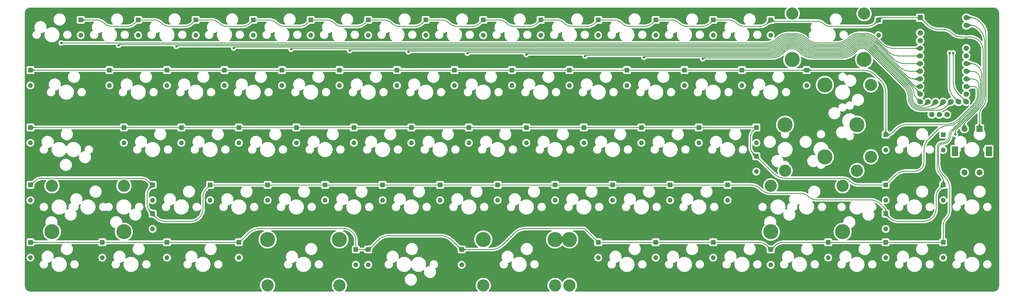
<source format=gbr>
%TF.GenerationSoftware,KiCad,Pcbnew,(6.0.1)*%
%TF.CreationDate,2022-05-17T12:05:07-04:00*%
%TF.ProjectId,GanJing 65 rev 2 hotswap-rounded,47616e4a-696e-4672-9036-352072657620,2*%
%TF.SameCoordinates,Original*%
%TF.FileFunction,Copper,L1,Top*%
%TF.FilePolarity,Positive*%
%FSLAX46Y46*%
G04 Gerber Fmt 4.6, Leading zero omitted, Abs format (unit mm)*
G04 Created by KiCad (PCBNEW (6.0.1)) date 2022-05-17 12:05:07*
%MOMM*%
%LPD*%
G01*
G04 APERTURE LIST*
%TA.AperFunction,ComponentPad*%
%ADD10R,1.600000X1.600000*%
%TD*%
%TA.AperFunction,ComponentPad*%
%ADD11O,1.600000X1.600000*%
%TD*%
%TA.AperFunction,ComponentPad*%
%ADD12R,1.800000X1.800000*%
%TD*%
%TA.AperFunction,ComponentPad*%
%ADD13C,1.800000*%
%TD*%
%TA.AperFunction,WasherPad*%
%ADD14C,4.050000*%
%TD*%
%TA.AperFunction,WasherPad*%
%ADD15C,5.000000*%
%TD*%
%TA.AperFunction,WasherPad*%
%ADD16R,2.000000X3.200000*%
%TD*%
%TA.AperFunction,ComponentPad*%
%ADD17R,2.000000X2.000000*%
%TD*%
%TA.AperFunction,ComponentPad*%
%ADD18C,2.000000*%
%TD*%
%TA.AperFunction,ViaPad*%
%ADD19C,0.800000*%
%TD*%
%TA.AperFunction,Conductor*%
%ADD20C,0.250000*%
%TD*%
G04 APERTURE END LIST*
D10*
%TO.P,D1,1*%
%TO.N,row_1*%
X69056250Y-99853750D03*
D11*
%TO.P,D1,2*%
%TO.N,Net-(D1-Pad2)*%
X69056250Y-104933750D03*
%TD*%
D10*
%TO.P,D2,1*%
%TO.N,row_1*%
X88106250Y-99853750D03*
D11*
%TO.P,D2,2*%
%TO.N,Net-(D2-Pad2)*%
X88106250Y-104933750D03*
%TD*%
D10*
%TO.P,D3,1*%
%TO.N,row_1*%
X107156250Y-99853750D03*
D11*
%TO.P,D3,2*%
%TO.N,Net-(D3-Pad2)*%
X107156250Y-104933750D03*
%TD*%
D10*
%TO.P,D4,1*%
%TO.N,row_1*%
X126206250Y-99853750D03*
D11*
%TO.P,D4,2*%
%TO.N,Net-(D4-Pad2)*%
X126206250Y-104933750D03*
%TD*%
D10*
%TO.P,D5,1*%
%TO.N,row_1*%
X145256250Y-99853750D03*
D11*
%TO.P,D5,2*%
%TO.N,Net-(D5-Pad2)*%
X145256250Y-104933750D03*
%TD*%
D10*
%TO.P,D6,1*%
%TO.N,row_1*%
X164306250Y-99853750D03*
D11*
%TO.P,D6,2*%
%TO.N,Net-(D6-Pad2)*%
X164306250Y-104933750D03*
%TD*%
D10*
%TO.P,D7,1*%
%TO.N,row_1*%
X183356250Y-99853750D03*
D11*
%TO.P,D7,2*%
%TO.N,Net-(D7-Pad2)*%
X183356250Y-104933750D03*
%TD*%
D10*
%TO.P,D8,1*%
%TO.N,row_1*%
X202406250Y-99853750D03*
D11*
%TO.P,D8,2*%
%TO.N,Net-(D8-Pad2)*%
X202406250Y-104933750D03*
%TD*%
D10*
%TO.P,D9,1*%
%TO.N,row_1*%
X221456250Y-99853750D03*
D11*
%TO.P,D9,2*%
%TO.N,Net-(D9-Pad2)*%
X221456250Y-104933750D03*
%TD*%
D10*
%TO.P,D10,1*%
%TO.N,row_1*%
X240506250Y-99853750D03*
D11*
%TO.P,D10,2*%
%TO.N,Net-(D10-Pad2)*%
X240506250Y-104933750D03*
%TD*%
D10*
%TO.P,D11,1*%
%TO.N,row_1*%
X259556250Y-99853750D03*
D11*
%TO.P,D11,2*%
%TO.N,Net-(D11-Pad2)*%
X259556250Y-104933750D03*
%TD*%
D10*
%TO.P,D12,1*%
%TO.N,row_1*%
X278606250Y-99853750D03*
D11*
%TO.P,D12,2*%
%TO.N,Net-(D12-Pad2)*%
X278606250Y-104933750D03*
%TD*%
D10*
%TO.P,D13,1*%
%TO.N,row_1*%
X297656250Y-99853750D03*
D11*
%TO.P,D13,2*%
%TO.N,Net-(D13-Pad2)*%
X297656250Y-104933750D03*
%TD*%
D10*
%TO.P,D14,1*%
%TO.N,row_1*%
X333375000Y-99853750D03*
D11*
%TO.P,D14,2*%
%TO.N,Net-(D14-Pad2)*%
X333375000Y-104933750D03*
%TD*%
D10*
%TO.P,D16,1*%
%TO.N,row_2*%
X52387500Y-116522500D03*
D11*
%TO.P,D16,2*%
%TO.N,Net-(D16-Pad2)*%
X52387500Y-121602500D03*
%TD*%
D10*
%TO.P,D17,1*%
%TO.N,row_2*%
X78581250Y-116522500D03*
D11*
%TO.P,D17,2*%
%TO.N,Net-(D17-Pad2)*%
X78581250Y-121602500D03*
%TD*%
D10*
%TO.P,D18,1*%
%TO.N,row_2*%
X97631250Y-116522500D03*
D11*
%TO.P,D18,2*%
%TO.N,Net-(D18-Pad2)*%
X97631250Y-121602500D03*
%TD*%
D10*
%TO.P,D19,1*%
%TO.N,row_2*%
X116681250Y-116522500D03*
D11*
%TO.P,D19,2*%
%TO.N,Net-(D19-Pad2)*%
X116681250Y-121602500D03*
%TD*%
D10*
%TO.P,D20,1*%
%TO.N,row_2*%
X135731250Y-116522500D03*
D11*
%TO.P,D20,2*%
%TO.N,Net-(D20-Pad2)*%
X135731250Y-121602500D03*
%TD*%
D10*
%TO.P,D21,1*%
%TO.N,row_2*%
X154781250Y-116522500D03*
D11*
%TO.P,D21,2*%
%TO.N,Net-(D21-Pad2)*%
X154781250Y-121602500D03*
%TD*%
D10*
%TO.P,D22,1*%
%TO.N,row_2*%
X173831250Y-116522500D03*
D11*
%TO.P,D22,2*%
%TO.N,Net-(D22-Pad2)*%
X173831250Y-121602500D03*
%TD*%
D10*
%TO.P,D23,1*%
%TO.N,row_2*%
X192881250Y-116522500D03*
D11*
%TO.P,D23,2*%
%TO.N,Net-(D23-Pad2)*%
X192881250Y-121602500D03*
%TD*%
D10*
%TO.P,D24,1*%
%TO.N,row_2*%
X211931250Y-116522500D03*
D11*
%TO.P,D24,2*%
%TO.N,Net-(D24-Pad2)*%
X211931250Y-121602500D03*
%TD*%
D10*
%TO.P,D25,1*%
%TO.N,row_2*%
X230981250Y-116522500D03*
D11*
%TO.P,D25,2*%
%TO.N,Net-(D25-Pad2)*%
X230981250Y-121602500D03*
%TD*%
D10*
%TO.P,D26,1*%
%TO.N,row_2*%
X250031250Y-116522500D03*
D11*
%TO.P,D26,2*%
%TO.N,Net-(D26-Pad2)*%
X250031250Y-121602500D03*
%TD*%
D10*
%TO.P,D27,1*%
%TO.N,row_2*%
X269081250Y-116522500D03*
D11*
%TO.P,D27,2*%
%TO.N,Net-(D27-Pad2)*%
X269081250Y-121602500D03*
%TD*%
D10*
%TO.P,D28,1*%
%TO.N,row_2*%
X288131250Y-116522500D03*
D11*
%TO.P,D28,2*%
%TO.N,Net-(D28-Pad2)*%
X288131250Y-121602500D03*
%TD*%
D10*
%TO.P,D29,1*%
%TO.N,row_2*%
X309562500Y-116522500D03*
D11*
%TO.P,D29,2*%
%TO.N,Net-(D29-Pad2)*%
X309562500Y-121602500D03*
%TD*%
D10*
%TO.P,D30,1*%
%TO.N,row_2*%
X335756250Y-137953750D03*
D11*
%TO.P,D30,2*%
%TO.N,Net-(D30-Pad2)*%
X335756250Y-143033750D03*
%TD*%
D10*
%TO.P,D31,1*%
%TO.N,row_3*%
X52387500Y-135572500D03*
D11*
%TO.P,D31,2*%
%TO.N,Net-(D31-Pad2)*%
X52387500Y-140652500D03*
%TD*%
D10*
%TO.P,D32,1*%
%TO.N,row_3*%
X83343750Y-135572500D03*
D11*
%TO.P,D32,2*%
%TO.N,Net-(D32-Pad2)*%
X83343750Y-140652500D03*
%TD*%
D10*
%TO.P,D33,1*%
%TO.N,row_3*%
X102393750Y-135572500D03*
D11*
%TO.P,D33,2*%
%TO.N,Net-(D33-Pad2)*%
X102393750Y-140652500D03*
%TD*%
D10*
%TO.P,D34,1*%
%TO.N,row_3*%
X121443750Y-135572500D03*
D11*
%TO.P,D34,2*%
%TO.N,Net-(D34-Pad2)*%
X121443750Y-140652500D03*
%TD*%
D10*
%TO.P,D35,1*%
%TO.N,row_3*%
X140493750Y-135572500D03*
D11*
%TO.P,D35,2*%
%TO.N,Net-(D35-Pad2)*%
X140493750Y-140652500D03*
%TD*%
D10*
%TO.P,D36,1*%
%TO.N,row_3*%
X159543750Y-135572500D03*
D11*
%TO.P,D36,2*%
%TO.N,Net-(D36-Pad2)*%
X159543750Y-140652500D03*
%TD*%
D10*
%TO.P,D37,1*%
%TO.N,row_3*%
X178593750Y-135572500D03*
D11*
%TO.P,D37,2*%
%TO.N,Net-(D37-Pad2)*%
X178593750Y-140652500D03*
%TD*%
D10*
%TO.P,D38,1*%
%TO.N,row_3*%
X197643750Y-135572500D03*
D11*
%TO.P,D38,2*%
%TO.N,Net-(D38-Pad2)*%
X197643750Y-140652500D03*
%TD*%
D10*
%TO.P,D39,1*%
%TO.N,row_3*%
X216693750Y-135572500D03*
D11*
%TO.P,D39,2*%
%TO.N,Net-(D39-Pad2)*%
X216693750Y-140652500D03*
%TD*%
D10*
%TO.P,D40,1*%
%TO.N,row_3*%
X235743750Y-135572500D03*
D11*
%TO.P,D40,2*%
%TO.N,Net-(D40-Pad2)*%
X235743750Y-140652500D03*
%TD*%
D10*
%TO.P,D41,1*%
%TO.N,row_3*%
X254793750Y-135572500D03*
D11*
%TO.P,D41,2*%
%TO.N,Net-(D41-Pad2)*%
X254793750Y-140652500D03*
%TD*%
D10*
%TO.P,D42,1*%
%TO.N,row_3*%
X273843750Y-135572500D03*
D11*
%TO.P,D42,2*%
%TO.N,Net-(D42-Pad2)*%
X273843750Y-140652500D03*
%TD*%
D10*
%TO.P,D44,1*%
%TO.N,row_3*%
X292893750Y-135572500D03*
D11*
%TO.P,D44,2*%
%TO.N,Net-(D44-Pad2)*%
X292893750Y-140652500D03*
%TD*%
D10*
%TO.P,D45,1*%
%TO.N,row_3*%
X335756250Y-154622500D03*
D11*
%TO.P,D45,2*%
%TO.N,Net-(D45-Pad2)*%
X335756250Y-159702500D03*
%TD*%
D10*
%TO.P,D46,1*%
%TO.N,row_4*%
X52387500Y-154622500D03*
D11*
%TO.P,D46,2*%
%TO.N,Net-(D46-Pad2)*%
X52387500Y-159702500D03*
%TD*%
D10*
%TO.P,D48,1*%
%TO.N,row_4*%
X92868750Y-154622500D03*
D11*
%TO.P,D48,2*%
%TO.N,Net-(D48-Pad2)*%
X92868750Y-159702500D03*
%TD*%
D10*
%TO.P,D49,1*%
%TO.N,row_4*%
X111918750Y-154622500D03*
D11*
%TO.P,D49,2*%
%TO.N,Net-(D49-Pad2)*%
X111918750Y-159702500D03*
%TD*%
D10*
%TO.P,D50,1*%
%TO.N,row_4*%
X130968750Y-154622500D03*
D11*
%TO.P,D50,2*%
%TO.N,Net-(D50-Pad2)*%
X130968750Y-159702500D03*
%TD*%
D10*
%TO.P,D51,1*%
%TO.N,row_4*%
X150018750Y-154622500D03*
D11*
%TO.P,D51,2*%
%TO.N,Net-(D51-Pad2)*%
X150018750Y-159702500D03*
%TD*%
D10*
%TO.P,D52,1*%
%TO.N,row_4*%
X169068750Y-154622500D03*
D11*
%TO.P,D52,2*%
%TO.N,Net-(D52-Pad2)*%
X169068750Y-159702500D03*
%TD*%
D10*
%TO.P,D53,1*%
%TO.N,row_4*%
X188118750Y-154622500D03*
D11*
%TO.P,D53,2*%
%TO.N,Net-(D53-Pad2)*%
X188118750Y-159702500D03*
%TD*%
D10*
%TO.P,D54,1*%
%TO.N,row_4*%
X207168750Y-154622500D03*
D11*
%TO.P,D54,2*%
%TO.N,Net-(D54-Pad2)*%
X207168750Y-159702500D03*
%TD*%
D10*
%TO.P,D55,1*%
%TO.N,row_4*%
X226218750Y-154622500D03*
D11*
%TO.P,D55,2*%
%TO.N,Net-(D55-Pad2)*%
X226218750Y-159702500D03*
%TD*%
D10*
%TO.P,D57,1*%
%TO.N,row_4*%
X264318750Y-154622500D03*
D11*
%TO.P,D57,2*%
%TO.N,Net-(D57-Pad2)*%
X264318750Y-159702500D03*
%TD*%
D10*
%TO.P,D58,1*%
%TO.N,row_4*%
X283368750Y-154622500D03*
D11*
%TO.P,D58,2*%
%TO.N,Net-(D58-Pad2)*%
X283368750Y-159702500D03*
%TD*%
D10*
%TO.P,D60,1*%
%TO.N,row_4*%
X354806250Y-154622500D03*
D11*
%TO.P,D60,2*%
%TO.N,Net-(D60-Pad2)*%
X354806250Y-159702500D03*
%TD*%
D10*
%TO.P,D61,1*%
%TO.N,row_5*%
X52387500Y-173672500D03*
D11*
%TO.P,D61,2*%
%TO.N,Net-(D61-Pad2)*%
X52387500Y-178752500D03*
%TD*%
D10*
%TO.P,D62,1*%
%TO.N,row_5*%
X76200000Y-173672500D03*
D11*
%TO.P,D62,2*%
%TO.N,Net-(D62-Pad2)*%
X76200000Y-178752500D03*
%TD*%
D10*
%TO.P,D63,1*%
%TO.N,row_5*%
X97631250Y-173672500D03*
D11*
%TO.P,D63,2*%
%TO.N,Net-(D63-Pad2)*%
X97631250Y-178752500D03*
%TD*%
D10*
%TO.P,D66,1*%
%TO.N,row_5*%
X164306250Y-176053750D03*
D11*
%TO.P,D66,2*%
%TO.N,Net-(D66-Pad2)*%
X164306250Y-181133750D03*
%TD*%
D10*
%TO.P,D68,1*%
%TO.N,row_5*%
X240506250Y-173672500D03*
D11*
%TO.P,D68,2*%
%TO.N,Net-(D68-Pad2)*%
X240506250Y-178752500D03*
%TD*%
D10*
%TO.P,D69,1*%
%TO.N,row_5*%
X259556250Y-173672500D03*
D11*
%TO.P,D69,2*%
%TO.N,Net-(D69-Pad2)*%
X259556250Y-178752500D03*
%TD*%
D10*
%TO.P,D70,1*%
%TO.N,row_5*%
X278606250Y-173672500D03*
D11*
%TO.P,D70,2*%
%TO.N,Net-(D70-Pad2)*%
X278606250Y-178752500D03*
%TD*%
D10*
%TO.P,D71,1*%
%TO.N,row_5*%
X297656250Y-176053750D03*
D11*
%TO.P,D71,2*%
%TO.N,Net-(D71-Pad2)*%
X297656250Y-181133750D03*
%TD*%
D10*
%TO.P,D72,1*%
%TO.N,row_5*%
X316706250Y-173672500D03*
D11*
%TO.P,D72,2*%
%TO.N,Net-(D72-Pad2)*%
X316706250Y-178752500D03*
%TD*%
D10*
%TO.P,D74,1*%
%TO.N,row_5*%
X354806250Y-173672500D03*
D11*
%TO.P,D74,2*%
%TO.N,Net-(D74-Pad2)*%
X354806250Y-178752500D03*
%TD*%
D10*
%TO.P,D15,1*%
%TO.N,row_1*%
X354806250Y-137953750D03*
D11*
%TO.P,D15,2*%
%TO.N,S2*%
X354806250Y-143033750D03*
%TD*%
D12*
%TO.P,DS1,1,GND*%
%TO.N,GND*%
X358616250Y-131250000D03*
D13*
%TO.P,DS1,2,VCC*%
%TO.N,VCC*%
X356076250Y-131250000D03*
%TO.P,DS1,3,SCL*%
%TO.N,SCL*%
X353536250Y-131250000D03*
%TO.P,DS1,4,SDA*%
%TO.N,SDA*%
X350996250Y-131250000D03*
%TD*%
D14*
%TO.P,MX14,*%
%TO.N,*%
X304806250Y-97775000D03*
D15*
X304806250Y-113015000D03*
D14*
X328606250Y-97775000D03*
D15*
X328606250Y-113015000D03*
%TD*%
%TO.P,MX44,*%
%TO.N,*%
X326225000Y-134635000D03*
D14*
X326225000Y-149875000D03*
X302425000Y-149875000D03*
D15*
X302425000Y-134635000D03*
%TD*%
%TO.P,MX46,*%
%TO.N,*%
X59537500Y-170165000D03*
D14*
X59537500Y-154925000D03*
X83337500Y-154925000D03*
D15*
X83337500Y-170165000D03*
%TD*%
D14*
%TO.P,MX58,*%
%TO.N,*%
X321462500Y-154925000D03*
D15*
X321462500Y-170165000D03*
D14*
X297662500Y-154925000D03*
D15*
X297662500Y-170165000D03*
%TD*%
D12*
%TO.P,U1,1,B0*%
%TO.N,row_1*%
X347186250Y-99130000D03*
D13*
%TO.P,U1,2,GND*%
%TO.N,GND*%
X347186250Y-101670000D03*
%TO.P,U1,3,RST*%
%TO.N,unconnected-(U1-Pad3)*%
X347186250Y-104210000D03*
%TO.P,U1,4,VCC*%
%TO.N,VCC*%
X347186250Y-106750000D03*
%TO.P,U1,5,F4*%
%TO.N,col_1*%
X347186250Y-109290000D03*
%TO.P,U1,6,F5*%
%TO.N,col_2*%
X347186250Y-111830000D03*
%TO.P,U1,7,F6*%
%TO.N,col_3*%
X347186250Y-114370000D03*
%TO.P,U1,8,F7*%
%TO.N,col_4*%
X347186250Y-116910000D03*
%TO.P,U1,9,B1/SCLK*%
%TO.N,col_5*%
X347186250Y-119450000D03*
%TO.P,U1,10,B3/MISO*%
%TO.N,col_6*%
X347186250Y-121990000D03*
%TO.P,U1,11,B2/MOSI*%
%TO.N,col_7*%
X347186250Y-124530000D03*
%TO.P,U1,12,B6*%
%TO.N,col_8*%
X347186250Y-127070000D03*
%TO.P,U1,13,B5*%
%TO.N,col_14*%
X362426250Y-127070000D03*
%TO.P,U1,14,B4*%
%TO.N,col_15*%
X362426250Y-124530000D03*
%TO.P,U1,15,E6*%
%TO.N,row_2*%
X362426250Y-121990000D03*
%TO.P,U1,16,D7*%
%TO.N,row_3*%
X362426250Y-119450000D03*
%TO.P,U1,17,C6*%
%TO.N,row_4*%
X362426250Y-116910000D03*
%TO.P,U1,18,D4*%
%TO.N,row_5*%
X362426250Y-114370000D03*
%TO.P,U1,19,D0/SCL*%
%TO.N,SCL*%
X362426250Y-111830000D03*
%TO.P,U1,20,D1/SDA*%
%TO.N,SDA*%
X362426250Y-109290000D03*
%TO.P,U1,21,GND*%
%TO.N,GND*%
X362426250Y-106750000D03*
%TO.P,U1,22,GND*%
X362426250Y-104210000D03*
%TO.P,U1,23,D2*%
%TO.N,rotory_2*%
X362426250Y-101670000D03*
%TO.P,U1,24,D3*%
%TO.N,rotory_1*%
X362426250Y-99130000D03*
%TO.P,U1,25,F0*%
%TO.N,col_9*%
X349726250Y-127070000D03*
%TO.P,U1,26,F1*%
%TO.N,col_10*%
X352266250Y-127070000D03*
%TO.P,U1,27,C7*%
%TO.N,col_11*%
X354806250Y-127070000D03*
%TO.P,U1,28,D5*%
%TO.N,col_12*%
X357346250Y-127070000D03*
%TO.P,U1,29,B7*%
%TO.N,col_13*%
X359886250Y-127070000D03*
%TD*%
D10*
%TO.P,D56,1*%
%TO.N,row_4*%
X245268750Y-154622500D03*
D11*
%TO.P,D56,2*%
%TO.N,Net-(D56-Pad2)*%
X245268750Y-159702500D03*
%TD*%
D16*
%TO.P,SW1,*%
%TO.N,*%
X358731250Y-143475000D03*
X369931250Y-143475000D03*
D17*
%TO.P,SW1,A*%
%TO.N,rotory_1*%
X366831250Y-135975000D03*
D18*
%TO.P,SW1,B*%
%TO.N,rotory_2*%
X361831250Y-135975000D03*
%TO.P,SW1,C*%
%TO.N,GND*%
X364331250Y-135975000D03*
%TO.P,SW1,S1*%
%TO.N,col_15*%
X361831250Y-150475000D03*
%TO.P,SW1,S2*%
%TO.N,S2*%
X366831250Y-150475000D03*
%TD*%
D14*
%TO.P,MX66,*%
%TO.N,*%
X130975100Y-187960000D03*
X230974900Y-187960000D03*
D15*
X130975100Y-172720000D03*
X230974900Y-172720000D03*
%TD*%
D10*
%TO.P,D73,1*%
%TO.N,row_5*%
X335756250Y-173672500D03*
D11*
%TO.P,D73,2*%
%TO.N,Net-(D73-Pad2)*%
X335756250Y-178752500D03*
%TD*%
D10*
%TO.P,D43,1*%
%TO.N,row_3*%
X292893750Y-145097500D03*
D11*
%TO.P,D43,2*%
%TO.N,Net-(D43-Pad2)*%
X292893750Y-150177500D03*
%TD*%
D10*
%TO.P,D59,1*%
%TO.N,row_4*%
X335756250Y-164147500D03*
D11*
%TO.P,D59,2*%
%TO.N,Net-(D59-Pad2)*%
X335756250Y-169227500D03*
%TD*%
D10*
%TO.P,D67,1*%
%TO.N,row_5*%
X195262500Y-176053750D03*
D11*
%TO.P,D67,2*%
%TO.N,Net-(D67-Pad2)*%
X195262500Y-181133750D03*
%TD*%
D15*
%TO.P,MX76,*%
%TO.N,*%
X315595000Y-145288000D03*
D14*
X330835000Y-121412000D03*
X330835000Y-145288000D03*
D15*
X315595000Y-121412000D03*
%TD*%
D14*
%TO.P,MX64,*%
%TO.N,*%
X130975000Y-187975000D03*
D15*
X154775000Y-172735000D03*
D14*
X154775000Y-187975000D03*
D15*
X130975000Y-172735000D03*
%TD*%
D10*
%TO.P,D47,1*%
%TO.N,row_4*%
X92868750Y-164147500D03*
D11*
%TO.P,D47,2*%
%TO.N,Net-(D47-Pad2)*%
X92868750Y-169227500D03*
%TD*%
D10*
%TO.P,D64,1*%
%TO.N,row_5*%
X121443750Y-173672500D03*
D11*
%TO.P,D64,2*%
%TO.N,Net-(D64-Pad2)*%
X121443750Y-178752500D03*
%TD*%
D14*
%TO.P,MX67,*%
%TO.N,*%
X226212500Y-187975000D03*
X202412500Y-187975000D03*
D15*
X202412500Y-172735000D03*
X226212500Y-172735000D03*
%TD*%
D10*
%TO.P,D65,1*%
%TO.N,row_5*%
X160200000Y-176053750D03*
D11*
%TO.P,D65,2*%
%TO.N,Net-(D65-Pad2)*%
X160200000Y-181133750D03*
%TD*%
D19*
%TO.N,row_1*%
X358800000Y-137900000D03*
%TO.N,GND*%
X190500000Y-185737500D03*
X164306250Y-185737500D03*
X219075000Y-185737500D03*
X221456250Y-130968750D03*
X290512500Y-114300000D03*
X273843750Y-166687500D03*
X250031250Y-185737500D03*
X235743750Y-166687500D03*
X140493750Y-166687500D03*
X345281250Y-169068750D03*
X233362500Y-114300000D03*
X250031250Y-100012500D03*
X159543750Y-166687500D03*
X296700000Y-145100000D03*
X164306250Y-130968750D03*
X119062500Y-114300000D03*
X80962500Y-114300000D03*
X211931250Y-100012500D03*
X307181250Y-185737500D03*
X202406250Y-130968750D03*
X138112500Y-185737500D03*
X176212500Y-114300000D03*
X288131250Y-185737500D03*
X295106250Y-104775000D03*
X104775000Y-104775000D03*
X269081250Y-100012500D03*
X352306250Y-122600000D03*
X178593750Y-166687500D03*
X254793750Y-166687500D03*
X328612500Y-166687500D03*
X314325000Y-130810000D03*
X97631250Y-100012500D03*
X238125000Y-104775000D03*
X200025000Y-104775000D03*
X364331250Y-185737500D03*
X123825000Y-104775000D03*
X364331250Y-166687500D03*
X245268750Y-147637500D03*
X142875000Y-104775000D03*
X340518750Y-130968750D03*
X157162500Y-114300000D03*
X230981250Y-100012500D03*
X71437500Y-166687500D03*
X240506250Y-130968750D03*
X59531250Y-100012500D03*
X116681250Y-100012500D03*
X130968750Y-147637500D03*
X121443750Y-166687500D03*
X192881250Y-100012500D03*
X161925000Y-104775000D03*
X188118750Y-147637500D03*
X85725000Y-104775000D03*
X61912500Y-185737500D03*
X323806250Y-103500000D03*
X276225000Y-104775000D03*
X183356250Y-130968750D03*
X59531250Y-114300000D03*
X345281250Y-185737500D03*
X326231250Y-185737500D03*
X126206250Y-130968750D03*
X216693750Y-166687500D03*
X269081250Y-185737500D03*
X169068750Y-147637500D03*
X257175000Y-104775000D03*
X278606250Y-130968750D03*
X197643750Y-166687500D03*
X78581250Y-100012500D03*
X348706250Y-130968750D03*
X309562500Y-166687500D03*
X107156250Y-130968750D03*
X180975000Y-104775000D03*
X173831250Y-100012500D03*
X342900000Y-147637500D03*
X219075000Y-104775000D03*
X135731250Y-100012500D03*
X207168750Y-147637500D03*
X252412500Y-114300000D03*
X283368750Y-147637500D03*
X214312500Y-114300000D03*
X64293750Y-130968750D03*
X360106250Y-118500000D03*
X88106250Y-130968750D03*
X297656250Y-130968750D03*
X264318750Y-147637500D03*
X138112500Y-114300000D03*
X92868750Y-147637500D03*
X100012500Y-114300000D03*
X111918750Y-147637500D03*
X353606250Y-105100000D03*
X150018750Y-147637500D03*
X226218750Y-147637500D03*
X259556250Y-130968750D03*
X288131250Y-166687500D03*
X271462500Y-114300000D03*
X364606250Y-123800000D03*
X145256250Y-130968750D03*
X109537500Y-185737500D03*
X354806250Y-122600000D03*
X316706250Y-114300000D03*
X154781250Y-100012500D03*
X195262500Y-114300000D03*
%TO.N,col_1*%
X62606250Y-107510700D03*
%TO.N,col_2*%
X81606250Y-108300000D03*
%TO.N,col_3*%
X100706250Y-108700000D03*
%TO.N,col_4*%
X119706250Y-109200000D03*
%TO.N,col_5*%
X138706250Y-109600000D03*
%TO.N,col_6*%
X158153750Y-110052500D03*
%TO.N,col_7*%
X177628750Y-110477500D03*
%TO.N,col_8*%
X197153750Y-110952500D03*
%TO.N,col_9*%
X216628750Y-111377500D03*
%TO.N,col_10*%
X236153750Y-111852500D03*
%TO.N,col_11*%
X255628750Y-112277500D03*
%TO.N,col_12*%
X275153750Y-112752500D03*
%TO.N,col_13*%
X356906250Y-110800000D03*
%TO.N,col_14*%
X358106250Y-110800000D03*
%TD*%
D20*
%TO.N,row_3*%
X291896875Y-136569375D02*
X292893748Y-135572500D01*
%TO.N,rotory_2*%
X361831250Y-135025452D02*
G75*
G02*
X362502681Y-133404472I2292406J3D01*
G01*
X368500000Y-106842533D02*
G75*
G03*
X366985000Y-103185000I-5172534J-1D01*
G01*
X363948125Y-101670000D02*
G75*
G02*
X366546128Y-102746128I2J-3674125D01*
G01*
X366906207Y-129000946D02*
G75*
G03*
X368500000Y-125153190I-3847766J3847760D01*
G01*
%TO.N,rotory_1*%
X368949519Y-104803483D02*
G75*
G03*
X367355727Y-100955727I-5441553J-2D01*
G01*
X366831251Y-131209465D02*
G75*
G02*
X367890386Y-128652487I3616112J1D01*
G01*
X363978125Y-99130000D02*
G75*
G02*
X366627341Y-100227341I2J-3746552D01*
G01*
X367890385Y-128652486D02*
G75*
G03*
X368949520Y-126095507I-2556989J2556983D01*
G01*
%TO.N,col_14*%
X359700042Y-124343792D02*
G75*
G02*
X358106250Y-120496036I3847760J3847757D01*
G01*
%TO.N,col_13*%
X358396250Y-125580000D02*
G75*
G02*
X356906250Y-121982821I3597177J3597178D01*
G01*
%TO.N,col_12*%
X344451625Y-128654605D02*
G75*
G02*
X343256201Y-125768594I2886011J2886010D01*
G01*
X327986936Y-109250121D02*
G75*
G02*
X329745745Y-109978643I2J-2487327D01*
G01*
X355956234Y-128460015D02*
G75*
G02*
X352600440Y-129850030I-3355794J3355797D01*
G01*
X311247880Y-112450121D02*
G75*
G02*
X307505850Y-110900121I1J5292030D01*
G01*
X275304940Y-112601310D02*
G75*
G02*
X275669944Y-112450120I365004J-365002D01*
G01*
X326228125Y-109978643D02*
G75*
G02*
X327986936Y-109250121I1758807J-1758805D01*
G01*
X298064619Y-112450120D02*
G75*
G03*
X301806649Y-110900120I-1J5292030D01*
G01*
X304656250Y-109350122D02*
G75*
G02*
X306874808Y-110269078I1J-3137512D01*
G01*
X302437691Y-110269078D02*
G75*
G02*
X304656250Y-109350121I2218557J-2218556D01*
G01*
X343256201Y-125474139D02*
G75*
G03*
X341852565Y-122085463I-4792317J-3D01*
G01*
X321502686Y-112450120D02*
G75*
G03*
X325350442Y-110856327I-3J5441553D01*
G01*
X347337634Y-129850030D02*
G75*
G02*
X344451625Y-128654605I1J4081432D01*
G01*
%TO.N,col_11*%
X343706211Y-125288085D02*
G75*
G03*
X342302820Y-121900000I-4791479J-2D01*
G01*
X297878219Y-112000110D02*
G75*
G03*
X301620248Y-110450109I-4J5292032D01*
G01*
X347337634Y-129400019D02*
G75*
G02*
X344769831Y-128336399I0J3631421D01*
G01*
X327986590Y-108800110D02*
G75*
G02*
X330063012Y-109660192I-1J-2936506D01*
G01*
X304656250Y-108900111D02*
G75*
G02*
X307193011Y-109950872I3J-3587516D01*
G01*
X321316286Y-112000109D02*
G75*
G03*
X325164042Y-110406316I-3J5441553D01*
G01*
X325910167Y-109660192D02*
G75*
G02*
X327986590Y-108800110I2076423J-2076424D01*
G01*
X350828657Y-129400019D02*
G75*
G03*
X353641239Y-128235009I-5J3977605D01*
G01*
X255767445Y-112138805D02*
G75*
G02*
X256102284Y-112000110I334835J-334829D01*
G01*
X344769830Y-128336400D02*
G75*
G02*
X343706211Y-125768594I2567805J2567804D01*
G01*
X302119487Y-109950871D02*
G75*
G02*
X304656250Y-108900110I2536757J-2536751D01*
G01*
X311434280Y-112000110D02*
G75*
G02*
X307692250Y-110450110I1J5292030D01*
G01*
%TO.N,col_10*%
X325592207Y-109341740D02*
G75*
G02*
X327986243Y-108350099I2394035J-2394038D01*
G01*
X321129886Y-111550098D02*
G75*
G03*
X324977642Y-109956306I-4J5441558D01*
G01*
X304656249Y-108450099D02*
G75*
G02*
X307511215Y-109632664I2J-4037528D01*
G01*
X301801283Y-109632664D02*
G75*
G02*
X304656249Y-108450099I2854962J-2854958D01*
G01*
X345088035Y-128018196D02*
G75*
G02*
X344156221Y-125768595I2249599J2249599D01*
G01*
X344156220Y-125102032D02*
G75*
G03*
X342753073Y-121714537I-4790651J-4D01*
G01*
X311620681Y-111550099D02*
G75*
G02*
X307878650Y-110000099I0J5292030D01*
G01*
X297691819Y-111550099D02*
G75*
G03*
X301433849Y-110000099I-1J5292030D01*
G01*
X236304950Y-111701299D02*
G75*
G02*
X236669980Y-111550099I365027J-365023D01*
G01*
X327986243Y-108350100D02*
G75*
G02*
X330380277Y-109341741I0J-3385678D01*
G01*
X347337635Y-128950009D02*
G75*
G02*
X345088036Y-128018195I1J3181419D01*
G01*
X349056872Y-128950010D02*
G75*
G03*
X351326245Y-128010005I-5J3209389D01*
G01*
%TO.N,col_9*%
X345406240Y-127699990D02*
G75*
G02*
X344606230Y-125768595I1931388J1931392D01*
G01*
X347285087Y-128500000D02*
G75*
G03*
X349011250Y-127785000I-4J2441173D01*
G01*
X347251250Y-128499999D02*
G75*
G02*
X345467323Y-127761073I-1J2522851D01*
G01*
X216767456Y-111238794D02*
G75*
G02*
X217102321Y-111100088I334862J-334856D01*
G01*
X344606230Y-124915977D02*
G75*
G03*
X343203328Y-121529072I-4789813J-3D01*
G01*
X320943486Y-111100087D02*
G75*
G03*
X324791242Y-109506294I-3J5441553D01*
G01*
X325274247Y-109023290D02*
G75*
G02*
X327985896Y-107900088I2711646J-2711640D01*
G01*
X304656250Y-108000089D02*
G75*
G02*
X307829422Y-109314459I4J-4487533D01*
G01*
X297505419Y-111100088D02*
G75*
G03*
X301247449Y-109550087I-5J5292037D01*
G01*
X311807080Y-111100088D02*
G75*
G02*
X308065051Y-109550088I0J5292026D01*
G01*
X327985896Y-107900088D02*
G75*
G02*
X330697545Y-109023289I2J-3834847D01*
G01*
X301483078Y-109314459D02*
G75*
G02*
X304656250Y-108000088I3173167J-3173158D01*
G01*
%TO.N,col_8*%
X327985550Y-107450077D02*
G75*
G02*
X331014812Y-108704838I2J-4284019D01*
G01*
X324956286Y-108704838D02*
G75*
G02*
X327985550Y-107450077I3029260J-3029258D01*
G01*
X197304961Y-110801288D02*
G75*
G02*
X197670018Y-110650077I365054J-365051D01*
G01*
X311993480Y-110650077D02*
G75*
G02*
X308251450Y-109100076I5J5292037D01*
G01*
X297319019Y-110650077D02*
G75*
G03*
X301061048Y-109100076I-4J5292032D01*
G01*
X301164873Y-108996252D02*
G75*
G02*
X304656250Y-107550077I3491373J-3491370D01*
G01*
X320757086Y-110650076D02*
G75*
G03*
X324604842Y-109056283I-3J5441553D01*
G01*
X345831838Y-125715588D02*
G75*
G02*
X345056240Y-123843128I1872457J1872458D01*
G01*
X345056239Y-123843128D02*
G75*
G03*
X344280640Y-121970668I-2648061J-1D01*
G01*
X304656250Y-107550078D02*
G75*
G02*
X308147625Y-108996253I3J-4937544D01*
G01*
%TO.N,col_7*%
X300874649Y-108650066D02*
G75*
G02*
X304616679Y-107100066I3742026J-3742019D01*
G01*
X177767467Y-110338783D02*
G75*
G02*
X178102359Y-110200066I334889J-334884D01*
G01*
X327985203Y-107000066D02*
G75*
G02*
X331332079Y-108386387I0J-4733198D01*
G01*
X320570686Y-110200066D02*
G75*
G03*
X324418441Y-108606272I-3J5441549D01*
G01*
X312179881Y-110200066D02*
G75*
G02*
X308437850Y-108650066I0J5292030D01*
G01*
X297132619Y-110200066D02*
G75*
G03*
X300874649Y-108650066I-1J5292030D01*
G01*
X304695818Y-107100067D02*
G75*
G02*
X308437849Y-108650067I4J-5292023D01*
G01*
X324638327Y-108386387D02*
G75*
G02*
X327985203Y-107000066I3346876J-3346877D01*
G01*
%TO.N,col_6*%
X320384286Y-109750054D02*
G75*
G03*
X324232042Y-108156261I-3J5441553D01*
G01*
X300688249Y-108200055D02*
G75*
G02*
X304430279Y-106650055I3742026J-3742019D01*
G01*
X296946219Y-109750055D02*
G75*
G03*
X300688249Y-108200055I-1J5292030D01*
G01*
X346378830Y-121989999D02*
G75*
G02*
X345000478Y-121419066I0J1949284D01*
G01*
X158304972Y-109901277D02*
G75*
G02*
X158670055Y-109750055I365080J-365078D01*
G01*
X327984857Y-106550056D02*
G75*
G02*
X331649345Y-108067937I2J-5182365D01*
G01*
X312366281Y-109750055D02*
G75*
G02*
X308624250Y-108200055I0J5292030D01*
G01*
X304882218Y-106650056D02*
G75*
G02*
X308624249Y-108200056I4J-5292023D01*
G01*
X324320368Y-108067936D02*
G75*
G02*
X327984857Y-106550055I3664485J-3664480D01*
G01*
%TO.N,col_5*%
X305068618Y-106200045D02*
G75*
G02*
X308810649Y-107750045I4J-5292023D01*
G01*
X320197886Y-109300043D02*
G75*
G03*
X324045642Y-107706250I-3J5441553D01*
G01*
X324058056Y-107693837D02*
G75*
G02*
X327905812Y-106100044I3847754J-3847750D01*
G01*
X345426689Y-119450000D02*
G75*
G02*
X342422930Y-118205802I2J4247960D01*
G01*
X138856228Y-109450022D02*
G75*
G02*
X139218306Y-109300044I362077J-362073D01*
G01*
X312552681Y-109300044D02*
G75*
G02*
X308810650Y-107750044I0J5292030D01*
G01*
X296759819Y-109300044D02*
G75*
G03*
X300501849Y-107750044I-1J5292030D01*
G01*
X328063208Y-106100044D02*
G75*
G02*
X331910964Y-107693836I-1J-5441552D01*
G01*
X300501849Y-107750044D02*
G75*
G02*
X304243879Y-106200044I3742026J-3742019D01*
G01*
%TO.N,col_4*%
X344016809Y-116909999D02*
G75*
G02*
X340169053Y-115316207I2J5441553D01*
G01*
X119881233Y-109025016D02*
G75*
G02*
X120303681Y-108850033I422443J-422439D01*
G01*
X300315449Y-107300033D02*
G75*
G02*
X304057479Y-105750033I3742026J-3742019D01*
G01*
X305255018Y-105750034D02*
G75*
G02*
X308997049Y-107300034I4J-5292023D01*
G01*
X296573419Y-108850033D02*
G75*
G03*
X300315449Y-107300033I-1J5292030D01*
G01*
X323871655Y-107243825D02*
G75*
G02*
X327719412Y-105650033I3847757J-3847760D01*
G01*
X312739081Y-108850033D02*
G75*
G02*
X308997050Y-107300033I0J5292030D01*
G01*
X328248915Y-105650033D02*
G75*
G02*
X332096671Y-107243825I-1J-5441552D01*
G01*
X320011486Y-108850032D02*
G75*
G03*
X323859242Y-107256239I-3J5441553D01*
G01*
%TO.N,col_3*%
X296387019Y-108400022D02*
G75*
G03*
X300129049Y-106850022I-1J5292030D01*
G01*
X305441418Y-105300023D02*
G75*
G02*
X309183449Y-106850023I4J-5292023D01*
G01*
X312925481Y-108400022D02*
G75*
G02*
X309183450Y-106850022I0J5292030D01*
G01*
X328434622Y-105200022D02*
G75*
G02*
X332282378Y-106793814I-1J-5441552D01*
G01*
X319825086Y-108400021D02*
G75*
G03*
X323672842Y-106806228I-3J5441553D01*
G01*
X100856239Y-108550011D02*
G75*
G02*
X101218344Y-108400022I362101J-362094D01*
G01*
X342112527Y-114369999D02*
G75*
G02*
X338264771Y-112776207I2J5441553D01*
G01*
X323685256Y-106793815D02*
G75*
G02*
X327533012Y-105200022I3847754J-3847750D01*
G01*
X300129049Y-106850022D02*
G75*
G02*
X303871079Y-105300022I3742026J-3742019D01*
G01*
%TO.N,col_2*%
X296200619Y-107950011D02*
G75*
G03*
X299942649Y-106400011I-1J5292030D01*
G01*
X328620329Y-104750011D02*
G75*
G02*
X332468085Y-106343803I-1J-5441552D01*
G01*
X299942649Y-106400011D02*
G75*
G02*
X303684679Y-104850011I3742026J-3742019D01*
G01*
X323498855Y-106343803D02*
G75*
G02*
X327346612Y-104750011I3847757J-3847760D01*
G01*
X305627818Y-104850012D02*
G75*
G02*
X309369849Y-106400012I4J-5292023D01*
G01*
X319638686Y-107950010D02*
G75*
G03*
X323486442Y-106356217I-3J5441553D01*
G01*
X81781244Y-108125005D02*
G75*
G02*
X82203718Y-107950011I422470J-422467D01*
G01*
X340208245Y-111829999D02*
G75*
G02*
X336360489Y-110236207I2J5441553D01*
G01*
X313111881Y-107950011D02*
G75*
G02*
X309369850Y-106400011I0J5292030D01*
G01*
%TO.N,col_1*%
X299756250Y-105950000D02*
G75*
G02*
X303498281Y-104400000I3742026J-3742019D01*
G01*
X313298281Y-107500000D02*
G75*
G02*
X309556250Y-105950000I0J5292030D01*
G01*
X338303963Y-109289999D02*
G75*
G02*
X334456207Y-107696207I2J5441553D01*
G01*
X319452286Y-107499999D02*
G75*
G03*
X323300042Y-105906206I-3J5441553D01*
G01*
X328806036Y-104300000D02*
G75*
G02*
X332653792Y-105893792I-1J-5441552D01*
G01*
X62611600Y-107505350D02*
G75*
G02*
X62624516Y-107500000I12912J-12907D01*
G01*
X323312456Y-105893793D02*
G75*
G02*
X327160212Y-104300000I3847754J-3847750D01*
G01*
X305814218Y-104400001D02*
G75*
G02*
X309556249Y-105950001I4J-5292023D01*
G01*
X296014218Y-107500000D02*
G75*
G03*
X299756250Y-105950000I-1J5292035D01*
G01*
%TO.N,row_5*%
X354843312Y-151437062D02*
G75*
G02*
X353249520Y-147589306I3847760J3847757D01*
G01*
X205073536Y-176053749D02*
G75*
G03*
X208921292Y-174459957I-4J5441558D01*
G01*
X357249521Y-138389669D02*
G75*
G02*
X357959082Y-136676637I2422583J5D01*
G01*
X167474957Y-173043792D02*
G75*
G02*
X171322713Y-171450000I3847755J-3847755D01*
G01*
X367506250Y-117835426D02*
G75*
G03*
X366491250Y-115385000I-3465426J-1D01*
G01*
X354806251Y-168172424D02*
G75*
G02*
X355856251Y-165637501I3584921J1D01*
G01*
X353249520Y-142281149D02*
G75*
G02*
X353624760Y-141375240I1281138J4D01*
G01*
X353624760Y-141375240D02*
G75*
G02*
X354530669Y-141000000I905905J-905898D01*
G01*
X212718707Y-170662542D02*
G75*
G02*
X216566463Y-169068750I3847755J-3847755D01*
G01*
X356539958Y-140102702D02*
G75*
G03*
X357249520Y-138389669I-1713040J1713037D01*
G01*
X124612457Y-170662542D02*
G75*
G02*
X128460213Y-169068750I3847755J-3847755D01*
G01*
X293591201Y-173672501D02*
G75*
G02*
X296465624Y-174863126I2J-4065045D01*
G01*
X188246036Y-171450000D02*
G75*
G02*
X192093792Y-173043792I-1J-5441552D01*
G01*
X299005625Y-174863125D02*
G75*
G02*
X301880048Y-173672500I2874420J-2874417D01*
G01*
X355856250Y-165637500D02*
G75*
G03*
X356906250Y-163102575I-2534938J2534930D01*
G01*
X365912457Y-128723260D02*
G75*
G03*
X367506250Y-124875504I-3847766J3847760D01*
G01*
X160199999Y-173133798D02*
G75*
G03*
X159009374Y-170259376I-4065052J-2D01*
G01*
X156134951Y-169068751D02*
G75*
G02*
X159009374Y-170259376I2J-4065045D01*
G01*
X356906249Y-155753963D02*
G75*
G03*
X355312457Y-151906207I-5441553J-2D01*
G01*
X354821330Y-140999999D02*
G75*
G03*
X356223428Y-140419230I-1J1982868D01*
G01*
X364040823Y-114370000D02*
G75*
G02*
X366491250Y-115385000I3J-3465420D01*
G01*
X52387500Y-173672500D02*
X121602497Y-173672500D01*
%TO.N,row_4*%
X312759610Y-159543750D02*
G75*
G02*
X310171875Y-158471875I2J3659614D01*
G01*
X364393171Y-116910001D02*
G75*
G02*
X366276243Y-117689995I3J-2663061D01*
G01*
X335756249Y-163412813D02*
G75*
G03*
X335236746Y-162158624I-1773696J-2D01*
G01*
X307584139Y-157400000D02*
G75*
G02*
X310171875Y-158471875I0J-3659612D01*
G01*
X354635277Y-140549988D02*
G75*
G03*
X356036782Y-139969464I-5J1982037D01*
G01*
X96933798Y-166687499D02*
G75*
G02*
X94059376Y-165496874I2J4065052D01*
G01*
X339821298Y-166687499D02*
G75*
G02*
X336946876Y-165496874I2J4065052D01*
G01*
X348359951Y-166687499D02*
G75*
G03*
X351234374Y-165496874I-3J4065057D01*
G01*
X353803125Y-151096875D02*
G75*
G02*
X352800000Y-148675117I2421755J2421757D01*
G01*
X367056239Y-119573067D02*
G75*
G03*
X366276244Y-117689994I-2663075J-4D01*
G01*
X105472451Y-166687499D02*
G75*
G03*
X108346874Y-165496874I-3J4065057D01*
G01*
X53657500Y-153511250D02*
G75*
G02*
X56340294Y-152400000I2682791J-2682786D01*
G01*
X297635239Y-157400000D02*
G75*
G02*
X294282500Y-156011250I2J4741493D01*
G01*
X91000000Y-157971405D02*
G75*
G02*
X91934375Y-155715625I3190149J2D01*
G01*
X88915955Y-152400001D02*
G75*
G02*
X91598749Y-153511251I2J-3794040D01*
G01*
X108346875Y-165496875D02*
G75*
G03*
X109537500Y-162622451I-2874433J2874427D01*
G01*
X356800000Y-138203125D02*
G75*
G02*
X357509316Y-136490683I2421757J1D01*
G01*
X351234375Y-165496875D02*
G75*
G03*
X352425000Y-162622451I-2874433J2874427D01*
G01*
X353307146Y-141057135D02*
G75*
G02*
X354531506Y-140549989I1224355J-1224350D01*
G01*
X356128130Y-139878119D02*
G75*
G03*
X356800000Y-138256083I-1622044J1622040D01*
G01*
X109537501Y-158687548D02*
G75*
G02*
X110728125Y-155813125I4065041J3D01*
G01*
X330405535Y-159543750D02*
G75*
G02*
X334189062Y-161110938I4J-5350706D01*
G01*
X352425001Y-158687548D02*
G75*
G02*
X353615625Y-155813125I4065041J3D01*
G01*
X290929760Y-154622500D02*
G75*
G02*
X294282500Y-156011250I0J-4741491D01*
G01*
X352800001Y-142281495D02*
G75*
G02*
X353307147Y-141057136I1731495J5D01*
G01*
X365462446Y-128537553D02*
G75*
G03*
X367056239Y-124689797I-3847766J3847760D01*
G01*
X91934375Y-163213125D02*
G75*
G02*
X91000000Y-160957344I2255784J2255782D01*
G01*
X110728125Y-155813125D02*
G75*
G02*
X113602548Y-154622500I2874420J-2874417D01*
G01*
X354806249Y-153440625D02*
G75*
G03*
X353858284Y-151152034I-3236560J-2D01*
G01*
X113602548Y-154622500D02*
X290929760Y-154622500D01*
%TO.N,row_3*%
X352931606Y-136374642D02*
G75*
G02*
X356370973Y-134950011I3439364J-3439365D01*
G01*
X356370973Y-134950011D02*
G75*
G03*
X359810338Y-133525378I-5J4864005D01*
G01*
X338756206Y-151622542D02*
G75*
G02*
X342603963Y-150028750I3847757J-3847760D01*
G01*
X302450213Y-152399999D02*
G75*
G02*
X298602457Y-150806207I2J5441553D01*
G01*
X347588750Y-149217500D02*
G75*
G03*
X348400000Y-147258969I-1958544J1958536D01*
G01*
X366606229Y-121413138D02*
G75*
G03*
X366031239Y-120024991I-1963144J-3D01*
G01*
X290900001Y-138976044D02*
G75*
G02*
X291896876Y-136569376I3403538J2D01*
G01*
X364643091Y-119450001D02*
G75*
G02*
X366031240Y-120024990I-1J-1963142D01*
G01*
X348400000Y-143160213D02*
G75*
G02*
X349993792Y-139312457I5441547J1D01*
G01*
X365012437Y-128323280D02*
G75*
G03*
X366606230Y-124475524I-3847766J3847760D01*
G01*
X326794044Y-154622500D02*
G75*
G02*
X324111250Y-153511250I2J3794047D01*
G01*
X321428455Y-152400001D02*
G75*
G02*
X324111249Y-153511251I2J-3794040D01*
G01*
X291817500Y-144180000D02*
G75*
G02*
X290900000Y-141964959I2215038J2215040D01*
G01*
X345630219Y-150028749D02*
G75*
G03*
X347588749Y-149217499I-5J2769793D01*
G01*
%TO.N,row_2*%
X364779548Y-127920451D02*
G75*
G03*
X366156219Y-124596875I-3323585J3323581D01*
G01*
X336504375Y-137953749D02*
G75*
G03*
X337781503Y-137424744I-1J1806133D01*
G01*
X336504375Y-137953750D02*
G75*
G02*
X335756250Y-137205625I-1J748124D01*
G01*
X355946036Y-134499999D02*
G75*
G03*
X359793792Y-132906207I-4J5441558D01*
G01*
X366156218Y-123116637D02*
G75*
G03*
X365826233Y-122319985I-1126641J-2D01*
G01*
X339112457Y-136093792D02*
G75*
G02*
X342960213Y-134500000I3847755J-3847755D01*
G01*
X328346036Y-116500000D02*
G75*
G02*
X332193792Y-118093792I-1J-5441552D01*
G01*
X335756249Y-123910213D02*
G75*
G03*
X334162457Y-120062457I-5441553J-2D01*
G01*
X365029581Y-121990000D02*
G75*
G02*
X365826234Y-122319984I-1J-1126640D01*
G01*
%TO.N,row_1*%
X155623877Y-102000000D02*
G75*
G02*
X153033125Y-100926875I4J3663885D01*
G01*
X144183125Y-100926875D02*
G75*
G02*
X146773877Y-99853750I2590751J-2590749D01*
G01*
X368000000Y-109853122D02*
G75*
G03*
X366725000Y-106775000I-4353123J-1D01*
G01*
X112292372Y-99853751D02*
G75*
G02*
X114883124Y-100926876I0J-3663878D01*
G01*
X360667865Y-105499999D02*
G75*
G02*
X357660600Y-104254348I3J4252922D01*
G01*
X255892372Y-102000000D02*
G75*
G03*
X258483125Y-100926875I-5J3663890D01*
G01*
X169417372Y-99853751D02*
G75*
G02*
X172008124Y-100926876I0J-3663878D01*
G01*
X74192372Y-99853751D02*
G75*
G02*
X76783124Y-100926876I0J-3663878D01*
G01*
X236842372Y-102000000D02*
G75*
G03*
X239433125Y-100926875I-5J3663890D01*
G01*
X366406207Y-128865228D02*
G75*
G03*
X368000000Y-125017472I-3847766J3847760D01*
G01*
X217792372Y-102000000D02*
G75*
G03*
X220383125Y-100926875I-5J3663890D01*
G01*
X174598877Y-102000000D02*
G75*
G02*
X172008125Y-100926875I4J3663885D01*
G01*
X226595122Y-99853751D02*
G75*
G02*
X229185874Y-100926876I0J-3663878D01*
G01*
X353318912Y-103008698D02*
G75*
G02*
X349471156Y-101414906I2J5441553D01*
G01*
X212689127Y-102000000D02*
G75*
G02*
X210098375Y-100926875I4J3663885D01*
G01*
X179692372Y-102000000D02*
G75*
G03*
X182283125Y-100926875I-5J3663890D01*
G01*
X198742372Y-102000000D02*
G75*
G03*
X201333125Y-100926875I-5J3663890D01*
G01*
X333736875Y-99491875D02*
G75*
G02*
X334610518Y-99130000I873640J-873636D01*
G01*
X329711122Y-102000000D02*
G75*
G03*
X332301875Y-100926875I-5J3663890D01*
G01*
X131332622Y-99853751D02*
G75*
G02*
X133923374Y-100926876I0J-3663878D01*
G01*
X363646877Y-105500001D02*
G75*
G02*
X366724999Y-106775001I3J-4353116D01*
G01*
X160642372Y-102000000D02*
G75*
G03*
X163233125Y-100926875I-5J3663890D01*
G01*
X141592372Y-102000000D02*
G75*
G03*
X144183125Y-100926875I-5J3663890D01*
G01*
X93217372Y-99853751D02*
G75*
G02*
X95808124Y-100926876I0J-3663878D01*
G01*
X136514127Y-102000000D02*
G75*
G02*
X133923375Y-100926875I4J3663885D01*
G01*
X188495122Y-99853751D02*
G75*
G02*
X191085874Y-100926876I0J-3663878D01*
G01*
X122542372Y-102000000D02*
G75*
G03*
X125133125Y-100926875I-5J3663890D01*
G01*
X117473877Y-102000000D02*
G75*
G02*
X114883125Y-100926875I4J3663885D01*
G01*
X231776627Y-102000000D02*
G75*
G02*
X229185875Y-100926875I4J3663885D01*
G01*
X317256186Y-102000000D02*
G75*
G02*
X315143750Y-101125000I5J2987446D01*
G01*
X193676627Y-102000000D02*
G75*
G02*
X191085875Y-100926875I4J3663885D01*
G01*
X277533125Y-100926875D02*
G75*
G02*
X280123877Y-99853750I2590751J-2590749D01*
G01*
X245667372Y-99853751D02*
G75*
G02*
X248258124Y-100926876I0J-3663878D01*
G01*
X264692372Y-99853751D02*
G75*
G02*
X267283124Y-100926876I0J-3663878D01*
G01*
X274942372Y-102000000D02*
G75*
G03*
X277533125Y-100926875I-5J3663890D01*
G01*
X258483125Y-100926875D02*
G75*
G02*
X261073877Y-99853750I2590751J-2590749D01*
G01*
X79373877Y-102000000D02*
G75*
G02*
X76783125Y-100926875I4J3663885D01*
G01*
X98398877Y-102000000D02*
G75*
G02*
X95808125Y-100926875I4J3663885D01*
G01*
X103492372Y-102000000D02*
G75*
G03*
X106083125Y-100926875I-5J3663890D01*
G01*
X239433125Y-100926875D02*
G75*
G02*
X242023877Y-99853750I2590751J-2590749D01*
G01*
X220383125Y-100926875D02*
G75*
G02*
X222973877Y-99853750I2590751J-2590749D01*
G01*
X84442372Y-102000000D02*
G75*
G03*
X87033125Y-100926875I-5J3663890D01*
G01*
X283717372Y-99853751D02*
G75*
G02*
X286308124Y-100926876I0J-3663878D01*
G01*
X201333125Y-100926875D02*
G75*
G02*
X203923877Y-99853750I2590751J-2590749D01*
G01*
X313031313Y-100250000D02*
G75*
G02*
X315143750Y-101125000I-1J-2987439D01*
G01*
X354653333Y-103008700D02*
G75*
G02*
X357660598Y-104254350I3J-4252909D01*
G01*
X250848877Y-102000000D02*
G75*
G02*
X248258125Y-100926875I4J3663885D01*
G01*
X182283125Y-100926875D02*
G75*
G02*
X184873877Y-99853750I2590751J-2590749D01*
G01*
X293992372Y-102000000D02*
G75*
G03*
X296583125Y-100926875I-5J3663890D01*
G01*
X150442372Y-99853751D02*
G75*
G02*
X153033124Y-100926876I0J-3663878D01*
G01*
X288898877Y-102000000D02*
G75*
G02*
X286308125Y-100926875I4J3663885D01*
G01*
X87033125Y-100926875D02*
G75*
G02*
X89623877Y-99853750I2590751J-2590749D01*
G01*
X125133125Y-100926875D02*
G75*
G02*
X127723877Y-99853750I2590751J-2590749D01*
G01*
X358800001Y-137185718D02*
G75*
G02*
X359305073Y-135966362I1724427J2D01*
G01*
X163233125Y-100926875D02*
G75*
G02*
X165823877Y-99853750I2590751J-2590749D01*
G01*
X207507622Y-99853751D02*
G75*
G02*
X210098374Y-100926876I0J-3663878D01*
G01*
X106083125Y-100926875D02*
G75*
G02*
X108673877Y-99853750I2590751J-2590749D01*
G01*
X269873877Y-102000000D02*
G75*
G02*
X267283125Y-100926875I4J3663885D01*
G01*
X236842372Y-102000000D02*
X231776627Y-102000000D01*
X368000000Y-109853122D02*
X368000000Y-125017472D01*
X358800000Y-137900000D02*
X358800000Y-137185718D01*
X74192372Y-99853750D02*
X69056250Y-99853750D01*
X122542372Y-102000000D02*
X117473877Y-102000000D01*
X245667372Y-99853750D02*
X242023877Y-99853750D01*
X280123877Y-99853750D02*
X283717372Y-99853750D01*
X155623877Y-102000000D02*
X160642372Y-102000000D01*
X146773877Y-99853750D02*
X150442372Y-99853750D01*
X264692372Y-99853750D02*
X261073877Y-99853750D01*
X217792372Y-102000000D02*
X212689127Y-102000000D01*
X131332622Y-99853750D02*
X127723877Y-99853750D01*
X98398877Y-102000000D02*
X103492372Y-102000000D01*
X255892372Y-102000000D02*
X250848877Y-102000000D01*
X169417372Y-99853750D02*
X165823877Y-99853750D01*
X112292372Y-99853750D02*
X108673877Y-99853750D01*
X93217372Y-99853750D02*
X89623877Y-99853750D01*
X334610518Y-99130000D02*
X347186250Y-99130000D01*
X296583125Y-100926875D02*
X297656250Y-99853750D01*
X226595122Y-99853750D02*
X222973877Y-99853750D01*
X360667865Y-105500000D02*
X363646877Y-105500000D01*
X332301875Y-100926875D02*
X333013125Y-100215625D01*
X329711122Y-102000000D02*
X317256186Y-102000000D01*
X366406207Y-128865228D02*
X359305073Y-135966362D01*
X141592372Y-102000000D02*
X136514127Y-102000000D01*
X188495122Y-99853750D02*
X184873877Y-99853750D01*
X174598877Y-102000000D02*
X179692372Y-102000000D01*
X198742372Y-102000000D02*
X193676627Y-102000000D01*
X293992372Y-102000000D02*
X288898877Y-102000000D01*
X353318912Y-103008699D02*
X354653333Y-103008699D01*
X203923877Y-99853750D02*
X207507622Y-99853750D01*
X349471156Y-101414906D02*
X347186250Y-99130000D01*
X79373877Y-102000000D02*
X84442372Y-102000000D01*
X313031313Y-100250000D02*
X298052500Y-100250000D01*
X274942372Y-102000000D02*
X269873877Y-102000000D01*
%TO.N,row_2*%
X52387500Y-116522500D02*
X309562500Y-116522500D01*
X337781504Y-137424745D02*
X339112457Y-136093792D01*
X365029581Y-121990000D02*
X362426250Y-121990000D01*
X328346036Y-116500000D02*
X309585000Y-116500000D01*
X335756250Y-137205625D02*
X335756250Y-123910213D01*
X332193792Y-118093792D02*
X334162457Y-120062457D01*
X364779548Y-127920451D02*
X359793792Y-132906207D01*
X355946036Y-134500000D02*
X342960213Y-134500000D01*
X366156219Y-124596875D02*
X366156219Y-123116637D01*
%TO.N,row_3*%
X292893748Y-135572500D02*
X52387500Y-135572500D01*
X348400000Y-147258969D02*
X348400000Y-143160213D01*
X291817500Y-144180000D02*
X292735000Y-145097500D01*
X364643091Y-119450000D02*
X362426250Y-119450000D01*
X366606230Y-121413138D02*
X366606230Y-124475524D01*
X342603963Y-150028750D02*
X345630219Y-150028750D01*
X359810338Y-133525378D02*
X365012437Y-128323280D01*
X290900000Y-138976044D02*
X290900000Y-141964959D01*
X338756206Y-151622542D02*
X335756250Y-154622500D01*
X352931606Y-136374642D02*
X349993792Y-139312457D01*
X302450213Y-152400000D02*
X321428455Y-152400000D01*
X298602457Y-150806207D02*
X292893750Y-145097500D01*
X335756250Y-154622500D02*
X326794044Y-154622500D01*
%TO.N,row_4*%
X367056239Y-119573067D02*
X367056239Y-124689797D01*
X354806250Y-153440625D02*
X354806250Y-154781250D01*
X335756250Y-163412813D02*
X335756250Y-164147500D01*
X353803125Y-151096875D02*
X353858284Y-151152034D01*
X96933798Y-166687500D02*
X105472451Y-166687500D01*
X357509316Y-136490683D02*
X365462446Y-128537553D01*
X356800000Y-138203125D02*
X356800000Y-138256083D01*
X56340294Y-152400000D02*
X88915955Y-152400000D01*
X312759610Y-159543750D02*
X330405535Y-159543750D01*
X364393171Y-116910000D02*
X362426250Y-116910000D01*
X91000000Y-157971405D02*
X91000000Y-160957344D01*
X335236747Y-162158623D02*
X334189062Y-161110938D01*
X91934375Y-155715625D02*
X92868750Y-154781250D01*
X91598750Y-153511250D02*
X92710000Y-154622500D01*
X356036783Y-139969465D02*
X356128130Y-139878119D01*
X53657500Y-153511250D02*
X52546250Y-154622500D01*
X352425000Y-162622451D02*
X352425000Y-158687548D01*
X352800000Y-148675117D02*
X352800000Y-142281495D01*
X94059375Y-165496875D02*
X92868750Y-164306250D01*
X109537500Y-162622451D02*
X109537500Y-158687548D01*
X339821298Y-166687500D02*
X348359951Y-166687500D01*
X307584139Y-157400000D02*
X297635239Y-157400000D01*
X353615625Y-155813125D02*
X354806250Y-154622500D01*
X336946875Y-165496875D02*
X335756250Y-164306250D01*
X354635277Y-140549989D02*
X354531506Y-140549989D01*
X91934375Y-163213125D02*
X92868750Y-164147500D01*
%TO.N,row_5*%
X208921292Y-174459957D02*
X212718707Y-170662542D01*
X354530669Y-141000000D02*
X354821330Y-141000000D01*
X367506250Y-117835426D02*
X367506250Y-124875504D01*
X354843312Y-151437062D02*
X355312457Y-151906207D01*
X356906250Y-163102575D02*
X356906250Y-155753963D01*
X240506250Y-173672500D02*
X293591201Y-173672500D01*
X296465625Y-174863125D02*
X297656250Y-176053750D01*
X299005625Y-174863125D02*
X297815000Y-176053750D01*
X205073536Y-176053750D02*
X195262500Y-176053750D01*
X121602497Y-173672500D02*
X124612457Y-170662542D01*
X356539958Y-140102702D02*
X356223429Y-140419231D01*
X160200000Y-176053750D02*
X160200000Y-173133798D01*
X216566463Y-169068750D02*
X235743750Y-169068750D01*
X353249520Y-147589306D02*
X353249520Y-142281149D01*
X128460213Y-169068750D02*
X156134951Y-169068750D01*
X171322713Y-171450000D02*
X188246036Y-171450000D01*
X354806250Y-173672500D02*
X354806250Y-168172424D01*
X357959081Y-136676636D02*
X365912457Y-128723260D01*
X364040823Y-114370000D02*
X362426250Y-114370000D01*
X192093792Y-173043792D02*
X195103750Y-176053750D01*
X240506250Y-173672500D02*
X235902500Y-169068750D01*
X354806250Y-173672500D02*
X301880048Y-173672500D01*
X167474957Y-173043792D02*
X164465000Y-176053750D01*
X160200000Y-176053750D02*
X164306250Y-176053750D01*
%TO.N,col_1*%
X303498281Y-104400000D02*
X305814218Y-104400000D01*
X323300042Y-105906206D02*
X323312456Y-105893793D01*
X313298281Y-107500000D02*
X319452286Y-107500000D01*
X338303963Y-109290000D02*
X347186250Y-109290000D01*
X62611600Y-107505350D02*
X62606250Y-107510700D01*
X334456207Y-107696207D02*
X332653792Y-105893792D01*
X328806036Y-104300000D02*
X327160212Y-104300000D01*
X62624516Y-107500000D02*
X296014218Y-107500000D01*
%TO.N,col_2*%
X303684679Y-104850011D02*
X305627818Y-104850011D01*
X296200619Y-107950011D02*
X82203718Y-107950011D01*
X319638686Y-107950011D02*
X313111881Y-107950011D01*
X332468085Y-106343803D02*
X336360489Y-110236207D01*
X340208245Y-111830000D02*
X347186250Y-111830000D01*
X81781244Y-108125005D02*
X81606250Y-108300000D01*
X323498855Y-106343803D02*
X323486442Y-106356217D01*
X328620329Y-104750011D02*
X327346612Y-104750011D01*
%TO.N,col_3*%
X100856239Y-108550011D02*
X100706250Y-108700000D01*
X312925481Y-108400022D02*
X319825086Y-108400022D01*
X323672842Y-106806228D02*
X323685256Y-106793815D01*
X305441418Y-105300022D02*
X303871079Y-105300022D01*
X342112527Y-114370000D02*
X347186250Y-114370000D01*
X296387019Y-108400022D02*
X101218344Y-108400022D01*
X332282378Y-106793814D02*
X338264771Y-112776207D01*
X328434622Y-105200022D02*
X327533012Y-105200022D01*
%TO.N,col_4*%
X304057479Y-105750033D02*
X305255018Y-105750033D01*
X323871655Y-107243825D02*
X323859242Y-107256239D01*
X344016809Y-116910000D02*
X347186250Y-116910000D01*
X120303681Y-108850033D02*
X296573419Y-108850033D01*
X327719412Y-105650033D02*
X328248915Y-105650033D01*
X340169053Y-115316207D02*
X332096671Y-107243825D01*
X312739081Y-108850033D02*
X320011486Y-108850033D01*
X119881233Y-109025016D02*
X119706250Y-109200000D01*
%TO.N,col_5*%
X342422930Y-118205802D02*
X331910964Y-107693836D01*
X139218306Y-109300044D02*
X296759819Y-109300044D01*
X138706250Y-109600000D02*
X138856228Y-109450022D01*
X320197886Y-109300044D02*
X312552681Y-109300044D01*
X324045642Y-107706250D02*
X324058056Y-107693837D01*
X327905812Y-106100044D02*
X328063208Y-106100044D01*
X305068618Y-106200044D02*
X304243879Y-106200044D01*
X345426689Y-119450000D02*
X347186250Y-119450000D01*
%TO.N,col_6*%
X296946219Y-109750055D02*
X158670055Y-109750055D01*
X324232042Y-108156261D02*
X324320368Y-108067936D01*
X346378830Y-121990000D02*
X347186250Y-121990000D01*
X158153750Y-110052500D02*
X158304972Y-109901277D01*
X345000477Y-121419067D02*
X331649346Y-108067936D01*
X320384286Y-109750055D02*
X312366281Y-109750055D01*
X304430279Y-106650055D02*
X304882218Y-106650055D01*
%TO.N,col_7*%
X178102359Y-110200066D02*
X297132619Y-110200066D01*
X331332079Y-108386387D02*
X347186250Y-124240558D01*
X320570686Y-110200066D02*
X312179881Y-110200066D01*
X324418441Y-108606272D02*
X324638327Y-108386387D01*
X304616679Y-107100066D02*
X304695818Y-107100066D01*
X177767467Y-110338783D02*
X177628750Y-110477500D01*
%TO.N,col_8*%
X331014812Y-108704838D02*
X344280641Y-121970667D01*
X324956286Y-108704838D02*
X324604842Y-109056283D01*
X197153750Y-110952500D02*
X197304961Y-110801288D01*
X197670018Y-110650077D02*
X297319019Y-110650077D01*
X308251450Y-109100076D02*
X308147626Y-108996252D01*
X345831838Y-125715588D02*
X347186250Y-127070000D01*
X311993480Y-110650077D02*
X320757086Y-110650077D01*
X301061048Y-109100076D02*
X301164873Y-108996252D01*
%TO.N,col_9*%
X343203328Y-121529072D02*
X330697545Y-109023289D01*
X345406240Y-127699990D02*
X345467323Y-127761073D01*
X307829422Y-109314459D02*
X308065051Y-109550088D01*
X347285087Y-128500000D02*
X347251250Y-128500000D01*
X324791242Y-109506294D02*
X325274247Y-109023290D01*
X349011250Y-127785000D02*
X349726250Y-127070000D01*
X217102321Y-111100088D02*
X297505419Y-111100088D01*
X344606230Y-125768595D02*
X344606230Y-124915977D01*
X301247449Y-109550087D02*
X301483078Y-109314459D01*
X216767456Y-111238794D02*
X216628750Y-111377500D01*
X320943486Y-111100088D02*
X311807080Y-111100088D01*
%TO.N,col_10*%
X236153750Y-111852500D02*
X236304950Y-111701299D01*
X351326245Y-128010005D02*
X352266250Y-127070000D01*
X297691819Y-111550099D02*
X236669980Y-111550099D01*
X321129886Y-111550099D02*
X311620681Y-111550099D01*
X347337635Y-128950010D02*
X349056872Y-128950010D01*
X344156221Y-125768595D02*
X344156221Y-125102032D01*
X342753074Y-121714536D02*
X330380278Y-109341740D01*
X325592207Y-109341740D02*
X324977642Y-109956306D01*
X301801283Y-109632664D02*
X301433849Y-110000099D01*
X307511215Y-109632664D02*
X307878650Y-110000099D01*
%TO.N,col_11*%
X343706211Y-125288085D02*
X343706211Y-125768594D01*
X321316286Y-112000110D02*
X311434280Y-112000110D01*
X255628750Y-112277500D02*
X255767445Y-112138805D01*
X307193012Y-109950871D02*
X307692250Y-110450110D01*
X297878219Y-112000110D02*
X256102284Y-112000110D01*
X301620248Y-110450109D02*
X302119487Y-109950871D01*
X325164042Y-110406316D02*
X325910167Y-109660192D01*
X353641240Y-128235010D02*
X354806250Y-127070000D01*
X347337634Y-129400020D02*
X350828657Y-129400020D01*
X342302820Y-121900000D02*
X330063012Y-109660192D01*
%TO.N,col_12*%
X329745745Y-109978643D02*
X341852565Y-122085463D01*
X275153750Y-112752500D02*
X275304940Y-112601310D01*
X326228125Y-109978643D02*
X325350442Y-110856327D01*
X355956234Y-128460015D02*
X357346250Y-127070000D01*
X352600440Y-129850030D02*
X347337634Y-129850030D01*
X343256201Y-125768594D02*
X343256201Y-125474139D01*
X275669944Y-112450120D02*
X298064619Y-112450120D01*
X301806649Y-110900120D02*
X302437691Y-110269078D01*
X307505850Y-110900121D02*
X306874808Y-110269078D01*
X311247880Y-112450121D02*
X321502686Y-112450121D01*
%TO.N,col_13*%
X358396250Y-125580000D02*
X359886250Y-127070000D01*
X356906250Y-110800000D02*
X356906250Y-121982821D01*
%TO.N,col_14*%
X358106250Y-110800000D02*
X358106250Y-120496036D01*
X359700042Y-124343792D02*
X362426250Y-127070000D01*
%TO.N,rotory_1*%
X363978125Y-99130000D02*
X362426250Y-99130000D01*
X368949520Y-104803483D02*
X368949520Y-126095507D01*
X367355727Y-100955727D02*
X366627341Y-100227341D01*
X366831250Y-131209465D02*
X366831250Y-135920479D01*
%TO.N,rotory_2*%
X368500000Y-106842533D02*
X368500000Y-125153190D01*
X362502681Y-133404472D02*
X366906207Y-129000946D01*
X361831250Y-135025452D02*
X361831250Y-135975000D01*
X363948125Y-101670000D02*
X362426250Y-101670000D01*
X366985000Y-103185000D02*
X366546128Y-102746128D01*
%TD*%
%TA.AperFunction,Conductor*%
%TO.N,rotory_2*%
G36*
X361970345Y-133952164D02*
G01*
X362174216Y-134053780D01*
X362180092Y-134060537D01*
X362179864Y-134068586D01*
X362105015Y-134256174D01*
X362076362Y-134425951D01*
X362090253Y-134574313D01*
X362139047Y-134707660D01*
X362215100Y-134832390D01*
X362310771Y-134954901D01*
X362310846Y-134954989D01*
X362418339Y-135081499D01*
X362418489Y-135081679D01*
X362530132Y-135218538D01*
X362530630Y-135219193D01*
X362605270Y-135325137D01*
X362638697Y-135372584D01*
X362639383Y-135373683D01*
X362732581Y-135543090D01*
X362733566Y-135551991D01*
X362730658Y-135556948D01*
X361833357Y-136466299D01*
X361825108Y-136469780D01*
X361816493Y-136466081D01*
X360942664Y-135533667D01*
X360939507Y-135525287D01*
X360940873Y-135520169D01*
X361011059Y-135388398D01*
X361044754Y-135325137D01*
X361045078Y-135324568D01*
X361146127Y-135158004D01*
X361146481Y-135157456D01*
X361198506Y-135081592D01*
X361242961Y-135016767D01*
X361243250Y-135016365D01*
X361337258Y-134891819D01*
X361337371Y-134891673D01*
X361430947Y-134773628D01*
X361525982Y-134652613D01*
X361624419Y-134519071D01*
X361687025Y-134425200D01*
X361728165Y-134363515D01*
X361728176Y-134363497D01*
X361728255Y-134363379D01*
X361728333Y-134363247D01*
X361728344Y-134363230D01*
X361839396Y-134176068D01*
X361839486Y-134175917D01*
X361954776Y-133957180D01*
X361961665Y-133951459D01*
X361970345Y-133952164D01*
G37*
%TD.AperFunction*%
%TD*%
%TA.AperFunction,Conductor*%
%TO.N,col_12*%
G36*
X275861034Y-112328574D02*
G01*
X275864526Y-112336912D01*
X275864526Y-112564264D01*
X275861099Y-112572537D01*
X275853700Y-112575931D01*
X275794250Y-112580386D01*
X275794248Y-112580386D01*
X275793706Y-112580427D01*
X275736813Y-112595665D01*
X275736225Y-112595978D01*
X275736223Y-112595979D01*
X275692103Y-112619480D01*
X275691491Y-112619806D01*
X275655388Y-112651823D01*
X275626151Y-112690688D01*
X275625958Y-112691037D01*
X275625954Y-112691043D01*
X275601531Y-112735182D01*
X275601425Y-112735374D01*
X275578858Y-112784855D01*
X275556125Y-112838033D01*
X275556068Y-112838162D01*
X275548952Y-112853902D01*
X275530924Y-112893776D01*
X275530628Y-112894383D01*
X275504510Y-112944262D01*
X275497636Y-112950002D01*
X275492195Y-112950371D01*
X275157744Y-112893776D01*
X275001816Y-112867390D01*
X274994230Y-112862631D01*
X274992232Y-112853902D01*
X274992632Y-112852264D01*
X275151160Y-112360533D01*
X275156960Y-112353710D01*
X275162189Y-112352423D01*
X275237901Y-112351733D01*
X275310233Y-112349652D01*
X275310282Y-112349650D01*
X275310301Y-112349649D01*
X275374070Y-112346586D01*
X275374107Y-112346584D01*
X275417452Y-112343836D01*
X275432809Y-112342862D01*
X275489716Y-112338812D01*
X275489738Y-112338810D01*
X275548161Y-112334761D01*
X275548260Y-112334755D01*
X275611528Y-112331038D01*
X275611714Y-112331029D01*
X275613994Y-112330931D01*
X275683145Y-112327970D01*
X275683284Y-112327965D01*
X275714403Y-112327187D01*
X275766266Y-112325890D01*
X275766467Y-112325886D01*
X275844598Y-112325276D01*
X275852735Y-112325212D01*
X275861034Y-112328574D01*
G37*
%TD.AperFunction*%
%TD*%
%TA.AperFunction,Conductor*%
%TO.N,col_11*%
G36*
X256346938Y-111878539D02*
G01*
X256350370Y-111886818D01*
X256350370Y-112114203D01*
X256346943Y-112122476D01*
X256339489Y-112125874D01*
X256278746Y-112130138D01*
X256220714Y-112144607D01*
X256220154Y-112144882D01*
X256220152Y-112144883D01*
X256174545Y-112167304D01*
X256174542Y-112167306D01*
X256173960Y-112167592D01*
X256136169Y-112198168D01*
X256105030Y-112235409D01*
X256078226Y-112278392D01*
X256053446Y-112326192D01*
X256053430Y-112326225D01*
X256053424Y-112326237D01*
X256028413Y-112377807D01*
X256028332Y-112377970D01*
X256025247Y-112384064D01*
X256000849Y-112432251D01*
X256000555Y-112432797D01*
X255972330Y-112481899D01*
X255965236Y-112487364D01*
X255959817Y-112487526D01*
X255472409Y-112386732D01*
X255465001Y-112381700D01*
X255463320Y-112372905D01*
X255463681Y-112371566D01*
X255626082Y-111885485D01*
X255631954Y-111878725D01*
X255637168Y-111877493D01*
X255714137Y-111877433D01*
X255787559Y-111877251D01*
X255852400Y-111876983D01*
X255912045Y-111876658D01*
X255969879Y-111876305D01*
X255969880Y-111876305D01*
X256029288Y-111875951D01*
X256029299Y-111875951D01*
X256093656Y-111875626D01*
X256093672Y-111875626D01*
X256166369Y-111875358D01*
X256166387Y-111875358D01*
X256250812Y-111875176D01*
X256250829Y-111875176D01*
X256338662Y-111875118D01*
X256346938Y-111878539D01*
G37*
%TD.AperFunction*%
%TD*%
%TA.AperFunction,Conductor*%
%TO.N,col_10*%
G36*
X236861041Y-111428553D02*
G01*
X236864533Y-111436891D01*
X236864533Y-111664243D01*
X236861106Y-111672516D01*
X236853707Y-111675910D01*
X236794256Y-111680365D01*
X236794254Y-111680365D01*
X236793712Y-111680406D01*
X236736817Y-111695645D01*
X236736227Y-111695959D01*
X236736225Y-111695960D01*
X236692107Y-111719461D01*
X236691495Y-111719787D01*
X236655392Y-111751804D01*
X236626154Y-111790671D01*
X236625961Y-111791020D01*
X236625957Y-111791026D01*
X236601536Y-111835165D01*
X236601429Y-111835359D01*
X236601340Y-111835554D01*
X236601334Y-111835566D01*
X236578920Y-111884712D01*
X236578861Y-111884842D01*
X236556129Y-111938022D01*
X236556072Y-111938151D01*
X236530925Y-111993775D01*
X236530629Y-111994382D01*
X236504515Y-112044255D01*
X236497642Y-112049995D01*
X236492199Y-112050364D01*
X236001818Y-111967394D01*
X235994233Y-111962635D01*
X235992234Y-111953906D01*
X235992634Y-111952268D01*
X236057385Y-111751417D01*
X236151160Y-111460532D01*
X236156960Y-111453710D01*
X236162189Y-111452423D01*
X236170169Y-111452350D01*
X236237902Y-111451732D01*
X236310235Y-111449650D01*
X236310291Y-111449647D01*
X236310300Y-111449647D01*
X236374079Y-111446582D01*
X236374090Y-111446581D01*
X236432811Y-111442854D01*
X236489720Y-111438801D01*
X236489742Y-111438799D01*
X236548224Y-111434744D01*
X236592498Y-111432140D01*
X236611536Y-111431021D01*
X236611722Y-111431012D01*
X236637486Y-111429908D01*
X236683151Y-111427951D01*
X236683286Y-111427946D01*
X236717004Y-111427102D01*
X236766271Y-111425870D01*
X236766472Y-111425866D01*
X236829139Y-111425376D01*
X236852741Y-111425191D01*
X236861041Y-111428553D01*
G37*
%TD.AperFunction*%
%TD*%
%TA.AperFunction,Conductor*%
%TO.N,col_9*%
G36*
X217346947Y-110978517D02*
G01*
X217350379Y-110986796D01*
X217350379Y-111214181D01*
X217346952Y-111222454D01*
X217339498Y-111225852D01*
X217278754Y-111230116D01*
X217278254Y-111230241D01*
X217278252Y-111230241D01*
X217259704Y-111234866D01*
X217220721Y-111244586D01*
X217220162Y-111244861D01*
X217174550Y-111267283D01*
X217174547Y-111267285D01*
X217173965Y-111267571D01*
X217136174Y-111298148D01*
X217105034Y-111335391D01*
X217078231Y-111378376D01*
X217053451Y-111426177D01*
X217053420Y-111426241D01*
X217053415Y-111426251D01*
X217028418Y-111477793D01*
X217028329Y-111477973D01*
X217000849Y-111532249D01*
X217000555Y-111532794D01*
X216972336Y-111581889D01*
X216965242Y-111587354D01*
X216959823Y-111587517D01*
X216472411Y-111486736D01*
X216465003Y-111481705D01*
X216463322Y-111472909D01*
X216463683Y-111471571D01*
X216626082Y-110985486D01*
X216631954Y-110978725D01*
X216637169Y-110977493D01*
X216714138Y-110977432D01*
X216787561Y-110977249D01*
X216852402Y-110976979D01*
X216912048Y-110976650D01*
X216969883Y-110976294D01*
X216969885Y-110976294D01*
X217029293Y-110975937D01*
X217029303Y-110975937D01*
X217093662Y-110975608D01*
X217093679Y-110975608D01*
X217166376Y-110975338D01*
X217166394Y-110975338D01*
X217250819Y-110975155D01*
X217250836Y-110975155D01*
X217338671Y-110975096D01*
X217346947Y-110978517D01*
G37*
%TD.AperFunction*%
%TD*%
%TA.AperFunction,Conductor*%
%TO.N,col_8*%
G36*
X197861049Y-110528531D02*
G01*
X197864541Y-110536869D01*
X197864541Y-110764221D01*
X197861114Y-110772494D01*
X197853716Y-110775888D01*
X197794261Y-110780344D01*
X197794258Y-110780345D01*
X197793718Y-110780385D01*
X197736822Y-110795624D01*
X197691499Y-110819766D01*
X197655395Y-110851786D01*
X197655044Y-110852253D01*
X197655040Y-110852257D01*
X197634320Y-110879802D01*
X197626157Y-110890654D01*
X197601432Y-110935344D01*
X197601343Y-110935539D01*
X197601337Y-110935551D01*
X197578923Y-110984698D01*
X197578864Y-110984828D01*
X197578814Y-110984944D01*
X197578810Y-110984954D01*
X197556145Y-111037979D01*
X197556071Y-111038147D01*
X197542849Y-111067397D01*
X197530932Y-111093759D01*
X197530636Y-111094366D01*
X197504519Y-111144248D01*
X197497646Y-111149988D01*
X197492202Y-111150357D01*
X197001820Y-111067396D01*
X196994236Y-111062638D01*
X196992237Y-111053909D01*
X196992637Y-111052271D01*
X197080299Y-110780344D01*
X197151161Y-110560532D01*
X197156960Y-110553710D01*
X197162189Y-110552423D01*
X197169787Y-110552354D01*
X197237903Y-110551732D01*
X197310237Y-110549648D01*
X197374093Y-110546576D01*
X197416503Y-110543883D01*
X197432786Y-110542849D01*
X197432815Y-110542847D01*
X197432877Y-110542843D01*
X197489723Y-110538790D01*
X197489745Y-110538788D01*
X197548156Y-110534734D01*
X197548279Y-110534726D01*
X197611542Y-110531004D01*
X197611727Y-110530995D01*
X197637722Y-110529880D01*
X197683156Y-110527931D01*
X197683295Y-110527926D01*
X197714359Y-110527148D01*
X197766279Y-110525848D01*
X197766480Y-110525844D01*
X197829520Y-110525351D01*
X197852749Y-110525169D01*
X197861049Y-110528531D01*
G37*
%TD.AperFunction*%
%TD*%
%TA.AperFunction,Conductor*%
%TO.N,col_7*%
G36*
X178346954Y-110078495D02*
G01*
X178350387Y-110086774D01*
X178350387Y-110314159D01*
X178346960Y-110322432D01*
X178339506Y-110325830D01*
X178278760Y-110330094D01*
X178278260Y-110330219D01*
X178278258Y-110330219D01*
X178259776Y-110334827D01*
X178220726Y-110344564D01*
X178220167Y-110344839D01*
X178174555Y-110367263D01*
X178174552Y-110367265D01*
X178173970Y-110367551D01*
X178136178Y-110398129D01*
X178105037Y-110435373D01*
X178078234Y-110478359D01*
X178078128Y-110478564D01*
X178078126Y-110478567D01*
X178053496Y-110526080D01*
X178053484Y-110526104D01*
X178053454Y-110526162D01*
X178053408Y-110526256D01*
X178053392Y-110526289D01*
X178028433Y-110577757D01*
X178028344Y-110577937D01*
X178000853Y-110632237D01*
X178000559Y-110632782D01*
X177972341Y-110681880D01*
X177965247Y-110687345D01*
X177959828Y-110687508D01*
X177692480Y-110632237D01*
X177472413Y-110586740D01*
X177465006Y-110581710D01*
X177463325Y-110572914D01*
X177463686Y-110571576D01*
X177626082Y-110085487D01*
X177631954Y-110078726D01*
X177637169Y-110077494D01*
X177714139Y-110077432D01*
X177787562Y-110077247D01*
X177852405Y-110076975D01*
X177912051Y-110076643D01*
X177969887Y-110076283D01*
X177969889Y-110076283D01*
X178029297Y-110075923D01*
X178029308Y-110075923D01*
X178093667Y-110075591D01*
X178093683Y-110075591D01*
X178166381Y-110075319D01*
X178166399Y-110075319D01*
X178250826Y-110075134D01*
X178250844Y-110075134D01*
X178338679Y-110075074D01*
X178346954Y-110078495D01*
G37*
%TD.AperFunction*%
%TD*%
%TA.AperFunction,Conductor*%
%TO.N,col_6*%
G36*
X346820688Y-121176549D02*
G01*
X347627323Y-121992492D01*
X347630703Y-122000784D01*
X347626666Y-122009558D01*
X346750873Y-122768646D01*
X346742378Y-122771475D01*
X346737291Y-122769896D01*
X346569745Y-122671583D01*
X346569404Y-122671373D01*
X346496814Y-122624921D01*
X346424246Y-122578483D01*
X346423870Y-122578232D01*
X346300138Y-122492150D01*
X346299838Y-122491934D01*
X346189471Y-122409858D01*
X346189316Y-122409741D01*
X346084238Y-122328856D01*
X345976648Y-122246557D01*
X345976636Y-122246548D01*
X345976568Y-122246496D01*
X345858378Y-122159970D01*
X345721676Y-122066537D01*
X345558470Y-121963454D01*
X345468736Y-121911042D01*
X345370715Y-121853788D01*
X345365300Y-121846656D01*
X345366422Y-121837943D01*
X345421844Y-121739560D01*
X345478195Y-121639526D01*
X345485241Y-121633999D01*
X345493246Y-121634624D01*
X345653932Y-121707941D01*
X345653936Y-121707942D01*
X345654514Y-121708206D01*
X345655138Y-121708338D01*
X345655140Y-121708339D01*
X345802300Y-121739560D01*
X345802301Y-121739560D01*
X345803069Y-121739723D01*
X345803851Y-121739676D01*
X345803852Y-121739676D01*
X345933631Y-121731873D01*
X345933634Y-121731872D01*
X345934406Y-121731826D01*
X346053798Y-121691626D01*
X346054311Y-121691328D01*
X346054314Y-121691327D01*
X346098753Y-121665547D01*
X346166517Y-121626236D01*
X346277836Y-121542767D01*
X346392966Y-121448381D01*
X346393122Y-121448256D01*
X346517046Y-121350290D01*
X346517691Y-121349815D01*
X346655582Y-121255370D01*
X346656679Y-121254704D01*
X346806854Y-121174456D01*
X346815766Y-121173579D01*
X346820688Y-121176549D01*
G37*
%TD.AperFunction*%
%TD*%
%TA.AperFunction,Conductor*%
%TO.N,col_6*%
G36*
X158861057Y-109628509D02*
G01*
X158864549Y-109636847D01*
X158864549Y-109864199D01*
X158861122Y-109872472D01*
X158853723Y-109875866D01*
X158794268Y-109880322D01*
X158794266Y-109880322D01*
X158793724Y-109880363D01*
X158736827Y-109895602D01*
X158736238Y-109895916D01*
X158736235Y-109895917D01*
X158699901Y-109915272D01*
X158691503Y-109919746D01*
X158655399Y-109951767D01*
X158655048Y-109952234D01*
X158655044Y-109952238D01*
X158634365Y-109979730D01*
X158626160Y-109990637D01*
X158601435Y-110035328D01*
X158601341Y-110035535D01*
X158578889Y-110084766D01*
X158578867Y-110084816D01*
X158556155Y-110137951D01*
X158556058Y-110138171D01*
X158530936Y-110193749D01*
X158530640Y-110194357D01*
X158504522Y-110244241D01*
X158497649Y-110249981D01*
X158492206Y-110250350D01*
X158001824Y-110167400D01*
X157994238Y-110162641D01*
X157992239Y-110153913D01*
X157992639Y-110152274D01*
X158151161Y-109660532D01*
X158156960Y-109653711D01*
X158162189Y-109652423D01*
X158195623Y-109652117D01*
X158237904Y-109651731D01*
X158310238Y-109649645D01*
X158374095Y-109646571D01*
X158409889Y-109644296D01*
X158432790Y-109642841D01*
X158432818Y-109642839D01*
X158432881Y-109642835D01*
X158489727Y-109638779D01*
X158489749Y-109638777D01*
X158548160Y-109634720D01*
X158548283Y-109634712D01*
X158611547Y-109630987D01*
X158611733Y-109630978D01*
X158646492Y-109629486D01*
X158683155Y-109627912D01*
X158683309Y-109627907D01*
X158711740Y-109627194D01*
X158766285Y-109625827D01*
X158766486Y-109625823D01*
X158819477Y-109625408D01*
X158852758Y-109625147D01*
X158861057Y-109628509D01*
G37*
%TD.AperFunction*%
%TD*%
%TA.AperFunction,Conductor*%
%TO.N,col_5*%
G36*
X139412652Y-109178496D02*
G01*
X139416138Y-109186828D01*
X139416138Y-109414187D01*
X139412711Y-109422460D01*
X139405311Y-109425854D01*
X139345512Y-109430327D01*
X139344982Y-109430469D01*
X139344980Y-109430469D01*
X139289409Y-109445324D01*
X139289407Y-109445325D01*
X139288763Y-109445497D01*
X139243544Y-109469530D01*
X139243024Y-109469990D01*
X139207946Y-109501015D01*
X139207942Y-109501020D01*
X139207506Y-109501405D01*
X139207156Y-109501868D01*
X139207152Y-109501873D01*
X139184768Y-109531532D01*
X139178301Y-109540100D01*
X139153583Y-109584591D01*
X139131002Y-109633858D01*
X139130973Y-109633925D01*
X139130959Y-109633957D01*
X139108262Y-109686759D01*
X139108164Y-109686982D01*
X139083002Y-109742320D01*
X139082704Y-109742928D01*
X139056566Y-109792571D01*
X139049679Y-109798295D01*
X139044234Y-109798651D01*
X138554028Y-109714536D01*
X138546454Y-109709760D01*
X138544476Y-109701026D01*
X138544874Y-109699407D01*
X138703655Y-109208032D01*
X138709459Y-109201214D01*
X138714691Y-109199930D01*
X138745287Y-109199675D01*
X138790288Y-109199301D01*
X138790314Y-109199300D01*
X138790343Y-109199300D01*
X138825309Y-109198381D01*
X138862527Y-109197404D01*
X138926304Y-109194609D01*
X138984956Y-109191215D01*
X139041802Y-109187523D01*
X139041822Y-109187530D01*
X139041821Y-109187522D01*
X139100235Y-109183828D01*
X139100347Y-109183822D01*
X139102417Y-109183711D01*
X139163464Y-109180438D01*
X139163592Y-109180432D01*
X139234959Y-109177643D01*
X139235151Y-109177637D01*
X139236747Y-109177601D01*
X139318114Y-109175743D01*
X139318177Y-109175742D01*
X139393656Y-109175204D01*
X139404355Y-109175128D01*
X139412652Y-109178496D01*
G37*
%TD.AperFunction*%
%TD*%
%TA.AperFunction,Conductor*%
%TO.N,col_4*%
G36*
X120390848Y-108728540D02*
G01*
X120394459Y-108736993D01*
X120394459Y-108964283D01*
X120391032Y-108972556D01*
X120383748Y-108975941D01*
X120352865Y-108978560D01*
X120324415Y-108980972D01*
X120269353Y-108997949D01*
X120226734Y-109024701D01*
X120194022Y-109059963D01*
X120168679Y-109102474D01*
X120148167Y-109150970D01*
X120148104Y-109151153D01*
X120148099Y-109151167D01*
X120129950Y-109204189D01*
X120111547Y-109260689D01*
X120111434Y-109261017D01*
X120090388Y-109319350D01*
X120090075Y-109320128D01*
X120067166Y-109371715D01*
X120060676Y-109377885D01*
X120055172Y-109378593D01*
X119727533Y-109341882D01*
X119561539Y-109323282D01*
X119553699Y-109318955D01*
X119551215Y-109310352D01*
X119551648Y-109308250D01*
X119703794Y-108808074D01*
X119709481Y-108801156D01*
X119714686Y-108799783D01*
X119788051Y-108797900D01*
X119819542Y-108795342D01*
X119858034Y-108792215D01*
X119858044Y-108792214D01*
X119858178Y-108792203D01*
X119858326Y-108792183D01*
X119858334Y-108792182D01*
X119919783Y-108783827D01*
X119919802Y-108783824D01*
X119919927Y-108783807D01*
X119920049Y-108783785D01*
X119920062Y-108783783D01*
X119956833Y-108777166D01*
X119976593Y-108773611D01*
X120031474Y-108762516D01*
X120087698Y-108751454D01*
X120088034Y-108751393D01*
X120118894Y-108746251D01*
X120148816Y-108741266D01*
X120149319Y-108741194D01*
X120167488Y-108738993D01*
X120218069Y-108732865D01*
X120218652Y-108732809D01*
X120298785Y-108727152D01*
X120299352Y-108727126D01*
X120365816Y-108725663D01*
X120382502Y-108725296D01*
X120390848Y-108728540D01*
G37*
%TD.AperFunction*%
%TD*%
%TA.AperFunction,Conductor*%
%TO.N,col_3*%
G36*
X101412660Y-108278474D02*
G01*
X101416146Y-108286806D01*
X101416146Y-108514165D01*
X101412719Y-108522438D01*
X101405319Y-108525832D01*
X101345518Y-108530305D01*
X101344988Y-108530447D01*
X101344986Y-108530447D01*
X101289414Y-108545303D01*
X101289412Y-108545304D01*
X101288768Y-108545476D01*
X101243548Y-108569510D01*
X101207510Y-108601386D01*
X101178305Y-108640082D01*
X101153586Y-108684575D01*
X101131006Y-108733844D01*
X101130967Y-108733935D01*
X101130954Y-108733964D01*
X101108266Y-108786748D01*
X101108189Y-108786922D01*
X101083010Y-108842304D01*
X101082712Y-108842912D01*
X101056571Y-108892562D01*
X101049684Y-108898286D01*
X101044240Y-108898643D01*
X100643847Y-108829948D01*
X100554032Y-108814539D01*
X100546457Y-108809762D01*
X100544478Y-108801029D01*
X100544877Y-108799410D01*
X100596360Y-108640082D01*
X100703655Y-108308032D01*
X100709458Y-108301214D01*
X100714690Y-108299930D01*
X100752006Y-108299619D01*
X100790289Y-108299300D01*
X100790315Y-108299299D01*
X100790344Y-108299299D01*
X100839368Y-108298011D01*
X100862529Y-108297402D01*
X100862535Y-108297402D01*
X100909146Y-108295357D01*
X100926307Y-108294604D01*
X100946902Y-108293411D01*
X100984932Y-108291209D01*
X100984960Y-108291207D01*
X101041806Y-108287512D01*
X101041826Y-108287519D01*
X101041825Y-108287511D01*
X101100240Y-108283814D01*
X101100352Y-108283808D01*
X101163449Y-108280422D01*
X101163619Y-108280414D01*
X101234967Y-108277623D01*
X101235157Y-108277617D01*
X101237019Y-108277574D01*
X101318118Y-108275722D01*
X101318185Y-108275721D01*
X101404363Y-108275106D01*
X101412660Y-108278474D01*
G37*
%TD.AperFunction*%
%TD*%
%TA.AperFunction,Conductor*%
%TO.N,col_2*%
G36*
X82290856Y-107828518D02*
G01*
X82294467Y-107836971D01*
X82294467Y-108064261D01*
X82291040Y-108072534D01*
X82283756Y-108075919D01*
X82255003Y-108078357D01*
X82224421Y-108080950D01*
X82169357Y-108097928D01*
X82126738Y-108124681D01*
X82094025Y-108159945D01*
X82093711Y-108160472D01*
X82068887Y-108202113D01*
X82068883Y-108202120D01*
X82068682Y-108202458D01*
X82048170Y-108250956D01*
X82048107Y-108251139D01*
X82048102Y-108251153D01*
X82029953Y-108304177D01*
X82011553Y-108360670D01*
X82011434Y-108361018D01*
X81990392Y-108419343D01*
X81990079Y-108420121D01*
X81967169Y-108471711D01*
X81960679Y-108477881D01*
X81955174Y-108478589D01*
X81461540Y-108423284D01*
X81453700Y-108418958D01*
X81451216Y-108410354D01*
X81451649Y-108408252D01*
X81603794Y-107908074D01*
X81609481Y-107901156D01*
X81614686Y-107899783D01*
X81688052Y-107897900D01*
X81688189Y-107897889D01*
X81688206Y-107897888D01*
X81728513Y-107894612D01*
X81758180Y-107892201D01*
X81819929Y-107883802D01*
X81876596Y-107873603D01*
X81931477Y-107862505D01*
X81942438Y-107860348D01*
X81987703Y-107851440D01*
X81988039Y-107851379D01*
X82012348Y-107847327D01*
X82048834Y-107841247D01*
X82049305Y-107841179D01*
X82118092Y-107832843D01*
X82118646Y-107832789D01*
X82159334Y-107829916D01*
X82198792Y-107827130D01*
X82199359Y-107827104D01*
X82266232Y-107825632D01*
X82282510Y-107825274D01*
X82290856Y-107828518D01*
G37*
%TD.AperFunction*%
%TD*%
%TA.AperFunction,Conductor*%
%TO.N,row_4*%
G36*
X335662974Y-162528461D02*
G01*
X335756759Y-162697358D01*
X335846012Y-162845163D01*
X335927364Y-162969017D01*
X335927413Y-162969086D01*
X335927427Y-162969107D01*
X335976320Y-163038315D01*
X336003033Y-163076127D01*
X336053301Y-163144055D01*
X336075237Y-163173697D01*
X336146114Y-163268824D01*
X336146234Y-163268987D01*
X336218010Y-163368883D01*
X336218230Y-163369200D01*
X336293131Y-163481057D01*
X336293362Y-163481418D01*
X336336671Y-163552121D01*
X336373640Y-163612475D01*
X336373880Y-163612884D01*
X336457852Y-163763344D01*
X336458891Y-163772238D01*
X336456338Y-163776865D01*
X336418440Y-163819048D01*
X335764046Y-164547424D01*
X335463414Y-164246759D01*
X335463414Y-164246758D01*
X335035750Y-163819048D01*
X335032324Y-163810774D01*
X335033726Y-163805221D01*
X335104397Y-163674183D01*
X335105046Y-163673119D01*
X335188035Y-163552121D01*
X335188493Y-163551499D01*
X335274169Y-163442744D01*
X335274286Y-163442598D01*
X335356497Y-163341603D01*
X335356503Y-163341596D01*
X335356583Y-163341497D01*
X335429291Y-163243537D01*
X335486314Y-163144055D01*
X335486498Y-163143504D01*
X335521378Y-163039032D01*
X335521617Y-163038315D01*
X335529165Y-162921579D01*
X335502925Y-162789107D01*
X335441132Y-162646049D01*
X335440997Y-162637098D01*
X335446362Y-162631091D01*
X335647234Y-162523820D01*
X335656146Y-162522946D01*
X335662974Y-162528461D01*
G37*
%TD.AperFunction*%
%TD*%
%TA.AperFunction,Conductor*%
%TO.N,row_2*%
G36*
X336232847Y-137303950D02*
G01*
X336347280Y-137382743D01*
X336354557Y-137387753D01*
X336355139Y-137388184D01*
X336463899Y-137474136D01*
X336464039Y-137474248D01*
X336565126Y-137556774D01*
X336663095Y-137629705D01*
X336762741Y-137687055D01*
X336868906Y-137722879D01*
X336869646Y-137722932D01*
X336869648Y-137722932D01*
X336985687Y-137731179D01*
X336985688Y-137731179D01*
X336986434Y-137731232D01*
X336987170Y-137731094D01*
X336987171Y-137731094D01*
X337119569Y-137706282D01*
X337119568Y-137706282D01*
X337120167Y-137706170D01*
X337120724Y-137705938D01*
X337120728Y-137705937D01*
X337264996Y-137645889D01*
X337273951Y-137645874D01*
X337279891Y-137651328D01*
X337384271Y-137853722D01*
X337385017Y-137862646D01*
X337379419Y-137869385D01*
X337280042Y-137922901D01*
X337210318Y-137960448D01*
X337208104Y-137961640D01*
X337208022Y-137961688D01*
X337208021Y-137961689D01*
X337058545Y-138049983D01*
X337058529Y-138049993D01*
X337058451Y-138050039D01*
X336933225Y-138131153D01*
X336933171Y-138131191D01*
X336933153Y-138131203D01*
X336867081Y-138177542D01*
X336825074Y-138207003D01*
X336726643Y-138279612D01*
X336630645Y-138350951D01*
X336630467Y-138351080D01*
X336529704Y-138423063D01*
X336529358Y-138423301D01*
X336416372Y-138498044D01*
X336415937Y-138498319D01*
X336283278Y-138577918D01*
X336282830Y-138578173D01*
X336130284Y-138660784D01*
X336121377Y-138661711D01*
X336116795Y-138659111D01*
X335771212Y-138341549D01*
X335769498Y-138339974D01*
X335454047Y-138050101D01*
X335365320Y-137968569D01*
X335361546Y-137960448D01*
X335364989Y-137951655D01*
X336093153Y-137228150D01*
X336232847Y-137303950D01*
G37*
%TD.AperFunction*%
%TD*%
%TA.AperFunction,Conductor*%
%TO.N,row_1*%
G36*
X334736657Y-99008453D02*
G01*
X334740144Y-99016786D01*
X334740144Y-99244352D01*
X334736717Y-99252625D01*
X334729542Y-99256000D01*
X334588519Y-99269299D01*
X334587835Y-99269542D01*
X334474614Y-99309758D01*
X334474612Y-99309759D01*
X334473765Y-99310060D01*
X334389306Y-99374081D01*
X334328568Y-99458157D01*
X334284976Y-99559084D01*
X334284871Y-99559447D01*
X334284871Y-99559448D01*
X334278581Y-99581274D01*
X334251954Y-99673659D01*
X334251919Y-99673811D01*
X334222945Y-99798605D01*
X334222928Y-99798678D01*
X334191396Y-99930633D01*
X334191225Y-99931266D01*
X334150732Y-100066669D01*
X334150341Y-100067773D01*
X334097392Y-100196310D01*
X334091072Y-100202655D01*
X334085410Y-100203496D01*
X333646335Y-100159551D01*
X333060505Y-100100919D01*
X333223125Y-99559448D01*
X333372518Y-99062014D01*
X333378180Y-99055076D01*
X333383628Y-99053679D01*
X333541082Y-99052385D01*
X333682596Y-99048680D01*
X333682649Y-99048678D01*
X333682670Y-99048677D01*
X333806290Y-99043220D01*
X333918913Y-99036590D01*
X334027216Y-99029375D01*
X334027233Y-99029374D01*
X334061974Y-99027110D01*
X334137936Y-99022161D01*
X334137954Y-99022160D01*
X334257746Y-99015535D01*
X334257897Y-99015527D01*
X334393642Y-99010072D01*
X334393758Y-99010068D01*
X334552152Y-99006366D01*
X334552249Y-99006365D01*
X334636011Y-99005756D01*
X334728359Y-99005086D01*
X334736657Y-99008453D01*
G37*
%TD.AperFunction*%
%TD*%
%TA.AperFunction,Conductor*%
%TO.N,row_1*%
G36*
X358956828Y-136815430D02*
G01*
X358964091Y-136820667D01*
X358965609Y-136829120D01*
X358942638Y-136943511D01*
X358930285Y-137051527D01*
X358930283Y-137051829D01*
X358929886Y-137111737D01*
X358929660Y-137145734D01*
X358939649Y-137229788D01*
X358959135Y-137307345D01*
X358987004Y-137382061D01*
X359022140Y-137457593D01*
X359063428Y-137537597D01*
X359105651Y-137617924D01*
X359109685Y-137625599D01*
X359109782Y-137625786D01*
X359156280Y-137718247D01*
X359156935Y-137727178D01*
X359154260Y-137731614D01*
X358808433Y-138091231D01*
X358800229Y-138094819D01*
X358791567Y-138091231D01*
X358445566Y-137731433D01*
X358442301Y-137723094D01*
X358443399Y-137718370D01*
X358443457Y-137718247D01*
X358452402Y-137699101D01*
X358490332Y-137617924D01*
X358490343Y-137617900D01*
X358490379Y-137617822D01*
X358530446Y-137523703D01*
X358562239Y-137439093D01*
X358587800Y-137359794D01*
X358609168Y-137281611D01*
X358621336Y-137230153D01*
X358628383Y-137200348D01*
X358628390Y-137200317D01*
X358647487Y-137111807D01*
X358647489Y-137111797D01*
X358647502Y-137111737D01*
X358668520Y-137011793D01*
X358668534Y-137011730D01*
X358693511Y-136896154D01*
X358693542Y-136896016D01*
X358708847Y-136829121D01*
X358721904Y-136772047D01*
X358727089Y-136764746D01*
X358735999Y-136763269D01*
X358956828Y-136815430D01*
G37*
%TD.AperFunction*%
%TD*%
%TA.AperFunction,Conductor*%
%TO.N,row_1*%
G36*
X69412487Y-99137841D02*
G01*
X69553366Y-99214426D01*
X69554239Y-99214952D01*
X69653541Y-99281113D01*
X69677322Y-99296957D01*
X69677972Y-99297423D01*
X69783632Y-99378768D01*
X69783913Y-99378990D01*
X69879556Y-99457432D01*
X69972265Y-99530418D01*
X69972446Y-99530539D01*
X69972455Y-99530546D01*
X70013286Y-99557935D01*
X70069241Y-99595471D01*
X70110007Y-99616026D01*
X70177423Y-99650019D01*
X70177430Y-99650022D01*
X70177805Y-99650211D01*
X70305281Y-99692257D01*
X70458988Y-99719230D01*
X70459340Y-99719248D01*
X70459341Y-99719248D01*
X70480580Y-99720328D01*
X70635145Y-99728185D01*
X70643233Y-99732028D01*
X70646250Y-99739870D01*
X70646250Y-99967630D01*
X70642823Y-99975903D01*
X70635145Y-99979314D01*
X70478682Y-99987268D01*
X70459341Y-99988251D01*
X70459340Y-99988251D01*
X70458988Y-99988269D01*
X70305281Y-100015242D01*
X70177805Y-100057288D01*
X70177430Y-100057477D01*
X70177423Y-100057480D01*
X70110007Y-100091473D01*
X70069241Y-100112028D01*
X70013286Y-100149564D01*
X69972455Y-100176953D01*
X69972446Y-100176960D01*
X69972265Y-100177081D01*
X69879556Y-100250067D01*
X69879517Y-100250099D01*
X69783915Y-100328507D01*
X69783632Y-100328731D01*
X69677972Y-100410076D01*
X69677322Y-100410542D01*
X69554251Y-100492539D01*
X69553352Y-100493081D01*
X69412486Y-100569659D01*
X69403581Y-100570600D01*
X69398788Y-100567813D01*
X68824106Y-100015169D01*
X68665019Y-99862183D01*
X68661431Y-99853979D01*
X68665019Y-99845317D01*
X68786235Y-99728750D01*
X69150173Y-99378768D01*
X69398788Y-99139687D01*
X69407127Y-99136422D01*
X69412487Y-99137841D01*
G37*
%TD.AperFunction*%
%TD*%
%TA.AperFunction,Conductor*%
%TO.N,row_1*%
G36*
X297918790Y-100609443D02*
G01*
X297810723Y-100647210D01*
X297809912Y-100647493D01*
X297809909Y-100647494D01*
X297676912Y-100693974D01*
X297470888Y-100768008D01*
X297291667Y-100836124D01*
X297291643Y-100836134D01*
X297291625Y-100836141D01*
X297219928Y-100865794D01*
X297130202Y-100902903D01*
X297130118Y-100902942D01*
X297130103Y-100902948D01*
X297025168Y-100951049D01*
X296977443Y-100972925D01*
X296824343Y-101050771D01*
X296661852Y-101141020D01*
X296661795Y-101141054D01*
X296480923Y-101248254D01*
X296272506Y-101377053D01*
X296272452Y-101377087D01*
X296037411Y-101525762D01*
X296028587Y-101527288D01*
X296021287Y-101522159D01*
X295899306Y-101330609D01*
X295897753Y-101321791D01*
X295902503Y-101314714D01*
X296118568Y-101164711D01*
X296118806Y-101164546D01*
X296252211Y-101050771D01*
X296294141Y-101015011D01*
X296294144Y-101015008D01*
X296294422Y-101014771D01*
X296428433Y-100867883D01*
X296428663Y-100867546D01*
X296428668Y-100867539D01*
X296528933Y-100720299D01*
X296528936Y-100720294D01*
X296529162Y-100719962D01*
X296542042Y-100693974D01*
X296604785Y-100567375D01*
X296604786Y-100567372D01*
X296604928Y-100567086D01*
X296664053Y-100405337D01*
X296714858Y-100230795D01*
X296765662Y-100039540D01*
X296824728Y-99827870D01*
X296824854Y-99827448D01*
X296898005Y-99599175D01*
X296903793Y-99592342D01*
X296908918Y-99591047D01*
X297465712Y-99580162D01*
X297939092Y-99570908D01*
X297918790Y-100609443D01*
G37*
%TD.AperFunction*%
%TD*%
%TA.AperFunction,Conductor*%
%TO.N,row_1*%
G36*
X333646335Y-100159551D02*
G01*
X333641530Y-100405337D01*
X333637699Y-100601311D01*
X333634111Y-100609515D01*
X333629862Y-100612126D01*
X333395662Y-100693974D01*
X333189638Y-100768008D01*
X333010417Y-100836124D01*
X333010393Y-100836134D01*
X333010375Y-100836141D01*
X332938678Y-100865794D01*
X332848952Y-100902903D01*
X332848868Y-100902942D01*
X332848853Y-100902948D01*
X332743918Y-100951049D01*
X332696193Y-100972925D01*
X332543093Y-101050771D01*
X332380602Y-101141020D01*
X332380545Y-101141054D01*
X332199673Y-101248254D01*
X331991256Y-101377053D01*
X331991202Y-101377087D01*
X331756161Y-101525762D01*
X331747337Y-101527288D01*
X331740037Y-101522159D01*
X331618056Y-101330609D01*
X331616503Y-101321791D01*
X331621253Y-101314714D01*
X331837318Y-101164711D01*
X331837556Y-101164546D01*
X331970961Y-101050771D01*
X332012891Y-101015011D01*
X332012894Y-101015008D01*
X332013172Y-101014771D01*
X332147183Y-100867883D01*
X332147413Y-100867546D01*
X332147418Y-100867539D01*
X332247683Y-100720299D01*
X332247686Y-100720294D01*
X332247912Y-100719962D01*
X332260792Y-100693974D01*
X332323535Y-100567375D01*
X332323536Y-100567372D01*
X332323678Y-100567086D01*
X332382803Y-100405337D01*
X332433608Y-100230795D01*
X332484412Y-100039540D01*
X332543478Y-99827870D01*
X332543604Y-99827448D01*
X332616755Y-99599175D01*
X332622543Y-99592342D01*
X332627668Y-99591047D01*
X332899831Y-99585726D01*
X333657842Y-99570908D01*
X333646335Y-100159551D01*
G37*
%TD.AperFunction*%
%TD*%
%TA.AperFunction,Conductor*%
%TO.N,row_1*%
G36*
X298316138Y-99403837D02*
G01*
X298319998Y-99407570D01*
X298390979Y-99518243D01*
X298391252Y-99518692D01*
X298455468Y-99630123D01*
X298455550Y-99630267D01*
X298474652Y-99664522D01*
X298513550Y-99734277D01*
X298513588Y-99734341D01*
X298513606Y-99734372D01*
X298542160Y-99782297D01*
X298570102Y-99829194D01*
X298630070Y-99913507D01*
X298698351Y-99985758D01*
X298739400Y-100015344D01*
X298779343Y-100044133D01*
X298779346Y-100044135D01*
X298779839Y-100044490D01*
X298879430Y-100088246D01*
X298879979Y-100088368D01*
X298879981Y-100088369D01*
X298979697Y-100110593D01*
X299002018Y-100115568D01*
X299002467Y-100115596D01*
X299002473Y-100115597D01*
X299141532Y-100124313D01*
X299149575Y-100128251D01*
X299152500Y-100135990D01*
X299152500Y-100363729D01*
X299149073Y-100372002D01*
X299141237Y-100375421D01*
X298944025Y-100382796D01*
X298944017Y-100382797D01*
X298943794Y-100382805D01*
X298769064Y-100403990D01*
X298620492Y-100435210D01*
X298490261Y-100473120D01*
X298370552Y-100514375D01*
X298253763Y-100555555D01*
X298253341Y-100555695D01*
X298131842Y-100593413D01*
X298131008Y-100593638D01*
X297996920Y-100624638D01*
X297995862Y-100624832D01*
X297941505Y-100632224D01*
X297841142Y-100645872D01*
X297840075Y-100645967D01*
X297810723Y-100647210D01*
X297656250Y-100653750D01*
X297308608Y-99655900D01*
X298307276Y-99402549D01*
X298316138Y-99403837D01*
G37*
%TD.AperFunction*%
%TD*%
%TA.AperFunction,Conductor*%
%TO.N,row_2*%
G36*
X52743737Y-115806591D02*
G01*
X52884616Y-115883176D01*
X52885489Y-115883702D01*
X52984791Y-115949863D01*
X53008572Y-115965707D01*
X53009222Y-115966173D01*
X53114882Y-116047518D01*
X53115163Y-116047740D01*
X53210806Y-116126182D01*
X53303515Y-116199168D01*
X53303696Y-116199289D01*
X53303705Y-116199296D01*
X53344536Y-116226685D01*
X53400491Y-116264221D01*
X53441257Y-116284776D01*
X53508673Y-116318769D01*
X53508680Y-116318772D01*
X53509055Y-116318961D01*
X53636531Y-116361007D01*
X53790238Y-116387980D01*
X53790590Y-116387998D01*
X53790591Y-116387998D01*
X53811830Y-116389078D01*
X53966395Y-116396935D01*
X53974483Y-116400778D01*
X53977500Y-116408620D01*
X53977500Y-116636380D01*
X53974073Y-116644653D01*
X53966395Y-116648064D01*
X53809932Y-116656018D01*
X53790591Y-116657001D01*
X53790590Y-116657001D01*
X53790238Y-116657019D01*
X53636531Y-116683992D01*
X53509055Y-116726038D01*
X53508680Y-116726227D01*
X53508673Y-116726230D01*
X53441257Y-116760223D01*
X53400491Y-116780778D01*
X53344536Y-116818314D01*
X53303705Y-116845703D01*
X53303696Y-116845710D01*
X53303515Y-116845831D01*
X53210806Y-116918817D01*
X53210767Y-116918849D01*
X53115165Y-116997257D01*
X53114882Y-116997481D01*
X53009222Y-117078826D01*
X53008572Y-117079292D01*
X52885501Y-117161289D01*
X52884602Y-117161831D01*
X52743736Y-117238409D01*
X52734831Y-117239350D01*
X52730038Y-117236563D01*
X52155356Y-116683919D01*
X51996269Y-116530933D01*
X51992681Y-116522729D01*
X51996269Y-116514067D01*
X52117485Y-116397500D01*
X52481423Y-116047518D01*
X52730038Y-115808437D01*
X52738377Y-115805172D01*
X52743737Y-115806591D01*
G37*
%TD.AperFunction*%
%TD*%
%TA.AperFunction,Conductor*%
%TO.N,row_2*%
G36*
X309219962Y-115808437D02*
G01*
X309555356Y-116130970D01*
X309555357Y-116130970D01*
X309557035Y-116132584D01*
X309962500Y-116522500D01*
X309567820Y-116902045D01*
X309398718Y-117064662D01*
X309219962Y-117236563D01*
X309211623Y-117239828D01*
X309206264Y-117238409D01*
X309065397Y-117161831D01*
X309064498Y-117161289D01*
X308941427Y-117079292D01*
X308940777Y-117078826D01*
X308835117Y-116997481D01*
X308834834Y-116997257D01*
X308739232Y-116918849D01*
X308739193Y-116918817D01*
X308646484Y-116845831D01*
X308646303Y-116845710D01*
X308646294Y-116845703D01*
X308605463Y-116818314D01*
X308549508Y-116780778D01*
X308508742Y-116760223D01*
X308441326Y-116726230D01*
X308441319Y-116726227D01*
X308440944Y-116726038D01*
X308313468Y-116683992D01*
X308159761Y-116657019D01*
X308159409Y-116657001D01*
X308159408Y-116657001D01*
X308139982Y-116656014D01*
X307983605Y-116648064D01*
X307975518Y-116644222D01*
X307972500Y-116636380D01*
X307972500Y-116408620D01*
X307975927Y-116400347D01*
X307983605Y-116396935D01*
X308138059Y-116389083D01*
X308159408Y-116387998D01*
X308159409Y-116387998D01*
X308159761Y-116387980D01*
X308313468Y-116361007D01*
X308440944Y-116318961D01*
X308441319Y-116318772D01*
X308441326Y-116318769D01*
X308508742Y-116284776D01*
X308549508Y-116264221D01*
X308605463Y-116226685D01*
X308646294Y-116199296D01*
X308646303Y-116199289D01*
X308646484Y-116199168D01*
X308739193Y-116126182D01*
X308834836Y-116047740D01*
X308835117Y-116047518D01*
X308940777Y-115966173D01*
X308941427Y-115965707D01*
X309064497Y-115883711D01*
X309065396Y-115883169D01*
X309206264Y-115806591D01*
X309215169Y-115805650D01*
X309219962Y-115808437D01*
G37*
%TD.AperFunction*%
%TD*%
%TA.AperFunction,Conductor*%
%TO.N,row_2*%
G36*
X362826081Y-121184112D02*
G01*
X362986630Y-121271777D01*
X362987567Y-121272347D01*
X363126581Y-121366144D01*
X363127263Y-121366641D01*
X363182285Y-121409851D01*
X363246243Y-121460080D01*
X363246511Y-121460298D01*
X363353850Y-121550651D01*
X363457545Y-121634805D01*
X363457553Y-121634811D01*
X363457712Y-121634940D01*
X363566348Y-121710234D01*
X363629401Y-121743096D01*
X363687739Y-121773501D01*
X363687745Y-121773503D01*
X363688141Y-121773710D01*
X363688564Y-121773854D01*
X363688566Y-121773855D01*
X363831054Y-121822403D01*
X363831468Y-121822544D01*
X363831893Y-121822621D01*
X363831897Y-121822622D01*
X363903197Y-121835533D01*
X364004711Y-121853915D01*
X364190876Y-121863670D01*
X364205162Y-121864419D01*
X364213245Y-121868274D01*
X364216250Y-121876103D01*
X364216250Y-122103897D01*
X364212823Y-122112170D01*
X364205162Y-122115581D01*
X364004711Y-122126084D01*
X363903197Y-122144466D01*
X363831897Y-122157377D01*
X363831893Y-122157378D01*
X363831468Y-122157455D01*
X363831055Y-122157596D01*
X363831054Y-122157596D01*
X363688566Y-122206144D01*
X363688564Y-122206145D01*
X363688141Y-122206289D01*
X363687745Y-122206496D01*
X363687739Y-122206498D01*
X363629401Y-122236903D01*
X363566348Y-122269765D01*
X363457712Y-122345059D01*
X363457553Y-122345188D01*
X363457545Y-122345194D01*
X363353850Y-122429348D01*
X363246511Y-122519701D01*
X363246243Y-122519919D01*
X363182285Y-122570148D01*
X363127263Y-122613358D01*
X363126581Y-122613855D01*
X362987567Y-122707652D01*
X362986630Y-122708222D01*
X362826081Y-122795888D01*
X362817178Y-122796845D01*
X362812366Y-122794053D01*
X361985019Y-121998433D01*
X361981431Y-121990229D01*
X361985019Y-121981567D01*
X362812365Y-121185947D01*
X362820703Y-121182683D01*
X362826081Y-121184112D01*
G37*
%TD.AperFunction*%
%TD*%
%TA.AperFunction,Conductor*%
%TO.N,row_2*%
G36*
X309898529Y-115796882D02*
G01*
X309958338Y-115827213D01*
X310044006Y-115870659D01*
X310044892Y-115871160D01*
X310171991Y-115950634D01*
X310172663Y-115951087D01*
X310281838Y-116030367D01*
X310282144Y-116030597D01*
X310380867Y-116107349D01*
X310414501Y-116132584D01*
X310476415Y-116179038D01*
X310530116Y-116213567D01*
X310575789Y-116242935D01*
X310575793Y-116242937D01*
X310576085Y-116243125D01*
X310687328Y-116297187D01*
X310687730Y-116297315D01*
X310687729Y-116297315D01*
X310817206Y-116338677D01*
X310817210Y-116338678D01*
X310817595Y-116338801D01*
X310817995Y-116338869D01*
X310817998Y-116338870D01*
X310973982Y-116365486D01*
X310973986Y-116365486D01*
X310974335Y-116365546D01*
X311066941Y-116370138D01*
X311153879Y-116374449D01*
X311161973Y-116378282D01*
X311165000Y-116386135D01*
X311165000Y-116613877D01*
X311161573Y-116622150D01*
X311153891Y-116625562D01*
X310977893Y-116634465D01*
X310824291Y-116661354D01*
X310696940Y-116703405D01*
X310588588Y-116758360D01*
X310491981Y-116823956D01*
X310399865Y-116897933D01*
X310399757Y-116898024D01*
X310399756Y-116898025D01*
X310305104Y-116977933D01*
X310304868Y-116978127D01*
X310200390Y-117061753D01*
X310199791Y-117062202D01*
X310078350Y-117147256D01*
X310077499Y-117147799D01*
X309938655Y-117228160D01*
X309929778Y-117229339D01*
X309924926Y-117226692D01*
X309651403Y-116978031D01*
X309569543Y-116903611D01*
X309569542Y-116903611D01*
X309162658Y-116533710D01*
X309557035Y-116132584D01*
X309558643Y-116130948D01*
X309558644Y-116130948D01*
X309884894Y-115799114D01*
X309893138Y-115795617D01*
X309898529Y-115796882D01*
G37*
%TD.AperFunction*%
%TD*%
%TA.AperFunction,Conductor*%
%TO.N,row_2*%
G36*
X335878390Y-136349052D02*
G01*
X335881803Y-136356743D01*
X335890684Y-136535207D01*
X335917440Y-136690998D01*
X335959194Y-136820366D01*
X336013622Y-136930679D01*
X336078402Y-137029306D01*
X336078542Y-137029487D01*
X336151166Y-137123560D01*
X336151185Y-137123584D01*
X336151209Y-137123615D01*
X336151251Y-137123667D01*
X336229619Y-137220849D01*
X336229827Y-137221115D01*
X336311380Y-137328446D01*
X336311826Y-137329075D01*
X336346659Y-137381804D01*
X336346661Y-137381806D01*
X336394564Y-137454318D01*
X336476250Y-137605039D01*
X335769498Y-138339974D01*
X335767933Y-138341602D01*
X335767932Y-138341602D01*
X335764683Y-138344981D01*
X335756479Y-138348569D01*
X335747817Y-138344981D01*
X335541851Y-138130801D01*
X335541850Y-138130800D01*
X335541724Y-138130669D01*
X335541720Y-138130665D01*
X335047137Y-137616360D01*
X335042179Y-137611204D01*
X335038914Y-137602865D01*
X335040326Y-137597519D01*
X335117691Y-137454768D01*
X335118215Y-137453894D01*
X335200677Y-137329069D01*
X335201119Y-137328446D01*
X335282672Y-137221115D01*
X335282880Y-137220849D01*
X335361248Y-137123667D01*
X335361290Y-137123615D01*
X335361314Y-137123584D01*
X335361333Y-137123560D01*
X335433957Y-137029487D01*
X335434097Y-137029306D01*
X335498877Y-136930679D01*
X335553305Y-136820366D01*
X335595059Y-136690998D01*
X335621815Y-136535207D01*
X335630697Y-136356743D01*
X335634531Y-136348651D01*
X335642383Y-136345625D01*
X335870117Y-136345625D01*
X335878390Y-136349052D01*
G37*
%TD.AperFunction*%
%TD*%
%TA.AperFunction,Conductor*%
%TO.N,row_3*%
G36*
X52743737Y-134856591D02*
G01*
X52884616Y-134933176D01*
X52885489Y-134933702D01*
X52984791Y-134999863D01*
X53008572Y-135015707D01*
X53009222Y-135016173D01*
X53114882Y-135097518D01*
X53115163Y-135097740D01*
X53210806Y-135176182D01*
X53303515Y-135249168D01*
X53303696Y-135249289D01*
X53303705Y-135249296D01*
X53344536Y-135276685D01*
X53400491Y-135314221D01*
X53441257Y-135334776D01*
X53508673Y-135368769D01*
X53508680Y-135368772D01*
X53509055Y-135368961D01*
X53636531Y-135411007D01*
X53790238Y-135437980D01*
X53790590Y-135437998D01*
X53790591Y-135437998D01*
X53811830Y-135439078D01*
X53966395Y-135446935D01*
X53974483Y-135450778D01*
X53977500Y-135458620D01*
X53977500Y-135686380D01*
X53974073Y-135694653D01*
X53966395Y-135698064D01*
X53809932Y-135706018D01*
X53790591Y-135707001D01*
X53790590Y-135707001D01*
X53790238Y-135707019D01*
X53636531Y-135733992D01*
X53509055Y-135776038D01*
X53508680Y-135776227D01*
X53508673Y-135776230D01*
X53441257Y-135810223D01*
X53400491Y-135830778D01*
X53344536Y-135868314D01*
X53303705Y-135895703D01*
X53303696Y-135895710D01*
X53303515Y-135895831D01*
X53210806Y-135968817D01*
X53210767Y-135968849D01*
X53115165Y-136047257D01*
X53114882Y-136047481D01*
X53009222Y-136128826D01*
X53008572Y-136129292D01*
X52885501Y-136211289D01*
X52884602Y-136211831D01*
X52743736Y-136288409D01*
X52734831Y-136289350D01*
X52730038Y-136286563D01*
X52155356Y-135733919D01*
X51996269Y-135580933D01*
X51992681Y-135572729D01*
X51996269Y-135564067D01*
X52117485Y-135447500D01*
X52481423Y-135097518D01*
X52730038Y-134858437D01*
X52738377Y-134855172D01*
X52743737Y-134856591D01*
G37*
%TD.AperFunction*%
%TD*%
%TA.AperFunction,Conductor*%
%TO.N,row_3*%
G36*
X291443715Y-143494803D02*
G01*
X291572757Y-143694167D01*
X291705616Y-143856531D01*
X291705916Y-143856807D01*
X291705918Y-143856809D01*
X291838867Y-143979072D01*
X291839215Y-143979392D01*
X291839606Y-143979649D01*
X291839610Y-143979652D01*
X291912709Y-144027687D01*
X291976561Y-144069646D01*
X291976985Y-144069836D01*
X291976987Y-144069837D01*
X292120302Y-144134025D01*
X292120306Y-144134027D01*
X292120660Y-144134185D01*
X292121032Y-144134296D01*
X292121036Y-144134297D01*
X292274259Y-144179827D01*
X292274264Y-144179828D01*
X292274519Y-144179904D01*
X292274773Y-144179956D01*
X292274779Y-144179957D01*
X292441029Y-144213673D01*
X292441051Y-144213677D01*
X292441145Y-144213696D01*
X292441251Y-144213713D01*
X292441275Y-144213717D01*
X292623542Y-144242455D01*
X292718376Y-144256889D01*
X292824572Y-144273052D01*
X292824847Y-144273097D01*
X293039491Y-144311003D01*
X293047042Y-144315817D01*
X293049006Y-144320658D01*
X293089089Y-144568559D01*
X293113197Y-144717665D01*
X293213474Y-145337866D01*
X292190498Y-145462467D01*
X292181871Y-145460066D01*
X292178651Y-145456150D01*
X292067533Y-145237295D01*
X292067478Y-145237185D01*
X291971601Y-145043344D01*
X291971559Y-145043258D01*
X291889097Y-144873046D01*
X291889080Y-144873011D01*
X291866082Y-144825130D01*
X291814463Y-144717665D01*
X291742164Y-144568505D01*
X291666664Y-144416876D01*
X291582426Y-144254083D01*
X291483916Y-144071433D01*
X291483893Y-144071392D01*
X291432353Y-143979392D01*
X291365598Y-143860235D01*
X291227759Y-143621864D01*
X291226585Y-143612987D01*
X291231973Y-143605913D01*
X291427978Y-143491066D01*
X291436849Y-143489840D01*
X291443715Y-143494803D01*
G37*
%TD.AperFunction*%
%TD*%
%TA.AperFunction,Conductor*%
%TO.N,row_3*%
G36*
X362826081Y-118644112D02*
G01*
X362986630Y-118731777D01*
X362987567Y-118732347D01*
X363126581Y-118826144D01*
X363127263Y-118826641D01*
X363182285Y-118869851D01*
X363246243Y-118920080D01*
X363246511Y-118920298D01*
X363353850Y-119010651D01*
X363457545Y-119094805D01*
X363457553Y-119094811D01*
X363457712Y-119094940D01*
X363566348Y-119170234D01*
X363629401Y-119203096D01*
X363687739Y-119233501D01*
X363687745Y-119233503D01*
X363688141Y-119233710D01*
X363688564Y-119233854D01*
X363688566Y-119233855D01*
X363831054Y-119282403D01*
X363831468Y-119282544D01*
X363831893Y-119282621D01*
X363831897Y-119282622D01*
X363903197Y-119295533D01*
X364004711Y-119313915D01*
X364190876Y-119323670D01*
X364205162Y-119324419D01*
X364213245Y-119328274D01*
X364216250Y-119336103D01*
X364216250Y-119563897D01*
X364212823Y-119572170D01*
X364205162Y-119575581D01*
X364004711Y-119586084D01*
X363903197Y-119604466D01*
X363831897Y-119617377D01*
X363831893Y-119617378D01*
X363831468Y-119617455D01*
X363831055Y-119617596D01*
X363831054Y-119617596D01*
X363688566Y-119666144D01*
X363688564Y-119666145D01*
X363688141Y-119666289D01*
X363687745Y-119666496D01*
X363687739Y-119666498D01*
X363629401Y-119696903D01*
X363566348Y-119729765D01*
X363457712Y-119805059D01*
X363457553Y-119805188D01*
X363457545Y-119805194D01*
X363353850Y-119889348D01*
X363246511Y-119979701D01*
X363246243Y-119979919D01*
X363182285Y-120030148D01*
X363127263Y-120073358D01*
X363126581Y-120073855D01*
X362987567Y-120167652D01*
X362986630Y-120168222D01*
X362826081Y-120255888D01*
X362817178Y-120256845D01*
X362812366Y-120254053D01*
X361985019Y-119458433D01*
X361981431Y-119450229D01*
X361985019Y-119441567D01*
X362812365Y-118645947D01*
X362820703Y-118642683D01*
X362826081Y-118644112D01*
G37*
%TD.AperFunction*%
%TD*%
%TA.AperFunction,Conductor*%
%TO.N,row_3*%
G36*
X293130521Y-144824816D02*
G01*
X293132302Y-144824851D01*
X293132303Y-144824851D01*
X293640880Y-144834793D01*
X293649084Y-144838381D01*
X293651871Y-144843174D01*
X293697331Y-144996935D01*
X293697583Y-144997954D01*
X293726626Y-145142954D01*
X293726756Y-145143743D01*
X293743952Y-145275996D01*
X293743991Y-145276335D01*
X293756154Y-145399427D01*
X293770099Y-145516591D01*
X293792672Y-145631162D01*
X293830732Y-145746635D01*
X293891140Y-145866505D01*
X293891380Y-145866847D01*
X293948094Y-145947702D01*
X293980754Y-145994265D01*
X293980994Y-145994531D01*
X293981003Y-145994542D01*
X294098983Y-146125159D01*
X294101986Y-146133595D01*
X294098574Y-146141274D01*
X293937524Y-146302324D01*
X293929251Y-146305751D01*
X293921409Y-146302733D01*
X293790792Y-146184753D01*
X293790781Y-146184744D01*
X293790515Y-146184504D01*
X293662755Y-146094890D01*
X293542885Y-146034482D01*
X293427412Y-145996422D01*
X293312841Y-145973849D01*
X293195677Y-145959904D01*
X293072585Y-145947741D01*
X293072272Y-145947705D01*
X292939990Y-145930505D01*
X292939207Y-145930377D01*
X292914369Y-145925402D01*
X292794204Y-145901333D01*
X292793185Y-145901081D01*
X292639424Y-145855621D01*
X292632462Y-145849989D01*
X292631043Y-145844630D01*
X292626876Y-145631504D01*
X292610908Y-144814658D01*
X293130521Y-144824816D01*
G37*
%TD.AperFunction*%
%TD*%
%TA.AperFunction,Conductor*%
%TO.N,row_4*%
G36*
X354826745Y-152622286D02*
G01*
X354832053Y-152629320D01*
X354848280Y-152690229D01*
X354892686Y-152856912D01*
X354952844Y-153056370D01*
X355011357Y-153225172D01*
X355070028Y-153371954D01*
X355070085Y-153372079D01*
X355130611Y-153505250D01*
X355130624Y-153505277D01*
X355130657Y-153505350D01*
X355130686Y-153505408D01*
X355130696Y-153505429D01*
X355144031Y-153532070D01*
X355195047Y-153633996D01*
X355208578Y-153659631D01*
X355264999Y-153766527D01*
X355342262Y-153911478D01*
X355342316Y-153911580D01*
X355428742Y-154077678D01*
X355428831Y-154077853D01*
X355434999Y-154090258D01*
X355522581Y-154266410D01*
X355523195Y-154275344D01*
X355520537Y-154279729D01*
X355426375Y-154377646D01*
X355081335Y-154736445D01*
X355081335Y-154736446D01*
X354806250Y-155022500D01*
X354092124Y-154279897D01*
X354088859Y-154271558D01*
X354090222Y-154266303D01*
X354183627Y-154090258D01*
X354183990Y-154089623D01*
X354281089Y-153931381D01*
X354281305Y-153931041D01*
X354374565Y-153790175D01*
X354374572Y-153790164D01*
X354459889Y-153659631D01*
X354459894Y-153659623D01*
X354459973Y-153659502D01*
X354474698Y-153633935D01*
X354533363Y-153532070D01*
X354533364Y-153532069D01*
X354533523Y-153531792D01*
X354591308Y-153399664D01*
X354629423Y-153255735D01*
X354643961Y-153092623D01*
X354631015Y-152902949D01*
X354621879Y-152856864D01*
X354588842Y-152690229D01*
X354590595Y-152681448D01*
X354597456Y-152676610D01*
X354817885Y-152620988D01*
X354826745Y-152622286D01*
G37*
%TD.AperFunction*%
%TD*%
%TA.AperFunction,Conductor*%
%TO.N,row_4*%
G36*
X362826081Y-116104112D02*
G01*
X362986630Y-116191777D01*
X362987567Y-116192347D01*
X363126581Y-116286144D01*
X363127263Y-116286641D01*
X363182285Y-116329851D01*
X363246243Y-116380080D01*
X363246511Y-116380298D01*
X363353850Y-116470651D01*
X363457545Y-116554805D01*
X363457553Y-116554811D01*
X363457712Y-116554940D01*
X363566348Y-116630234D01*
X363629401Y-116663096D01*
X363687739Y-116693501D01*
X363687745Y-116693503D01*
X363688141Y-116693710D01*
X363688564Y-116693854D01*
X363688566Y-116693855D01*
X363831054Y-116742403D01*
X363831468Y-116742544D01*
X363831893Y-116742621D01*
X363831897Y-116742622D01*
X363903197Y-116755533D01*
X364004711Y-116773915D01*
X364190876Y-116783670D01*
X364205162Y-116784419D01*
X364213245Y-116788274D01*
X364216250Y-116796103D01*
X364216250Y-117023897D01*
X364212823Y-117032170D01*
X364205162Y-117035581D01*
X364004711Y-117046084D01*
X363903197Y-117064466D01*
X363831897Y-117077377D01*
X363831893Y-117077378D01*
X363831468Y-117077455D01*
X363831055Y-117077596D01*
X363831054Y-117077596D01*
X363688566Y-117126144D01*
X363688564Y-117126145D01*
X363688141Y-117126289D01*
X363687745Y-117126496D01*
X363687739Y-117126498D01*
X363629401Y-117156903D01*
X363566348Y-117189765D01*
X363457712Y-117265059D01*
X363457553Y-117265188D01*
X363457545Y-117265194D01*
X363353850Y-117349348D01*
X363246511Y-117439701D01*
X363246243Y-117439919D01*
X363182285Y-117490148D01*
X363127263Y-117533358D01*
X363126581Y-117533855D01*
X362987567Y-117627652D01*
X362986630Y-117628222D01*
X362826081Y-117715888D01*
X362817178Y-117716845D01*
X362812366Y-117714053D01*
X361985019Y-116918433D01*
X361981431Y-116910229D01*
X361985019Y-116901567D01*
X362812365Y-116105947D01*
X362820703Y-116102683D01*
X362826081Y-116104112D01*
G37*
%TD.AperFunction*%
%TD*%
%TA.AperFunction,Conductor*%
%TO.N,row_4*%
G36*
X93101612Y-154304433D02*
G01*
X93108874Y-154309673D01*
X93110532Y-154314404D01*
X93177499Y-154864203D01*
X93177781Y-154866515D01*
X93233683Y-155325476D01*
X93231282Y-155334103D01*
X93227034Y-155337485D01*
X93011542Y-155438473D01*
X93010834Y-155438776D01*
X92808358Y-155517791D01*
X92807926Y-155517950D01*
X92622446Y-155581425D01*
X92622388Y-155581444D01*
X92527669Y-155613306D01*
X92451094Y-155639065D01*
X92291014Y-155700600D01*
X92139150Y-155775828D01*
X92138826Y-155776046D01*
X92027454Y-155850991D01*
X91992445Y-155874549D01*
X91847842Y-156006560D01*
X91847581Y-156006874D01*
X91702497Y-156181402D01*
X91702492Y-156181409D01*
X91702284Y-156181659D01*
X91702106Y-156181930D01*
X91702104Y-156181933D01*
X91558843Y-156400305D01*
X91551439Y-156405343D01*
X91543100Y-156403954D01*
X91432508Y-156338467D01*
X91347664Y-156288226D01*
X91342291Y-156281062D01*
X91343556Y-156272201D01*
X91475409Y-156049354D01*
X91475431Y-156049316D01*
X91475439Y-156049303D01*
X91591054Y-155851122D01*
X91591084Y-155851071D01*
X91687659Y-155678727D01*
X91768166Y-155523631D01*
X91835641Y-155377092D01*
X91893117Y-155230419D01*
X91893169Y-155230259D01*
X91943582Y-155075059D01*
X91943587Y-155075042D01*
X91943626Y-155074922D01*
X91990204Y-154901908D01*
X92035883Y-154702688D01*
X92035910Y-154702558D01*
X92037470Y-154694921D01*
X92037470Y-154694919D01*
X92083699Y-154468571D01*
X93098201Y-154304541D01*
X93100499Y-154304169D01*
X93101612Y-154304433D01*
G37*
%TD.AperFunction*%
%TD*%
%TA.AperFunction,Conductor*%
%TO.N,row_4*%
G36*
X91760121Y-153495016D02*
G01*
X91885018Y-153607359D01*
X91885022Y-153607362D01*
X91885302Y-153607614D01*
X91885612Y-153607827D01*
X91885618Y-153607832D01*
X91956341Y-153656484D01*
X92008256Y-153692198D01*
X92008671Y-153692396D01*
X92008674Y-153692398D01*
X92123692Y-153747339D01*
X92124132Y-153747549D01*
X92124596Y-153747683D01*
X92124597Y-153747683D01*
X92235933Y-153779755D01*
X92235938Y-153779756D01*
X92236330Y-153779869D01*
X92290225Y-153787329D01*
X92347979Y-153795323D01*
X92347990Y-153795324D01*
X92348250Y-153795360D01*
X92348515Y-153795371D01*
X92348524Y-153795372D01*
X92421525Y-153798458D01*
X92463292Y-153800224D01*
X92545751Y-153800521D01*
X92584810Y-153800662D01*
X92584965Y-153800664D01*
X92716024Y-153802873D01*
X92716649Y-153802900D01*
X92802428Y-153808939D01*
X92860691Y-153813041D01*
X92861601Y-153813141D01*
X93014238Y-153836175D01*
X93021907Y-153840798D01*
X93024041Y-153845876D01*
X93143337Y-154583700D01*
X93186604Y-154851303D01*
X93184542Y-154860017D01*
X93180806Y-154863358D01*
X93179808Y-154863922D01*
X92157361Y-154988458D01*
X92083999Y-154827434D01*
X92034064Y-154682593D01*
X92033798Y-154681707D01*
X91999708Y-154549381D01*
X91999584Y-154548851D01*
X91973702Y-154424761D01*
X91948671Y-154305739D01*
X91948670Y-154305733D01*
X91948642Y-154305602D01*
X91916988Y-154188107D01*
X91871274Y-154068757D01*
X91804031Y-153944031D01*
X91707794Y-153810409D01*
X91698536Y-153800220D01*
X91582596Y-153672625D01*
X91579568Y-153664198D01*
X91582982Y-153656484D01*
X91744024Y-153495442D01*
X91752297Y-153492015D01*
X91760121Y-153495016D01*
G37*
%TD.AperFunction*%
%TD*%
%TA.AperFunction,Conductor*%
%TO.N,row_4*%
G36*
X53512226Y-153495442D02*
G01*
X53673268Y-153656484D01*
X53676695Y-153664757D01*
X53673654Y-153672625D01*
X53562119Y-153795372D01*
X53548455Y-153810409D01*
X53452218Y-153944031D01*
X53384975Y-154068757D01*
X53339261Y-154188107D01*
X53307607Y-154305602D01*
X53307579Y-154305733D01*
X53307578Y-154305739D01*
X53282547Y-154424761D01*
X53256665Y-154548851D01*
X53256541Y-154549381D01*
X53222451Y-154681707D01*
X53222182Y-154682601D01*
X53172433Y-154826903D01*
X53172019Y-154827941D01*
X53102442Y-154980659D01*
X53095894Y-154986767D01*
X53090382Y-154987422D01*
X52079853Y-154864337D01*
X52072055Y-154859935D01*
X52069718Y-154850856D01*
X52157901Y-154305458D01*
X52232208Y-153845876D01*
X52236911Y-153838256D01*
X52242011Y-153836175D01*
X52394648Y-153813141D01*
X52395558Y-153813041D01*
X52453821Y-153808939D01*
X52539600Y-153802900D01*
X52540225Y-153802873D01*
X52671284Y-153800664D01*
X52671439Y-153800662D01*
X52710498Y-153800521D01*
X52792957Y-153800224D01*
X52834724Y-153798458D01*
X52907725Y-153795372D01*
X52907734Y-153795371D01*
X52907999Y-153795360D01*
X52908259Y-153795324D01*
X52908270Y-153795323D01*
X52966024Y-153787329D01*
X53019919Y-153779869D01*
X53020311Y-153779756D01*
X53020316Y-153779755D01*
X53131652Y-153747683D01*
X53131653Y-153747683D01*
X53132117Y-153747549D01*
X53132557Y-153747339D01*
X53247575Y-153692398D01*
X53247578Y-153692396D01*
X53247993Y-153692198D01*
X53299908Y-153656484D01*
X53370631Y-153607832D01*
X53370637Y-153607827D01*
X53370947Y-153607614D01*
X53371227Y-153607362D01*
X53371231Y-153607359D01*
X53496129Y-153495016D01*
X53504571Y-153492031D01*
X53512226Y-153495442D01*
G37*
%TD.AperFunction*%
%TD*%
%TA.AperFunction,Conductor*%
%TO.N,row_4*%
G36*
X93141434Y-163910729D02*
G01*
X93645374Y-163992208D01*
X93652994Y-163996911D01*
X93655075Y-164002012D01*
X93678107Y-164154641D01*
X93678209Y-164155565D01*
X93688349Y-164299600D01*
X93688376Y-164300225D01*
X93690585Y-164431284D01*
X93690587Y-164431439D01*
X93691025Y-164552957D01*
X93695889Y-164667999D01*
X93695925Y-164668259D01*
X93695926Y-164668270D01*
X93703920Y-164726024D01*
X93711380Y-164779919D01*
X93711493Y-164780311D01*
X93711494Y-164780316D01*
X93734128Y-164858889D01*
X93743700Y-164892117D01*
X93743909Y-164892555D01*
X93743910Y-164892557D01*
X93786722Y-164982182D01*
X93799051Y-165007993D01*
X93804980Y-165016612D01*
X93883417Y-165130631D01*
X93883422Y-165130637D01*
X93883635Y-165130947D01*
X93883887Y-165131227D01*
X93883890Y-165131231D01*
X93996234Y-165256129D01*
X93999219Y-165264571D01*
X93995808Y-165272226D01*
X93834766Y-165433268D01*
X93826493Y-165436695D01*
X93818625Y-165433654D01*
X93681092Y-165308684D01*
X93680840Y-165308455D01*
X93547218Y-165212218D01*
X93422492Y-165144975D01*
X93385043Y-165130631D01*
X93303430Y-165099371D01*
X93303425Y-165099369D01*
X93303142Y-165099261D01*
X93185647Y-165067607D01*
X93185516Y-165067579D01*
X93185510Y-165067578D01*
X93066488Y-165042547D01*
X92942398Y-165016665D01*
X92941868Y-165016541D01*
X92809542Y-164982451D01*
X92808648Y-164982182D01*
X92664346Y-164932433D01*
X92663308Y-164932019D01*
X92510591Y-164862442D01*
X92504483Y-164855894D01*
X92503828Y-164850380D01*
X92512362Y-164780316D01*
X92628384Y-163827776D01*
X93141434Y-163910729D01*
G37*
%TD.AperFunction*%
%TD*%
%TA.AperFunction,Conductor*%
%TO.N,row_4*%
G36*
X355081335Y-154736445D02*
G01*
X355081292Y-154738652D01*
X355068957Y-155369630D01*
X355065369Y-155377834D01*
X355060576Y-155380621D01*
X354906814Y-155426081D01*
X354905795Y-155426333D01*
X354785630Y-155450402D01*
X354760792Y-155455377D01*
X354760009Y-155455505D01*
X354627727Y-155472705D01*
X354627414Y-155472741D01*
X354504322Y-155484904D01*
X354387158Y-155498849D01*
X354272587Y-155521422D01*
X354157114Y-155559482D01*
X354037244Y-155619890D01*
X353909484Y-155709504D01*
X353833097Y-155778501D01*
X353778591Y-155827733D01*
X353770155Y-155830736D01*
X353762476Y-155827324D01*
X353601426Y-155666274D01*
X353597999Y-155658001D01*
X353601016Y-155650160D01*
X353719245Y-155519265D01*
X353751906Y-155472702D01*
X353808619Y-155391847D01*
X353808859Y-155391505D01*
X353869267Y-155271635D01*
X353907327Y-155156162D01*
X353929900Y-155041591D01*
X353943845Y-154924427D01*
X353956008Y-154801335D01*
X353956047Y-154800996D01*
X353973243Y-154668743D01*
X353973373Y-154667954D01*
X354002416Y-154522954D01*
X354002668Y-154521935D01*
X354048129Y-154368174D01*
X354053761Y-154361212D01*
X354059120Y-154359793D01*
X354102347Y-154358948D01*
X355089092Y-154339658D01*
X355081335Y-154736445D01*
G37*
%TD.AperFunction*%
%TD*%
%TA.AperFunction,Conductor*%
%TO.N,row_4*%
G36*
X336297115Y-163954090D02*
G01*
X336532874Y-163992208D01*
X336540494Y-163996911D01*
X336542575Y-164002012D01*
X336565607Y-164154641D01*
X336565709Y-164155565D01*
X336575849Y-164299600D01*
X336575876Y-164300225D01*
X336578085Y-164431284D01*
X336578087Y-164431439D01*
X336578525Y-164552957D01*
X336583389Y-164667999D01*
X336583425Y-164668259D01*
X336583426Y-164668270D01*
X336591420Y-164726024D01*
X336598880Y-164779919D01*
X336598993Y-164780311D01*
X336598994Y-164780316D01*
X336621628Y-164858889D01*
X336631200Y-164892117D01*
X336631409Y-164892555D01*
X336631410Y-164892557D01*
X336674222Y-164982182D01*
X336686551Y-165007993D01*
X336692480Y-165016612D01*
X336770917Y-165130631D01*
X336770922Y-165130637D01*
X336771135Y-165130947D01*
X336771387Y-165131227D01*
X336771390Y-165131231D01*
X336883734Y-165256129D01*
X336886719Y-165264571D01*
X336883308Y-165272226D01*
X336722266Y-165433268D01*
X336713993Y-165436695D01*
X336706125Y-165433654D01*
X336568592Y-165308684D01*
X336568340Y-165308455D01*
X336434718Y-165212218D01*
X336309992Y-165144975D01*
X336272543Y-165130631D01*
X336190930Y-165099371D01*
X336190925Y-165099369D01*
X336190642Y-165099261D01*
X336073147Y-165067607D01*
X336073016Y-165067579D01*
X336073010Y-165067578D01*
X335953988Y-165042547D01*
X335829898Y-165016665D01*
X335829368Y-165016541D01*
X335697042Y-164982451D01*
X335696148Y-164982182D01*
X335551846Y-164932433D01*
X335550808Y-164932019D01*
X335398091Y-164862442D01*
X335391983Y-164855894D01*
X335391328Y-164850380D01*
X335399911Y-164779919D01*
X335515884Y-163827776D01*
X336297115Y-163954090D01*
G37*
%TD.AperFunction*%
%TD*%
%TA.AperFunction,Conductor*%
%TO.N,row_4*%
G36*
X91558849Y-162528420D02*
G01*
X91688303Y-162725067D01*
X91821251Y-162882811D01*
X91954406Y-163000524D01*
X92090611Y-163086399D01*
X92232714Y-163148628D01*
X92331162Y-163179155D01*
X92383382Y-163195348D01*
X92383388Y-163195350D01*
X92383560Y-163195403D01*
X92383748Y-163195449D01*
X92383749Y-163195449D01*
X92545982Y-163234914D01*
X92545995Y-163234917D01*
X92546039Y-163234927D01*
X92546059Y-163234932D01*
X92668639Y-163262961D01*
X92722762Y-163275336D01*
X92723022Y-163275400D01*
X92916701Y-163324846D01*
X92917290Y-163325012D01*
X93123244Y-163389296D01*
X93130119Y-163395032D01*
X93131455Y-163400234D01*
X93151592Y-164430342D01*
X92554529Y-164418670D01*
X92257550Y-164412865D01*
X92121237Y-164410200D01*
X92113033Y-164406612D01*
X92110400Y-164402301D01*
X92036883Y-164188136D01*
X92036868Y-164188092D01*
X91972524Y-163998204D01*
X91915434Y-163832050D01*
X91861105Y-163681580D01*
X91861069Y-163681480D01*
X91804884Y-163538300D01*
X91742335Y-163394318D01*
X91668876Y-163241338D01*
X91644900Y-163195449D01*
X91580009Y-163071254D01*
X91580007Y-163071250D01*
X91579964Y-163071168D01*
X91540760Y-163000775D01*
X91471085Y-162875668D01*
X91471075Y-162875650D01*
X91471054Y-162875613D01*
X91343447Y-162656517D01*
X91342244Y-162647644D01*
X91347596Y-162640562D01*
X91435384Y-162588578D01*
X91543116Y-162524786D01*
X91551979Y-162523519D01*
X91558849Y-162528420D01*
G37*
%TD.AperFunction*%
%TD*%
%TA.AperFunction,Conductor*%
%TO.N,row_5*%
G36*
X296628591Y-174848517D02*
G01*
X296759207Y-174966496D01*
X296759218Y-174966505D01*
X296759484Y-174966745D01*
X296887244Y-175056359D01*
X297007114Y-175116767D01*
X297122587Y-175154827D01*
X297237158Y-175177400D01*
X297354322Y-175191345D01*
X297477414Y-175203508D01*
X297477727Y-175203544D01*
X297610009Y-175220744D01*
X297610792Y-175220872D01*
X297711222Y-175240988D01*
X297711223Y-175240988D01*
X297756312Y-175250019D01*
X297918790Y-175298057D01*
X297939092Y-176336592D01*
X297636729Y-176330681D01*
X297636727Y-176330681D01*
X297636431Y-176330675D01*
X297636428Y-176330675D01*
X296909120Y-176316457D01*
X296900916Y-176312869D01*
X296898129Y-176308076D01*
X296852668Y-176154314D01*
X296852416Y-176153295D01*
X296823373Y-176008295D01*
X296823243Y-176007506D01*
X296806047Y-175875253D01*
X296806006Y-175874894D01*
X296793855Y-175751925D01*
X296793845Y-175751822D01*
X296779900Y-175634658D01*
X296757327Y-175520087D01*
X296719267Y-175404614D01*
X296660328Y-175287658D01*
X296659050Y-175285123D01*
X296658859Y-175284744D01*
X296613967Y-175220743D01*
X296569450Y-175157276D01*
X296569448Y-175157274D01*
X296569245Y-175156984D01*
X296569005Y-175156718D01*
X296568996Y-175156707D01*
X296451017Y-175026091D01*
X296448014Y-175017655D01*
X296451426Y-175009976D01*
X296612476Y-174848926D01*
X296620749Y-174845499D01*
X296628591Y-174848517D01*
G37*
%TD.AperFunction*%
%TD*%
%TA.AperFunction,Conductor*%
%TO.N,row_5*%
G36*
X52743737Y-172956591D02*
G01*
X52884616Y-173033176D01*
X52885489Y-173033702D01*
X52984791Y-173099863D01*
X53008572Y-173115707D01*
X53009222Y-173116173D01*
X53114882Y-173197518D01*
X53115163Y-173197740D01*
X53210806Y-173276182D01*
X53303515Y-173349168D01*
X53303696Y-173349289D01*
X53303705Y-173349296D01*
X53344536Y-173376685D01*
X53400491Y-173414221D01*
X53441257Y-173434776D01*
X53508673Y-173468769D01*
X53508680Y-173468772D01*
X53509055Y-173468961D01*
X53636531Y-173511007D01*
X53790238Y-173537980D01*
X53790590Y-173537998D01*
X53790591Y-173537998D01*
X53811830Y-173539078D01*
X53966395Y-173546935D01*
X53974483Y-173550778D01*
X53977500Y-173558620D01*
X53977500Y-173786380D01*
X53974073Y-173794653D01*
X53966395Y-173798064D01*
X53809932Y-173806018D01*
X53790591Y-173807001D01*
X53790590Y-173807001D01*
X53790238Y-173807019D01*
X53636531Y-173833992D01*
X53509055Y-173876038D01*
X53508680Y-173876227D01*
X53508673Y-173876230D01*
X53441257Y-173910223D01*
X53400491Y-173930778D01*
X53344536Y-173968314D01*
X53303705Y-173995703D01*
X53303696Y-173995710D01*
X53303515Y-173995831D01*
X53210806Y-174068817D01*
X53210767Y-174068849D01*
X53115165Y-174147257D01*
X53114882Y-174147481D01*
X53009222Y-174228826D01*
X53008572Y-174229292D01*
X52885501Y-174311289D01*
X52884602Y-174311831D01*
X52743736Y-174388409D01*
X52734831Y-174389350D01*
X52730038Y-174386563D01*
X52155356Y-173833919D01*
X51996269Y-173680933D01*
X51992681Y-173672729D01*
X51996269Y-173664067D01*
X52117485Y-173547500D01*
X52481423Y-173197518D01*
X52730038Y-172958437D01*
X52738377Y-172955172D01*
X52743737Y-172956591D01*
G37*
%TD.AperFunction*%
%TD*%
%TA.AperFunction,Conductor*%
%TO.N,row_5*%
G36*
X298780976Y-174926692D02*
G01*
X298942018Y-175087734D01*
X298945445Y-175096007D01*
X298942404Y-175103875D01*
X298830869Y-175226622D01*
X298817205Y-175241659D01*
X298720968Y-175375281D01*
X298653725Y-175500007D01*
X298608011Y-175619357D01*
X298576357Y-175736852D01*
X298576329Y-175736983D01*
X298576328Y-175736989D01*
X298551297Y-175856011D01*
X298525415Y-175980101D01*
X298525291Y-175980631D01*
X298491201Y-176112957D01*
X298490932Y-176113851D01*
X298441183Y-176258153D01*
X298440769Y-176259191D01*
X298371192Y-176411909D01*
X298364644Y-176418017D01*
X298359132Y-176418672D01*
X297636727Y-176330681D01*
X297636725Y-176330681D01*
X297336526Y-176294116D01*
X297502321Y-175268699D01*
X297663850Y-175244323D01*
X297711221Y-175240988D01*
X297711222Y-175240988D01*
X297712004Y-175240933D01*
X297808350Y-175234150D01*
X297808975Y-175234123D01*
X297940034Y-175231914D01*
X297940189Y-175231912D01*
X297979248Y-175231771D01*
X298061707Y-175231474D01*
X298103474Y-175229708D01*
X298176475Y-175226622D01*
X298176484Y-175226621D01*
X298176749Y-175226610D01*
X298177009Y-175226574D01*
X298177020Y-175226573D01*
X298234774Y-175218579D01*
X298288669Y-175211119D01*
X298289061Y-175211006D01*
X298289066Y-175211005D01*
X298400402Y-175178933D01*
X298400403Y-175178933D01*
X298400867Y-175178799D01*
X298401307Y-175178589D01*
X298516325Y-175123648D01*
X298516328Y-175123646D01*
X298516743Y-175123448D01*
X298568658Y-175087734D01*
X298639381Y-175039082D01*
X298639387Y-175039077D01*
X298639697Y-175038864D01*
X298639977Y-175038612D01*
X298639981Y-175038609D01*
X298764879Y-174926266D01*
X298773321Y-174923281D01*
X298780976Y-174926692D01*
G37*
%TD.AperFunction*%
%TD*%
%TA.AperFunction,Conductor*%
%TO.N,row_5*%
G36*
X195618737Y-175337841D02*
G01*
X195759616Y-175414426D01*
X195760489Y-175414952D01*
X195841341Y-175468820D01*
X195883572Y-175496957D01*
X195884222Y-175497423D01*
X195989882Y-175578768D01*
X195990163Y-175578990D01*
X196085806Y-175657432D01*
X196178515Y-175730418D01*
X196178696Y-175730539D01*
X196178705Y-175730546D01*
X196219536Y-175757935D01*
X196275491Y-175795471D01*
X196316257Y-175816026D01*
X196383673Y-175850019D01*
X196383680Y-175850022D01*
X196384055Y-175850211D01*
X196511531Y-175892257D01*
X196665238Y-175919230D01*
X196665590Y-175919248D01*
X196665591Y-175919248D01*
X196686830Y-175920328D01*
X196841395Y-175928185D01*
X196849483Y-175932028D01*
X196852500Y-175939870D01*
X196852500Y-176167630D01*
X196849073Y-176175903D01*
X196841395Y-176179314D01*
X196684932Y-176187268D01*
X196665591Y-176188251D01*
X196665590Y-176188251D01*
X196665238Y-176188269D01*
X196511531Y-176215242D01*
X196384055Y-176257288D01*
X196383680Y-176257477D01*
X196383673Y-176257480D01*
X196316257Y-176291473D01*
X196275491Y-176312028D01*
X196221579Y-176348193D01*
X196178705Y-176376953D01*
X196178696Y-176376960D01*
X196178515Y-176377081D01*
X196085806Y-176450067D01*
X196085767Y-176450099D01*
X195990165Y-176528507D01*
X195989882Y-176528731D01*
X195884222Y-176610076D01*
X195883572Y-176610542D01*
X195760501Y-176692539D01*
X195759602Y-176693081D01*
X195618736Y-176769659D01*
X195609831Y-176770600D01*
X195605038Y-176767813D01*
X195166942Y-176346517D01*
X195166941Y-176346517D01*
X194862500Y-176053750D01*
X195451742Y-175487104D01*
X195527063Y-175414671D01*
X195605038Y-175339687D01*
X195613377Y-175336422D01*
X195618737Y-175337841D01*
G37*
%TD.AperFunction*%
%TD*%
%TA.AperFunction,Conductor*%
%TO.N,row_5*%
G36*
X362825885Y-113563553D02*
G01*
X362830215Y-113565650D01*
X363070089Y-113681831D01*
X363285139Y-113784964D01*
X363345844Y-113813207D01*
X363474218Y-113872935D01*
X363474255Y-113872952D01*
X363474290Y-113872968D01*
X363474329Y-113872985D01*
X363474353Y-113872996D01*
X363602977Y-113929558D01*
X363648134Y-113949415D01*
X363817261Y-114017877D01*
X363992262Y-114081925D01*
X363992315Y-114081943D01*
X363992339Y-114081951D01*
X364183672Y-114145111D01*
X364183730Y-114145130D01*
X364402254Y-114211064D01*
X364402296Y-114211076D01*
X364402327Y-114211085D01*
X364658337Y-114283273D01*
X364658426Y-114283298D01*
X364818999Y-114326608D01*
X364951584Y-114362369D01*
X364958679Y-114367832D01*
X364959845Y-114376669D01*
X364908678Y-114569243D01*
X364901509Y-114596223D01*
X364896072Y-114603339D01*
X364887723Y-114604654D01*
X364713257Y-114566851D01*
X364610214Y-114544523D01*
X364364333Y-114520330D01*
X364363917Y-114520349D01*
X364363916Y-114520349D01*
X364330556Y-114521876D01*
X364151742Y-114530061D01*
X364151283Y-114530157D01*
X364151280Y-114530157D01*
X363963623Y-114569243D01*
X363963191Y-114569333D01*
X363789425Y-114633765D01*
X363621193Y-114718978D01*
X363621039Y-114719069D01*
X363621028Y-114719075D01*
X363535060Y-114769876D01*
X363449242Y-114820588D01*
X363264408Y-114934162D01*
X363264234Y-114934266D01*
X363057427Y-115055331D01*
X363056929Y-115055607D01*
X362826008Y-115176108D01*
X362817088Y-115176897D01*
X362812485Y-115174168D01*
X362689197Y-115055607D01*
X361985019Y-114378433D01*
X361981431Y-114370229D01*
X361985019Y-114361567D01*
X362812675Y-113565650D01*
X362821014Y-113562385D01*
X362825885Y-113563553D01*
G37*
%TD.AperFunction*%
%TD*%
%TA.AperFunction,Conductor*%
%TO.N,row_5*%
G36*
X194153871Y-174926266D02*
G01*
X194278768Y-175038609D01*
X194278772Y-175038612D01*
X194279052Y-175038864D01*
X194279362Y-175039077D01*
X194279368Y-175039082D01*
X194350091Y-175087734D01*
X194402006Y-175123448D01*
X194402421Y-175123646D01*
X194402424Y-175123648D01*
X194517442Y-175178589D01*
X194517882Y-175178799D01*
X194518346Y-175178933D01*
X194518347Y-175178933D01*
X194629683Y-175211005D01*
X194629688Y-175211006D01*
X194630080Y-175211119D01*
X194683975Y-175218579D01*
X194741729Y-175226573D01*
X194741740Y-175226574D01*
X194742000Y-175226610D01*
X194742265Y-175226621D01*
X194742274Y-175226622D01*
X194815275Y-175229708D01*
X194857042Y-175231474D01*
X194939501Y-175231771D01*
X194978560Y-175231912D01*
X194978715Y-175231914D01*
X195109774Y-175234123D01*
X195110399Y-175234150D01*
X195196178Y-175240189D01*
X195254441Y-175244291D01*
X195255351Y-175244391D01*
X195407988Y-175267425D01*
X195415657Y-175272048D01*
X195417791Y-175277126D01*
X195582224Y-176294116D01*
X194559619Y-176418672D01*
X194550993Y-176416271D01*
X194547558Y-176411909D01*
X194477980Y-176259191D01*
X194477566Y-176258153D01*
X194427817Y-176113851D01*
X194427548Y-176112957D01*
X194393458Y-175980631D01*
X194393334Y-175980101D01*
X194367452Y-175856011D01*
X194342421Y-175736989D01*
X194342420Y-175736983D01*
X194342392Y-175736852D01*
X194310738Y-175619357D01*
X194265024Y-175500007D01*
X194197781Y-175375281D01*
X194101544Y-175241659D01*
X194092286Y-175231470D01*
X193976346Y-175103875D01*
X193973318Y-175095448D01*
X193976732Y-175087734D01*
X194137774Y-174926692D01*
X194146047Y-174923265D01*
X194153871Y-174926266D01*
G37*
%TD.AperFunction*%
%TD*%
%TA.AperFunction,Conductor*%
%TO.N,row_5*%
G36*
X165430975Y-174926692D02*
G01*
X165592018Y-175087734D01*
X165595445Y-175096007D01*
X165592404Y-175103875D01*
X165480869Y-175226622D01*
X165467205Y-175241659D01*
X165370968Y-175375281D01*
X165370791Y-175375610D01*
X165370790Y-175375611D01*
X165314450Y-175480114D01*
X165303725Y-175500007D01*
X165258011Y-175619357D01*
X165226357Y-175736852D01*
X165226329Y-175736983D01*
X165226328Y-175736989D01*
X165201297Y-175856012D01*
X165175415Y-175980101D01*
X165175291Y-175980631D01*
X165141201Y-176112957D01*
X165140932Y-176113851D01*
X165091183Y-176258153D01*
X165090769Y-176259191D01*
X165021192Y-176411909D01*
X165014644Y-176418017D01*
X165009132Y-176418672D01*
X163986526Y-176294116D01*
X164117008Y-175487104D01*
X164150958Y-175277126D01*
X164155661Y-175269506D01*
X164160761Y-175267425D01*
X164313398Y-175244391D01*
X164314308Y-175244291D01*
X164372571Y-175240189D01*
X164458350Y-175234150D01*
X164458975Y-175234123D01*
X164590034Y-175231914D01*
X164590189Y-175231912D01*
X164629248Y-175231771D01*
X164711707Y-175231474D01*
X164753477Y-175229708D01*
X164826474Y-175226622D01*
X164826483Y-175226621D01*
X164826748Y-175226610D01*
X164827008Y-175226574D01*
X164827019Y-175226573D01*
X164884773Y-175218579D01*
X164938668Y-175211119D01*
X164939060Y-175211006D01*
X164939065Y-175211005D01*
X165050401Y-175178933D01*
X165050402Y-175178933D01*
X165050866Y-175178799D01*
X165051306Y-175178589D01*
X165166324Y-175123648D01*
X165166327Y-175123646D01*
X165166742Y-175123448D01*
X165218657Y-175087734D01*
X165289380Y-175039082D01*
X165289386Y-175039077D01*
X165289696Y-175038864D01*
X165289976Y-175038612D01*
X165289980Y-175038609D01*
X165414878Y-174926266D01*
X165423320Y-174923281D01*
X165430975Y-174926692D01*
G37*
%TD.AperFunction*%
%TD*%
%TA.AperFunction,Conductor*%
%TO.N,row_5*%
G36*
X163963712Y-175339687D02*
G01*
X164115329Y-175485490D01*
X164115330Y-175485491D01*
X164706250Y-176053750D01*
X164403487Y-176344903D01*
X164212329Y-176528731D01*
X163963712Y-176767813D01*
X163955373Y-176771078D01*
X163950014Y-176769659D01*
X163809147Y-176693081D01*
X163808248Y-176692539D01*
X163685177Y-176610542D01*
X163684527Y-176610076D01*
X163578867Y-176528731D01*
X163578584Y-176528507D01*
X163482982Y-176450099D01*
X163482943Y-176450067D01*
X163390234Y-176377081D01*
X163390053Y-176376960D01*
X163390044Y-176376953D01*
X163342428Y-176345012D01*
X163293258Y-176312028D01*
X163252492Y-176291473D01*
X163185076Y-176257480D01*
X163185069Y-176257477D01*
X163184694Y-176257288D01*
X163057218Y-176215242D01*
X162903511Y-176188269D01*
X162903159Y-176188251D01*
X162903158Y-176188251D01*
X162883732Y-176187264D01*
X162727355Y-176179314D01*
X162719268Y-176175472D01*
X162716250Y-176167630D01*
X162716250Y-175939870D01*
X162719677Y-175931597D01*
X162727355Y-175928185D01*
X162881809Y-175920333D01*
X162903158Y-175919248D01*
X162903159Y-175919248D01*
X162903511Y-175919230D01*
X163057218Y-175892257D01*
X163184694Y-175850211D01*
X163185069Y-175850022D01*
X163185076Y-175850019D01*
X163252492Y-175816026D01*
X163293258Y-175795471D01*
X163349213Y-175757935D01*
X163390044Y-175730546D01*
X163390053Y-175730539D01*
X163390234Y-175730418D01*
X163482943Y-175657432D01*
X163578586Y-175578990D01*
X163578867Y-175578768D01*
X163684527Y-175497423D01*
X163685177Y-175496957D01*
X163808247Y-175414961D01*
X163809146Y-175414419D01*
X163950014Y-175337841D01*
X163958919Y-175336900D01*
X163963712Y-175339687D01*
G37*
%TD.AperFunction*%
%TD*%
%TA.AperFunction,Conductor*%
%TO.N,col_1*%
G36*
X346800134Y-108485947D02*
G01*
X347627481Y-109281567D01*
X347631069Y-109289771D01*
X347627481Y-109298433D01*
X346800135Y-110094053D01*
X346791797Y-110097317D01*
X346786419Y-110095888D01*
X346625869Y-110008222D01*
X346624932Y-110007652D01*
X346485918Y-109913855D01*
X346485236Y-109913358D01*
X346430214Y-109870148D01*
X346366256Y-109819919D01*
X346365988Y-109819701D01*
X346258649Y-109729348D01*
X346154954Y-109645194D01*
X346154946Y-109645188D01*
X346154787Y-109645059D01*
X346046151Y-109569765D01*
X345983098Y-109536903D01*
X345924760Y-109506498D01*
X345924754Y-109506496D01*
X345924358Y-109506289D01*
X345923935Y-109506145D01*
X345923933Y-109506144D01*
X345781445Y-109457596D01*
X345781444Y-109457596D01*
X345781031Y-109457455D01*
X345780606Y-109457378D01*
X345780602Y-109457377D01*
X345709302Y-109444466D01*
X345607788Y-109426084D01*
X345407338Y-109415581D01*
X345399255Y-109411726D01*
X345396250Y-109403897D01*
X345396250Y-109176103D01*
X345399677Y-109167830D01*
X345407338Y-109164419D01*
X345422832Y-109163607D01*
X345607788Y-109153915D01*
X345709302Y-109135533D01*
X345780602Y-109122622D01*
X345780606Y-109122621D01*
X345781031Y-109122544D01*
X345781445Y-109122403D01*
X345923933Y-109073855D01*
X345923935Y-109073854D01*
X345924358Y-109073710D01*
X345924754Y-109073503D01*
X345924760Y-109073501D01*
X345983098Y-109043096D01*
X346046151Y-109010234D01*
X346154787Y-108934940D01*
X346154946Y-108934811D01*
X346154954Y-108934805D01*
X346258649Y-108850651D01*
X346365988Y-108760298D01*
X346366256Y-108760080D01*
X346430214Y-108709851D01*
X346485236Y-108666641D01*
X346485918Y-108666144D01*
X346624932Y-108572347D01*
X346625869Y-108571777D01*
X346786419Y-108484112D01*
X346795322Y-108483155D01*
X346800134Y-108485947D01*
G37*
%TD.AperFunction*%
%TD*%
%TA.AperFunction,Conductor*%
%TO.N,col_1*%
G36*
X62778656Y-107149917D02*
G01*
X62844288Y-107181775D01*
X62844739Y-107182009D01*
X62907190Y-107216146D01*
X62907434Y-107216283D01*
X62962790Y-107248696D01*
X63014099Y-107278723D01*
X63039279Y-107292221D01*
X63064273Y-107305620D01*
X63064283Y-107305625D01*
X63064466Y-107305723D01*
X63064653Y-107305806D01*
X63064663Y-107305811D01*
X63116084Y-107328663D01*
X63117101Y-107329115D01*
X63161408Y-107343757D01*
X63174922Y-107348223D01*
X63174925Y-107348224D01*
X63175213Y-107348319D01*
X63175505Y-107348382D01*
X63175512Y-107348384D01*
X63219404Y-107357868D01*
X63242013Y-107362754D01*
X63320711Y-107371842D01*
X63403211Y-107374619D01*
X63411363Y-107378322D01*
X63414516Y-107386312D01*
X63414516Y-107613700D01*
X63411089Y-107621973D01*
X63403223Y-107625393D01*
X63378272Y-107626262D01*
X63322553Y-107628201D01*
X63245424Y-107637452D01*
X63245126Y-107637519D01*
X63245122Y-107637520D01*
X63180344Y-107652155D01*
X63180341Y-107652156D01*
X63180026Y-107652227D01*
X63179729Y-107652330D01*
X63179720Y-107652333D01*
X63123544Y-107671897D01*
X63123254Y-107671998D01*
X63122986Y-107672125D01*
X63122978Y-107672128D01*
X63080601Y-107692172D01*
X63072005Y-107696237D01*
X63023175Y-107724417D01*
X63023060Y-107724491D01*
X63023059Y-107724491D01*
X62973661Y-107756012D01*
X62973608Y-107756046D01*
X62920469Y-107790423D01*
X62920222Y-107790578D01*
X62860385Y-107827199D01*
X62859923Y-107827467D01*
X62797318Y-107861963D01*
X62788419Y-107862955D01*
X62783786Y-107860359D01*
X62415307Y-107524140D01*
X62411505Y-107516032D01*
X62414865Y-107507279D01*
X62765223Y-107152226D01*
X62773473Y-107148744D01*
X62778656Y-107149917D01*
G37*
%TD.AperFunction*%
%TD*%
%TA.AperFunction,Conductor*%
%TO.N,col_2*%
G36*
X346800134Y-111025947D02*
G01*
X347627481Y-111821567D01*
X347631069Y-111829771D01*
X347627481Y-111838433D01*
X346800135Y-112634053D01*
X346791797Y-112637317D01*
X346786419Y-112635888D01*
X346625869Y-112548222D01*
X346624932Y-112547652D01*
X346485918Y-112453855D01*
X346485236Y-112453358D01*
X346430214Y-112410148D01*
X346366256Y-112359919D01*
X346365988Y-112359701D01*
X346258649Y-112269348D01*
X346154954Y-112185194D01*
X346154946Y-112185188D01*
X346154787Y-112185059D01*
X346046151Y-112109765D01*
X345983098Y-112076903D01*
X345924760Y-112046498D01*
X345924754Y-112046496D01*
X345924358Y-112046289D01*
X345923935Y-112046145D01*
X345923933Y-112046144D01*
X345781445Y-111997596D01*
X345781444Y-111997596D01*
X345781031Y-111997455D01*
X345780606Y-111997378D01*
X345780602Y-111997377D01*
X345709302Y-111984466D01*
X345607788Y-111966084D01*
X345407338Y-111955581D01*
X345399255Y-111951726D01*
X345396250Y-111943897D01*
X345396250Y-111716103D01*
X345399677Y-111707830D01*
X345407338Y-111704419D01*
X345422832Y-111703607D01*
X345607788Y-111693915D01*
X345709302Y-111675533D01*
X345780602Y-111662622D01*
X345780606Y-111662621D01*
X345781031Y-111662544D01*
X345781445Y-111662403D01*
X345923933Y-111613855D01*
X345923935Y-111613854D01*
X345924358Y-111613710D01*
X345924754Y-111613503D01*
X345924760Y-111613501D01*
X345983098Y-111583096D01*
X346046151Y-111550234D01*
X346154787Y-111474940D01*
X346154946Y-111474811D01*
X346154954Y-111474805D01*
X346258649Y-111390651D01*
X346365988Y-111300298D01*
X346366256Y-111300080D01*
X346430214Y-111249851D01*
X346485236Y-111206641D01*
X346485918Y-111206144D01*
X346624932Y-111112347D01*
X346625869Y-111111777D01*
X346786419Y-111024112D01*
X346795322Y-111023155D01*
X346800134Y-111025947D01*
G37*
%TD.AperFunction*%
%TD*%
%TA.AperFunction,Conductor*%
%TO.N,col_3*%
G36*
X346800134Y-113565947D02*
G01*
X347627481Y-114361567D01*
X347631069Y-114369771D01*
X347627481Y-114378433D01*
X346800135Y-115174053D01*
X346791797Y-115177317D01*
X346786419Y-115175888D01*
X346625869Y-115088222D01*
X346624932Y-115087652D01*
X346485918Y-114993855D01*
X346485236Y-114993358D01*
X346430214Y-114950148D01*
X346366256Y-114899919D01*
X346365988Y-114899701D01*
X346258649Y-114809348D01*
X346154954Y-114725194D01*
X346154946Y-114725188D01*
X346154787Y-114725059D01*
X346046151Y-114649765D01*
X345983098Y-114616903D01*
X345924760Y-114586498D01*
X345924754Y-114586496D01*
X345924358Y-114586289D01*
X345923935Y-114586145D01*
X345923933Y-114586144D01*
X345781445Y-114537596D01*
X345781444Y-114537596D01*
X345781031Y-114537455D01*
X345780606Y-114537378D01*
X345780602Y-114537377D01*
X345709302Y-114524466D01*
X345607788Y-114506084D01*
X345407338Y-114495581D01*
X345399255Y-114491726D01*
X345396250Y-114483897D01*
X345396250Y-114256103D01*
X345399677Y-114247830D01*
X345407338Y-114244419D01*
X345422832Y-114243607D01*
X345607788Y-114233915D01*
X345709302Y-114215533D01*
X345780602Y-114202622D01*
X345780606Y-114202621D01*
X345781031Y-114202544D01*
X345781445Y-114202403D01*
X345923933Y-114153855D01*
X345923935Y-114153854D01*
X345924358Y-114153710D01*
X345924754Y-114153503D01*
X345924760Y-114153501D01*
X345983098Y-114123096D01*
X346046151Y-114090234D01*
X346154787Y-114014940D01*
X346154946Y-114014811D01*
X346154954Y-114014805D01*
X346258649Y-113930651D01*
X346365988Y-113840298D01*
X346366256Y-113840080D01*
X346430214Y-113789851D01*
X346485236Y-113746641D01*
X346485918Y-113746144D01*
X346624932Y-113652347D01*
X346625869Y-113651777D01*
X346786419Y-113564112D01*
X346795322Y-113563155D01*
X346800134Y-113565947D01*
G37*
%TD.AperFunction*%
%TD*%
%TA.AperFunction,Conductor*%
%TO.N,col_4*%
G36*
X346800134Y-116105947D02*
G01*
X347627481Y-116901567D01*
X347631069Y-116909771D01*
X347627481Y-116918433D01*
X346800135Y-117714053D01*
X346791797Y-117717317D01*
X346786419Y-117715888D01*
X346625869Y-117628222D01*
X346624932Y-117627652D01*
X346485918Y-117533855D01*
X346485236Y-117533358D01*
X346430214Y-117490148D01*
X346366256Y-117439919D01*
X346365988Y-117439701D01*
X346258649Y-117349348D01*
X346154954Y-117265194D01*
X346154946Y-117265188D01*
X346154787Y-117265059D01*
X346046151Y-117189765D01*
X345983098Y-117156903D01*
X345924760Y-117126498D01*
X345924754Y-117126496D01*
X345924358Y-117126289D01*
X345923935Y-117126145D01*
X345923933Y-117126144D01*
X345781445Y-117077596D01*
X345781444Y-117077596D01*
X345781031Y-117077455D01*
X345780606Y-117077378D01*
X345780602Y-117077377D01*
X345709302Y-117064466D01*
X345607788Y-117046084D01*
X345407338Y-117035581D01*
X345399255Y-117031726D01*
X345396250Y-117023897D01*
X345396250Y-116796103D01*
X345399677Y-116787830D01*
X345407338Y-116784419D01*
X345422832Y-116783607D01*
X345607788Y-116773915D01*
X345709302Y-116755533D01*
X345780602Y-116742622D01*
X345780606Y-116742621D01*
X345781031Y-116742544D01*
X345781445Y-116742403D01*
X345923933Y-116693855D01*
X345923935Y-116693854D01*
X345924358Y-116693710D01*
X345924754Y-116693503D01*
X345924760Y-116693501D01*
X345983098Y-116663096D01*
X346046151Y-116630234D01*
X346154787Y-116554940D01*
X346154946Y-116554811D01*
X346154954Y-116554805D01*
X346258649Y-116470651D01*
X346365988Y-116380298D01*
X346366256Y-116380080D01*
X346430214Y-116329851D01*
X346485236Y-116286641D01*
X346485918Y-116286144D01*
X346624932Y-116192347D01*
X346625869Y-116191777D01*
X346786419Y-116104112D01*
X346795322Y-116103155D01*
X346800134Y-116105947D01*
G37*
%TD.AperFunction*%
%TD*%
%TA.AperFunction,Conductor*%
%TO.N,col_5*%
G36*
X346799976Y-118645795D02*
G01*
X347487774Y-119307217D01*
X347627481Y-119441567D01*
X347631069Y-119449771D01*
X347627481Y-119458433D01*
X346927263Y-120131799D01*
X346799815Y-120254360D01*
X346791476Y-120257625D01*
X346786624Y-120256466D01*
X346528205Y-120131799D01*
X346300376Y-120024191D01*
X346300349Y-120024179D01*
X346300330Y-120024170D01*
X346099451Y-119933667D01*
X346099434Y-119933660D01*
X346099335Y-119933615D01*
X346099256Y-119933582D01*
X346099235Y-119933573D01*
X345914063Y-119856554D01*
X345914046Y-119856547D01*
X345913949Y-119856507D01*
X345733089Y-119789306D01*
X345545626Y-119728450D01*
X345340427Y-119670375D01*
X345106364Y-119611520D01*
X344832305Y-119548323D01*
X344518512Y-119479712D01*
X344511163Y-119474597D01*
X344509574Y-119465822D01*
X344546095Y-119296027D01*
X344557326Y-119243810D01*
X344562415Y-119236442D01*
X344570774Y-119234744D01*
X344872002Y-119287294D01*
X344872290Y-119287316D01*
X344872293Y-119287316D01*
X345137324Y-119307208D01*
X345137329Y-119307208D01*
X345137688Y-119307235D01*
X345366827Y-119296105D01*
X345569495Y-119257379D01*
X345569866Y-119257254D01*
X345569869Y-119257253D01*
X345755462Y-119194634D01*
X345755463Y-119194633D01*
X345755770Y-119194530D01*
X345756061Y-119194395D01*
X345756066Y-119194393D01*
X345935541Y-119111118D01*
X345935548Y-119111114D01*
X345935730Y-119111030D01*
X346119450Y-119010354D01*
X346317009Y-118895975D01*
X346349159Y-118877886D01*
X346538297Y-118771470D01*
X346538684Y-118771262D01*
X346786516Y-118643823D01*
X346795440Y-118643087D01*
X346799976Y-118645795D01*
G37*
%TD.AperFunction*%
%TD*%
%TA.AperFunction,Conductor*%
%TO.N,col_7*%
G36*
X346165665Y-123042445D02*
G01*
X346326786Y-123188899D01*
X346481733Y-123300997D01*
X346626114Y-123380216D01*
X346626444Y-123380349D01*
X346626447Y-123380350D01*
X346763544Y-123435433D01*
X346763549Y-123435435D01*
X346763796Y-123435534D01*
X346764046Y-123435609D01*
X346764052Y-123435611D01*
X346898499Y-123475885D01*
X346898643Y-123475928D01*
X347034488Y-123510370D01*
X347034546Y-123510385D01*
X347174973Y-123547776D01*
X347175606Y-123547965D01*
X347291043Y-123586175D01*
X347324322Y-123597190D01*
X347325309Y-123597567D01*
X347486431Y-123667602D01*
X347487502Y-123668134D01*
X347658143Y-123764086D01*
X347663674Y-123771128D01*
X347663856Y-123776698D01*
X347427049Y-124899826D01*
X347421989Y-124907214D01*
X347412743Y-124908757D01*
X346299674Y-124628221D01*
X346292490Y-124622877D01*
X346290858Y-124617621D01*
X346279939Y-124446178D01*
X346279916Y-124445284D01*
X346281977Y-124284127D01*
X346281997Y-124283569D01*
X346290894Y-124136768D01*
X346290899Y-124136700D01*
X346299923Y-124000967D01*
X346299933Y-124000823D01*
X346302381Y-123872304D01*
X346291519Y-123747515D01*
X346260630Y-123622758D01*
X346202998Y-123494338D01*
X346111905Y-123358557D01*
X345988007Y-123219966D01*
X345985048Y-123211515D01*
X345988457Y-123203896D01*
X346149523Y-123042830D01*
X346157796Y-123039403D01*
X346165665Y-123042445D01*
G37*
%TD.AperFunction*%
%TD*%
%TA.AperFunction,Conductor*%
%TO.N,col_8*%
G36*
X346017168Y-125723320D02*
G01*
X346166335Y-125857633D01*
X346311019Y-125957951D01*
X346311414Y-125958145D01*
X346311417Y-125958147D01*
X346446495Y-126024570D01*
X346446898Y-126024768D01*
X346447323Y-126024902D01*
X346447326Y-126024903D01*
X346527328Y-126050085D01*
X346577902Y-126066004D01*
X346707960Y-126089581D01*
X346841003Y-126103421D01*
X346890646Y-126107686D01*
X346980770Y-126115430D01*
X346981165Y-126115471D01*
X347131340Y-126133527D01*
X347132174Y-126133658D01*
X347259408Y-126158370D01*
X347296793Y-126165632D01*
X347297853Y-126165889D01*
X347473373Y-126217427D01*
X347480346Y-126223046D01*
X347481775Y-126228423D01*
X347491476Y-126724657D01*
X347504210Y-127376033D01*
X347500945Y-127384372D01*
X347492283Y-127387960D01*
X347049882Y-127379311D01*
X346344673Y-127365525D01*
X346336470Y-127361937D01*
X346333677Y-127357123D01*
X346282140Y-127181606D01*
X346281881Y-127180541D01*
X346249908Y-127015924D01*
X346249777Y-127015090D01*
X346231721Y-126864915D01*
X346231680Y-126864520D01*
X346219681Y-126724866D01*
X346219678Y-126724836D01*
X346219671Y-126724753D01*
X346205831Y-126591710D01*
X346182254Y-126461652D01*
X346141018Y-126330648D01*
X346140820Y-126330245D01*
X346074397Y-126195167D01*
X346074395Y-126195164D01*
X346074201Y-126194769D01*
X346072190Y-126191868D01*
X345974094Y-126050389D01*
X345974092Y-126050387D01*
X345973883Y-126050085D01*
X345839570Y-125900918D01*
X345836581Y-125892478D01*
X345839992Y-125884817D01*
X346001067Y-125723742D01*
X346009340Y-125720315D01*
X346017168Y-125723320D01*
G37*
%TD.AperFunction*%
%TD*%
%TA.AperFunction,Conductor*%
%TO.N,col_9*%
G36*
X350040622Y-126755305D02*
G01*
X350044210Y-126763967D01*
X350021770Y-127911814D01*
X350018182Y-127920018D01*
X350013668Y-127922719D01*
X349816991Y-127986242D01*
X349816472Y-127986396D01*
X349639707Y-128034588D01*
X349639223Y-128034709D01*
X349549571Y-128055088D01*
X349482526Y-128070329D01*
X349482221Y-128070393D01*
X349388262Y-128088819D01*
X349338127Y-128098651D01*
X349338036Y-128098669D01*
X349199014Y-128124795D01*
X349199006Y-128124797D01*
X349198993Y-128124799D01*
X349058021Y-128153931D01*
X349057886Y-128153959D01*
X348986570Y-128171673D01*
X348907362Y-128191347D01*
X348907226Y-128191381D01*
X348907095Y-128191421D01*
X348907087Y-128191423D01*
X348861108Y-128205385D01*
X348739606Y-128242279D01*
X348739479Y-128242325D01*
X348739470Y-128242328D01*
X348629755Y-128282096D01*
X348547599Y-128311875D01*
X348334350Y-128400971D01*
X348325396Y-128400998D01*
X348319141Y-128394911D01*
X348270532Y-128285096D01*
X348226994Y-128186738D01*
X348226779Y-128177787D01*
X348232200Y-128171673D01*
X348369521Y-128098651D01*
X348406698Y-128078882D01*
X348540611Y-127972736D01*
X348633254Y-127857909D01*
X348635927Y-127852416D01*
X348693322Y-127734447D01*
X348693324Y-127734442D01*
X348693554Y-127733969D01*
X348730438Y-127600481D01*
X348752835Y-127457012D01*
X348769668Y-127303167D01*
X348769686Y-127303016D01*
X348789832Y-127138753D01*
X348789939Y-127138053D01*
X348822272Y-126962932D01*
X348822529Y-126961837D01*
X348873717Y-126782953D01*
X348879288Y-126775942D01*
X348884737Y-126774474D01*
X349141489Y-126769455D01*
X350032283Y-126752040D01*
X350040622Y-126755305D01*
G37*
%TD.AperFunction*%
%TD*%
%TA.AperFunction,Conductor*%
%TO.N,col_10*%
G36*
X352580622Y-126755305D02*
G01*
X352584210Y-126763967D01*
X352561768Y-127911919D01*
X352558180Y-127920123D01*
X352553798Y-127922780D01*
X352326707Y-127999118D01*
X352326565Y-127999165D01*
X352233444Y-128028567D01*
X352124745Y-128062888D01*
X352124616Y-128062928D01*
X351947109Y-128116755D01*
X351785453Y-128165935D01*
X351785413Y-128165948D01*
X351631212Y-128215709D01*
X351631199Y-128215713D01*
X351631126Y-128215737D01*
X351475573Y-128271440D01*
X351475469Y-128271482D01*
X351475448Y-128271490D01*
X351310370Y-128338268D01*
X351310237Y-128338322D01*
X351310113Y-128338378D01*
X351310088Y-128338389D01*
X351126679Y-128421611D01*
X351126661Y-128421619D01*
X351126563Y-128421664D01*
X351126482Y-128421704D01*
X351126466Y-128421712D01*
X351070314Y-128449734D01*
X350915996Y-128526744D01*
X350754315Y-128613558D01*
X350680163Y-128653373D01*
X350671253Y-128654268D01*
X350664388Y-128648725D01*
X350554392Y-128449734D01*
X350553389Y-128440836D01*
X350558416Y-128434162D01*
X350765273Y-128304428D01*
X350765616Y-128304213D01*
X350765922Y-128303957D01*
X350765927Y-128303953D01*
X350871253Y-128215709D01*
X350928572Y-128167687D01*
X351017673Y-128062888D01*
X351046853Y-128028567D01*
X351046856Y-128028563D01*
X351047190Y-128028170D01*
X351130756Y-127883361D01*
X351188558Y-127730961D01*
X351229879Y-127568672D01*
X351264008Y-127394195D01*
X351300192Y-127205424D01*
X351300280Y-127205008D01*
X351347741Y-126999858D01*
X351347945Y-126999096D01*
X351413626Y-126782776D01*
X351419308Y-126775855D01*
X351424592Y-126774477D01*
X352572283Y-126752040D01*
X352580622Y-126755305D01*
G37*
%TD.AperFunction*%
%TD*%
%TA.AperFunction,Conductor*%
%TO.N,col_11*%
G36*
X355120622Y-126755305D02*
G01*
X355124210Y-126763967D01*
X355101766Y-127911997D01*
X355098178Y-127920201D01*
X355093896Y-127922824D01*
X354834597Y-128012592D01*
X354606700Y-128092054D01*
X354408027Y-128163871D01*
X354407955Y-128163899D01*
X354407936Y-128163906D01*
X354228806Y-128233326D01*
X354228791Y-128233332D01*
X354228688Y-128233372D01*
X354228601Y-128233409D01*
X354228589Y-128233414D01*
X354143741Y-128269630D01*
X354058794Y-128305888D01*
X354058706Y-128305930D01*
X353888535Y-128386712D01*
X353888517Y-128386721D01*
X353888456Y-128386750D01*
X353707784Y-128481288D01*
X353506889Y-128594832D01*
X353506862Y-128594848D01*
X353506843Y-128594859D01*
X353349111Y-128689005D01*
X353275882Y-128732713D01*
X353014771Y-128894142D01*
X353005933Y-128895577D01*
X352998701Y-128890396D01*
X352878208Y-128697836D01*
X352876724Y-128689005D01*
X352881501Y-128681987D01*
X353008409Y-128594808D01*
X353120268Y-128517968D01*
X353120275Y-128517963D01*
X353120519Y-128517795D01*
X353312320Y-128353458D01*
X353457180Y-128191261D01*
X353564614Y-128027143D01*
X353614631Y-127920155D01*
X353643999Y-127857334D01*
X353644136Y-127857041D01*
X353705262Y-127676896D01*
X353757506Y-127482644D01*
X353810355Y-127270335D01*
X353810409Y-127270126D01*
X353873345Y-127035809D01*
X353873492Y-127035310D01*
X353953560Y-126782643D01*
X353959326Y-126775791D01*
X353964484Y-126774479D01*
X355112283Y-126752040D01*
X355120622Y-126755305D01*
G37*
%TD.AperFunction*%
%TD*%
%TA.AperFunction,Conductor*%
%TO.N,col_12*%
G36*
X357660622Y-126755306D02*
G01*
X357664210Y-126763968D01*
X357660409Y-126958392D01*
X357643766Y-127809753D01*
X357641775Y-127911576D01*
X357638187Y-127919780D01*
X357633374Y-127922572D01*
X357457853Y-127974110D01*
X357456793Y-127974367D01*
X357419408Y-127981629D01*
X357292174Y-128006341D01*
X357291340Y-128006472D01*
X357219110Y-128015157D01*
X357141138Y-128024532D01*
X357140790Y-128024568D01*
X357063304Y-128031225D01*
X357001034Y-128036574D01*
X357000970Y-128036580D01*
X356935591Y-128043382D01*
X356867960Y-128050417D01*
X356737902Y-128073994D01*
X356737551Y-128074105D01*
X356737549Y-128074105D01*
X356607326Y-128115095D01*
X356607323Y-128115096D01*
X356606898Y-128115230D01*
X356606497Y-128115427D01*
X356606495Y-128115428D01*
X356471417Y-128181851D01*
X356471414Y-128181853D01*
X356471019Y-128182047D01*
X356470657Y-128182298D01*
X356377472Y-128246909D01*
X356326335Y-128282365D01*
X356326066Y-128282608D01*
X356326060Y-128282612D01*
X356239766Y-128360314D01*
X356177638Y-128416257D01*
X356177169Y-128416679D01*
X356168728Y-128419668D01*
X356161067Y-128416257D01*
X355999992Y-128255182D01*
X355996565Y-128246909D01*
X355999570Y-128239080D01*
X356051100Y-128181851D01*
X356133883Y-128089913D01*
X356144967Y-128073928D01*
X356233951Y-127945591D01*
X356234202Y-127945229D01*
X356250751Y-127911576D01*
X356300820Y-127809753D01*
X356300821Y-127809751D01*
X356301018Y-127809350D01*
X356342254Y-127678346D01*
X356365831Y-127548288D01*
X356379672Y-127415245D01*
X356391681Y-127275458D01*
X356391720Y-127275086D01*
X356409778Y-127124908D01*
X356409909Y-127124074D01*
X356441882Y-126959457D01*
X356442141Y-126958392D01*
X356493678Y-126782876D01*
X356499297Y-126775903D01*
X356504674Y-126774474D01*
X357193512Y-126761009D01*
X357652283Y-126752041D01*
X357660622Y-126755306D01*
G37*
%TD.AperFunction*%
%TD*%
%TA.AperFunction,Conductor*%
%TO.N,col_13*%
G36*
X358717168Y-125723320D02*
G01*
X358866335Y-125857633D01*
X359011019Y-125957951D01*
X359011414Y-125958145D01*
X359011417Y-125958147D01*
X359146495Y-126024570D01*
X359146898Y-126024768D01*
X359147323Y-126024902D01*
X359147326Y-126024903D01*
X359227328Y-126050085D01*
X359277902Y-126066004D01*
X359407960Y-126089581D01*
X359541003Y-126103421D01*
X359590646Y-126107686D01*
X359680770Y-126115430D01*
X359681165Y-126115471D01*
X359831340Y-126133527D01*
X359832174Y-126133658D01*
X359959408Y-126158370D01*
X359996793Y-126165632D01*
X359997853Y-126165889D01*
X360173373Y-126217427D01*
X360180346Y-126223046D01*
X360181775Y-126228423D01*
X360191476Y-126724657D01*
X360204210Y-127376033D01*
X360200945Y-127384372D01*
X360192283Y-127387960D01*
X359749882Y-127379311D01*
X359044673Y-127365525D01*
X359036470Y-127361937D01*
X359033677Y-127357123D01*
X358982140Y-127181606D01*
X358981881Y-127180541D01*
X358949908Y-127015924D01*
X358949777Y-127015090D01*
X358931721Y-126864915D01*
X358931680Y-126864520D01*
X358919681Y-126724866D01*
X358919678Y-126724836D01*
X358919671Y-126724753D01*
X358905831Y-126591710D01*
X358882254Y-126461652D01*
X358841018Y-126330648D01*
X358840820Y-126330245D01*
X358774397Y-126195167D01*
X358774395Y-126195164D01*
X358774201Y-126194769D01*
X358772190Y-126191868D01*
X358674094Y-126050389D01*
X358674092Y-126050387D01*
X358673883Y-126050085D01*
X358539570Y-125900918D01*
X358536581Y-125892478D01*
X358539992Y-125884817D01*
X358701067Y-125723742D01*
X358709340Y-125720315D01*
X358717168Y-125723320D01*
G37*
%TD.AperFunction*%
%TD*%
%TA.AperFunction,Conductor*%
%TO.N,col_13*%
G36*
X356914683Y-110608769D02*
G01*
X357260424Y-110968297D01*
X357263689Y-110976635D01*
X357262369Y-110981809D01*
X357229986Y-111044005D01*
X357229693Y-111044534D01*
X357194763Y-111103921D01*
X357194570Y-111104236D01*
X357161368Y-111156809D01*
X357161365Y-111156811D01*
X357161366Y-111156812D01*
X357130511Y-111205640D01*
X357102726Y-111253647D01*
X357078624Y-111303935D01*
X357058814Y-111359610D01*
X357043908Y-111423777D01*
X357034516Y-111499538D01*
X357034507Y-111499799D01*
X357031657Y-111578722D01*
X357027934Y-111586866D01*
X357019965Y-111590000D01*
X356792535Y-111590000D01*
X356784262Y-111586573D01*
X356780843Y-111578722D01*
X356777992Y-111499799D01*
X356777983Y-111499538D01*
X356768591Y-111423777D01*
X356753685Y-111359610D01*
X356733875Y-111303935D01*
X356709773Y-111253647D01*
X356681988Y-111205640D01*
X356651133Y-111156812D01*
X356617916Y-111104214D01*
X356617736Y-111103921D01*
X356582806Y-111044534D01*
X356582513Y-111044005D01*
X356550131Y-110981810D01*
X356549350Y-110972889D01*
X356552076Y-110968297D01*
X356897817Y-110608769D01*
X356906021Y-110605181D01*
X356914683Y-110608769D01*
G37*
%TD.AperFunction*%
%TD*%
%TA.AperFunction,Conductor*%
%TO.N,col_14*%
G36*
X358114683Y-110608769D02*
G01*
X358460424Y-110968297D01*
X358463689Y-110976635D01*
X358462369Y-110981809D01*
X358429986Y-111044005D01*
X358429693Y-111044534D01*
X358394763Y-111103921D01*
X358394570Y-111104236D01*
X358361368Y-111156809D01*
X358361365Y-111156811D01*
X358361366Y-111156812D01*
X358330511Y-111205640D01*
X358302726Y-111253647D01*
X358278624Y-111303935D01*
X358258814Y-111359610D01*
X358243908Y-111423777D01*
X358234516Y-111499538D01*
X358234507Y-111499799D01*
X358231657Y-111578722D01*
X358227934Y-111586866D01*
X358219965Y-111590000D01*
X357992535Y-111590000D01*
X357984262Y-111586573D01*
X357980843Y-111578722D01*
X357977992Y-111499799D01*
X357977983Y-111499538D01*
X357968591Y-111423777D01*
X357953685Y-111359610D01*
X357933875Y-111303935D01*
X357909773Y-111253647D01*
X357881988Y-111205640D01*
X357851133Y-111156812D01*
X357817916Y-111104214D01*
X357817736Y-111103921D01*
X357782806Y-111044534D01*
X357782513Y-111044005D01*
X357750131Y-110981810D01*
X357749350Y-110972889D01*
X357752076Y-110968297D01*
X358097817Y-110608769D01*
X358106021Y-110605181D01*
X358114683Y-110608769D01*
G37*
%TD.AperFunction*%
%TD*%
%TA.AperFunction,Conductor*%
%TO.N,col_14*%
G36*
X361257168Y-125723320D02*
G01*
X361406335Y-125857633D01*
X361551019Y-125957951D01*
X361551414Y-125958145D01*
X361551417Y-125958147D01*
X361686495Y-126024570D01*
X361686898Y-126024768D01*
X361687323Y-126024902D01*
X361687326Y-126024903D01*
X361767328Y-126050085D01*
X361817902Y-126066004D01*
X361947960Y-126089581D01*
X362081003Y-126103421D01*
X362130646Y-126107686D01*
X362220770Y-126115430D01*
X362221165Y-126115471D01*
X362371340Y-126133527D01*
X362372174Y-126133658D01*
X362499408Y-126158370D01*
X362536793Y-126165632D01*
X362537853Y-126165889D01*
X362713373Y-126217427D01*
X362720346Y-126223046D01*
X362721775Y-126228423D01*
X362731476Y-126724657D01*
X362744210Y-127376033D01*
X362740945Y-127384372D01*
X362732283Y-127387960D01*
X362289882Y-127379311D01*
X361584673Y-127365525D01*
X361576470Y-127361937D01*
X361573677Y-127357123D01*
X361522140Y-127181606D01*
X361521881Y-127180541D01*
X361489908Y-127015924D01*
X361489777Y-127015090D01*
X361471721Y-126864915D01*
X361471680Y-126864520D01*
X361459681Y-126724866D01*
X361459678Y-126724836D01*
X361459671Y-126724753D01*
X361445831Y-126591710D01*
X361422254Y-126461652D01*
X361381018Y-126330648D01*
X361380820Y-126330245D01*
X361314397Y-126195167D01*
X361314395Y-126195164D01*
X361314201Y-126194769D01*
X361312190Y-126191868D01*
X361214094Y-126050389D01*
X361214092Y-126050387D01*
X361213883Y-126050085D01*
X361079570Y-125900918D01*
X361076581Y-125892478D01*
X361079992Y-125884817D01*
X361241067Y-125723742D01*
X361249340Y-125720315D01*
X361257168Y-125723320D01*
G37*
%TD.AperFunction*%
%TD*%
%TA.AperFunction,Conductor*%
%TO.N,rotory_1*%
G36*
X362825900Y-98323592D02*
G01*
X363062917Y-98439421D01*
X363062953Y-98439439D01*
X363123653Y-98469359D01*
X363271336Y-98542154D01*
X363454261Y-98631140D01*
X363622149Y-98709320D01*
X363785456Y-98779635D01*
X363954638Y-98845026D01*
X364140150Y-98908434D01*
X364140224Y-98908456D01*
X364140247Y-98908464D01*
X364352376Y-98972777D01*
X364352398Y-98972783D01*
X364352450Y-98972799D01*
X364601992Y-99041064D01*
X364726843Y-99072611D01*
X364887972Y-99113324D01*
X364895154Y-99118673D01*
X364896470Y-99127450D01*
X364853324Y-99303593D01*
X364842413Y-99348138D01*
X364837116Y-99355358D01*
X364828793Y-99356834D01*
X364557903Y-99303593D01*
X364557899Y-99303593D01*
X364557561Y-99303526D01*
X364317658Y-99284454D01*
X364317233Y-99284481D01*
X364317230Y-99284481D01*
X364152731Y-99294931D01*
X364110859Y-99297591D01*
X364110399Y-99297695D01*
X364110396Y-99297695D01*
X363928398Y-99338658D01*
X363928392Y-99338660D01*
X363927978Y-99338753D01*
X363759829Y-99403757D01*
X363597226Y-99488420D01*
X363597067Y-99488516D01*
X363430982Y-99588559D01*
X363252020Y-99699924D01*
X363251780Y-99700069D01*
X363051086Y-99818381D01*
X363050566Y-99818670D01*
X362826012Y-99936098D01*
X362817093Y-99936895D01*
X362812480Y-99934163D01*
X362568970Y-99699991D01*
X361985019Y-99138433D01*
X361981431Y-99130229D01*
X361985019Y-99121567D01*
X361988029Y-99118673D01*
X362812653Y-98325671D01*
X362820992Y-98322406D01*
X362825900Y-98323592D01*
G37*
%TD.AperFunction*%
%TD*%
%TA.AperFunction,Conductor*%
%TO.N,rotory_1*%
G36*
X366953426Y-133973906D02*
G01*
X366956837Y-133981560D01*
X366968830Y-134208153D01*
X367004426Y-134402600D01*
X367059816Y-134563298D01*
X367060025Y-134563695D01*
X367060028Y-134563701D01*
X367098815Y-134637230D01*
X367131779Y-134699720D01*
X367217096Y-134821343D01*
X367217238Y-134821516D01*
X367217241Y-134821520D01*
X367312530Y-134937625D01*
X367312544Y-134937642D01*
X367414782Y-135057949D01*
X367415042Y-135058267D01*
X367520686Y-135191830D01*
X367521195Y-135192524D01*
X367627165Y-135348890D01*
X367627745Y-135349840D01*
X367727130Y-135531577D01*
X367728093Y-135540480D01*
X367725299Y-135545299D01*
X367219562Y-136071203D01*
X367211359Y-136074791D01*
X367208251Y-136074433D01*
X367176073Y-136066261D01*
X367068881Y-136055467D01*
X366960254Y-136044529D01*
X366960250Y-136044529D01*
X366959964Y-136044500D01*
X366805206Y-136044500D01*
X366611784Y-136058874D01*
X366611364Y-136058969D01*
X366469814Y-136090998D01*
X366460989Y-136089481D01*
X366458799Y-136087696D01*
X366157351Y-135774229D01*
X365937202Y-135545300D01*
X365933937Y-135536962D01*
X365935370Y-135531577D01*
X366034754Y-135349840D01*
X366035334Y-135348890D01*
X366141304Y-135192524D01*
X366141813Y-135191830D01*
X366247457Y-135058267D01*
X366247717Y-135057949D01*
X366349955Y-134937642D01*
X366349969Y-134937625D01*
X366445258Y-134821520D01*
X366445261Y-134821516D01*
X366445403Y-134821343D01*
X366530720Y-134699720D01*
X366563684Y-134637230D01*
X366602471Y-134563701D01*
X366602474Y-134563695D01*
X366602683Y-134563298D01*
X366658073Y-134402600D01*
X366693669Y-134208153D01*
X366705663Y-133981560D01*
X366709523Y-133973480D01*
X366717347Y-133970479D01*
X366945153Y-133970479D01*
X366953426Y-133973906D01*
G37*
%TD.AperFunction*%
%TD*%
%TA.AperFunction,Conductor*%
%TO.N,rotory_2*%
G36*
X362825903Y-100863601D02*
G01*
X363059865Y-100978172D01*
X363265499Y-101080215D01*
X363445813Y-101168984D01*
X363611170Y-101247333D01*
X363771930Y-101318115D01*
X363938457Y-101384183D01*
X363938557Y-101384218D01*
X364121028Y-101448365D01*
X364121050Y-101448372D01*
X364121112Y-101448394D01*
X364188815Y-101469502D01*
X364330198Y-101513581D01*
X364330218Y-101513587D01*
X364330257Y-101513599D01*
X364576254Y-101582653D01*
X364858226Y-101655507D01*
X364865379Y-101660894D01*
X364866650Y-101669672D01*
X364811543Y-101890120D01*
X364806212Y-101897316D01*
X364797894Y-101898755D01*
X364531040Y-101845303D01*
X364294894Y-101826320D01*
X364294468Y-101826348D01*
X364294465Y-101826348D01*
X364091813Y-101839682D01*
X364091811Y-101839682D01*
X364091344Y-101839713D01*
X364090886Y-101839819D01*
X364090883Y-101839819D01*
X363911759Y-101881098D01*
X363911334Y-101881196D01*
X363910934Y-101881354D01*
X363910930Y-101881355D01*
X363861259Y-101900947D01*
X363745809Y-101946484D01*
X363745531Y-101946631D01*
X363745525Y-101946634D01*
X363661535Y-101991127D01*
X363585716Y-102031291D01*
X363585579Y-102031375D01*
X363421998Y-102131331D01*
X363245725Y-102242242D01*
X363245468Y-102242399D01*
X363047734Y-102359814D01*
X363047193Y-102360116D01*
X362826016Y-102476085D01*
X362817098Y-102476892D01*
X362812473Y-102474156D01*
X362263759Y-101946484D01*
X361985019Y-101678433D01*
X361981431Y-101670229D01*
X361985019Y-101661567D01*
X362067095Y-101582639D01*
X362415733Y-101247370D01*
X362812648Y-100865676D01*
X362820987Y-100862411D01*
X362825903Y-100863601D01*
G37*
%TD.AperFunction*%
%TD*%
%TA.AperFunction,Conductor*%
%TO.N,GND*%
G36*
X303003031Y-95778002D02*
G01*
X303049524Y-95831658D01*
X303059628Y-95901932D01*
X303030134Y-95966512D01*
X303021163Y-95975850D01*
X302985896Y-96008968D01*
X302955757Y-96037271D01*
X302953233Y-96040322D01*
X302953232Y-96040323D01*
X302870347Y-96140514D01*
X302752553Y-96282902D01*
X302581738Y-96552064D01*
X302580054Y-96555643D01*
X302580050Y-96555650D01*
X302447693Y-96836923D01*
X302446004Y-96840513D01*
X302444778Y-96844285D01*
X302444778Y-96844286D01*
X302419460Y-96922207D01*
X302347493Y-97143698D01*
X302287758Y-97456840D01*
X302267741Y-97775000D01*
X302287758Y-98093160D01*
X302347493Y-98406302D01*
X302382790Y-98514935D01*
X302424253Y-98642543D01*
X302446004Y-98709487D01*
X302447691Y-98713073D01*
X302447693Y-98713077D01*
X302580050Y-98994350D01*
X302580054Y-98994357D01*
X302581738Y-98997936D01*
X302752553Y-99267098D01*
X302755078Y-99270150D01*
X302755084Y-99270158D01*
X302870924Y-99410185D01*
X302898934Y-99475422D01*
X302887227Y-99545447D01*
X302839520Y-99598027D01*
X302773839Y-99616500D01*
X299164359Y-99616500D01*
X299156477Y-99616253D01*
X299096665Y-99612504D01*
X299029929Y-99588280D01*
X299001865Y-99559774D01*
X298998940Y-99555662D01*
X298993382Y-99547136D01*
X298982507Y-99528884D01*
X298964750Y-99464390D01*
X298964750Y-99005616D01*
X298957995Y-98943434D01*
X298906865Y-98807045D01*
X298819511Y-98690489D01*
X298702955Y-98603135D01*
X298566566Y-98552005D01*
X298504384Y-98545250D01*
X296808116Y-98545250D01*
X296745934Y-98552005D01*
X296609545Y-98603135D01*
X296492989Y-98690489D01*
X296405635Y-98807045D01*
X296354505Y-98943434D01*
X296347750Y-99005616D01*
X296347750Y-99631933D01*
X296341741Y-99670378D01*
X296341086Y-99672423D01*
X296340965Y-99672815D01*
X296340959Y-99672833D01*
X296338205Y-99681730D01*
X296338186Y-99681792D01*
X296338088Y-99682110D01*
X296337962Y-99682532D01*
X296335421Y-99691330D01*
X296293952Y-99839940D01*
X296276355Y-99903000D01*
X296274689Y-99909120D01*
X296225799Y-100093169D01*
X296225001Y-100096035D01*
X296182255Y-100242890D01*
X296179619Y-100250930D01*
X296145603Y-100343991D01*
X296139753Y-100359994D01*
X296134312Y-100372677D01*
X296094408Y-100453193D01*
X296093410Y-100455207D01*
X296084660Y-100470174D01*
X296033881Y-100544744D01*
X296022817Y-100558747D01*
X295945889Y-100643066D01*
X295934571Y-100654012D01*
X295922567Y-100664250D01*
X295922566Y-100664251D01*
X295848113Y-100727749D01*
X295841408Y-100733084D01*
X295724351Y-100819899D01*
X295721149Y-100822197D01*
X295656041Y-100867398D01*
X295648962Y-100871970D01*
X295589946Y-100907343D01*
X295432675Y-101001608D01*
X295426193Y-101005493D01*
X295415292Y-101011320D01*
X295381226Y-101027432D01*
X295157643Y-101133178D01*
X295146219Y-101137910D01*
X294877870Y-101233927D01*
X294866038Y-101237516D01*
X294720149Y-101274060D01*
X294589566Y-101306770D01*
X294577445Y-101309180D01*
X294295518Y-101351001D01*
X294283222Y-101352212D01*
X294113914Y-101360529D01*
X294034139Y-101364448D01*
X294011511Y-101363522D01*
X294006585Y-101362873D01*
X294006581Y-101362873D01*
X293999054Y-101361882D01*
X293964118Y-101365739D01*
X293950291Y-101366500D01*
X292143573Y-101366500D01*
X292075452Y-101346498D01*
X292028959Y-101292842D01*
X292018855Y-101222568D01*
X292048349Y-101157988D01*
X292056046Y-101149863D01*
X292164337Y-101045288D01*
X292164341Y-101045283D01*
X292167502Y-101042231D01*
X292340438Y-100820882D01*
X292342634Y-100817078D01*
X292342639Y-100817071D01*
X292478685Y-100581431D01*
X292480886Y-100577619D01*
X292586112Y-100317176D01*
X292588399Y-100308003D01*
X292653003Y-100048893D01*
X292653004Y-100048888D01*
X292654067Y-100044624D01*
X292654532Y-100040205D01*
X292682969Y-99769636D01*
X292682969Y-99769633D01*
X292683428Y-99765267D01*
X292683275Y-99760873D01*
X292673779Y-99488939D01*
X292673778Y-99488933D01*
X292673625Y-99484542D01*
X292672229Y-99476620D01*
X292638477Y-99285206D01*
X292624848Y-99207913D01*
X292538047Y-98940765D01*
X292520296Y-98904369D01*
X292448799Y-98757781D01*
X292414910Y-98688298D01*
X292412455Y-98684659D01*
X292412452Y-98684653D01*
X292332185Y-98565653D01*
X292257835Y-98455424D01*
X292242706Y-98438621D01*
X292072816Y-98249940D01*
X292069879Y-98246678D01*
X291854700Y-98066121D01*
X291616486Y-97917269D01*
X291359875Y-97803018D01*
X291089860Y-97725593D01*
X291085510Y-97724982D01*
X291085507Y-97724981D01*
X290982560Y-97710513D01*
X290811698Y-97686500D01*
X290601104Y-97686500D01*
X290598918Y-97686653D01*
X290598914Y-97686653D01*
X290395423Y-97700882D01*
X290395418Y-97700883D01*
X290391038Y-97701189D01*
X290116280Y-97759591D01*
X290112151Y-97761094D01*
X290112147Y-97761095D01*
X289856469Y-97854154D01*
X289856465Y-97854156D01*
X289852324Y-97855663D01*
X289604308Y-97987536D01*
X289600749Y-97990122D01*
X289600747Y-97990123D01*
X289432605Y-98112285D01*
X289377058Y-98152642D01*
X289373894Y-98155698D01*
X289373891Y-98155700D01*
X289343257Y-98185283D01*
X289174998Y-98347769D01*
X289038506Y-98522472D01*
X289016099Y-98551152D01*
X289002062Y-98569118D01*
X288999866Y-98572922D01*
X288999861Y-98572929D01*
X288927843Y-98697669D01*
X288861614Y-98812381D01*
X288756388Y-99072824D01*
X288755323Y-99077097D01*
X288755322Y-99077099D01*
X288691831Y-99331749D01*
X288688433Y-99345376D01*
X288687974Y-99349744D01*
X288687973Y-99349749D01*
X288659531Y-99620364D01*
X288659072Y-99624733D01*
X288659225Y-99629121D01*
X288659225Y-99629127D01*
X288668672Y-99899632D01*
X288668875Y-99905458D01*
X288669637Y-99909781D01*
X288669638Y-99909788D01*
X288694166Y-100048893D01*
X288717652Y-100182087D01*
X288804453Y-100449235D01*
X288806381Y-100453188D01*
X288806383Y-100453193D01*
X288845112Y-100532598D01*
X288927590Y-100701702D01*
X288930045Y-100705341D01*
X288930048Y-100705347D01*
X288978262Y-100776827D01*
X289084665Y-100934576D01*
X289087610Y-100937847D01*
X289087611Y-100937848D01*
X289158890Y-101017011D01*
X289272621Y-101143322D01*
X289275984Y-101146144D01*
X289279156Y-101149207D01*
X289277807Y-101150604D01*
X289312725Y-101203072D01*
X289313861Y-101274060D01*
X289276437Y-101334392D01*
X289212337Y-101364915D01*
X289192412Y-101366500D01*
X288948896Y-101366500D01*
X288932450Y-101365422D01*
X288913092Y-101362873D01*
X288913088Y-101362873D01*
X288905561Y-101361882D01*
X288894952Y-101363053D01*
X288884532Y-101364203D01*
X288864526Y-101364812D01*
X288722525Y-101357836D01*
X288608027Y-101352211D01*
X288595731Y-101351001D01*
X288313808Y-101309181D01*
X288301680Y-101306769D01*
X288025212Y-101237516D01*
X288013380Y-101233927D01*
X287745030Y-101137910D01*
X287733606Y-101133178D01*
X287591508Y-101065971D01*
X287475958Y-101011320D01*
X287465057Y-101005493D01*
X287458576Y-101001608D01*
X287288029Y-100899387D01*
X287220596Y-100858969D01*
X287210315Y-100852099D01*
X286981404Y-100682327D01*
X286971846Y-100674483D01*
X286789852Y-100509533D01*
X286773706Y-100491824D01*
X286771812Y-100489302D01*
X286768718Y-100485181D01*
X286764245Y-100480614D01*
X286764068Y-100480383D01*
X286763840Y-100480201D01*
X286759367Y-100475633D01*
X286756121Y-100473088D01*
X286754354Y-100471505D01*
X286750068Y-100467869D01*
X286484324Y-100224361D01*
X286482304Y-100222510D01*
X286480142Y-100220851D01*
X286480136Y-100220846D01*
X286186768Y-99995737D01*
X286186765Y-99995735D01*
X286184594Y-99994069D01*
X285868108Y-99792445D01*
X285535252Y-99619171D01*
X285526600Y-99615587D01*
X285391850Y-99559772D01*
X285188562Y-99475567D01*
X285185942Y-99474741D01*
X285185934Y-99474738D01*
X284833305Y-99363555D01*
X284833300Y-99363554D01*
X284830675Y-99362726D01*
X284464315Y-99281506D01*
X284461595Y-99281148D01*
X284461590Y-99281147D01*
X284322827Y-99262879D01*
X284092270Y-99232525D01*
X283747062Y-99217454D01*
X283734873Y-99216323D01*
X283734828Y-99216320D01*
X283730736Y-99215737D01*
X283723329Y-99215659D01*
X283721492Y-99215640D01*
X283721490Y-99215640D01*
X283717372Y-99215597D01*
X283713282Y-99216092D01*
X283713281Y-99216092D01*
X283710141Y-99216472D01*
X283686465Y-99219337D01*
X283671330Y-99220250D01*
X280177872Y-99220250D01*
X280160118Y-99218993D01*
X280137241Y-99215737D01*
X280130624Y-99215668D01*
X280128002Y-99215640D01*
X280127999Y-99215640D01*
X280123877Y-99215597D01*
X280119776Y-99216094D01*
X280117375Y-99216226D01*
X280111814Y-99216683D01*
X280076845Y-99218210D01*
X280046246Y-99219546D01*
X279977318Y-99202535D01*
X279928529Y-99150958D01*
X279914750Y-99093666D01*
X279914750Y-99005616D01*
X279907995Y-98943434D01*
X279856865Y-98807045D01*
X279769511Y-98690489D01*
X279652955Y-98603135D01*
X279516566Y-98552005D01*
X279454384Y-98545250D01*
X277758116Y-98545250D01*
X277695934Y-98552005D01*
X277559545Y-98603135D01*
X277442989Y-98690489D01*
X277355635Y-98807045D01*
X277304505Y-98943434D01*
X277297750Y-99005616D01*
X277297750Y-100223143D01*
X277277748Y-100291264D01*
X277256874Y-100316039D01*
X277226371Y-100343991D01*
X277104182Y-100455956D01*
X277094781Y-100463762D01*
X277094739Y-100463798D01*
X277091431Y-100466282D01*
X277086865Y-100470754D01*
X277086634Y-100470931D01*
X277086452Y-100471159D01*
X277081883Y-100475633D01*
X277079336Y-100478881D01*
X277079330Y-100478888D01*
X277071496Y-100488879D01*
X277056961Y-100504490D01*
X276869406Y-100674482D01*
X276859870Y-100682309D01*
X276630925Y-100852105D01*
X276620654Y-100858968D01*
X276538401Y-100908269D01*
X276382675Y-101001608D01*
X276376193Y-101005493D01*
X276365292Y-101011320D01*
X276331226Y-101027432D01*
X276107643Y-101133178D01*
X276096219Y-101137910D01*
X275827870Y-101233927D01*
X275816038Y-101237516D01*
X275670149Y-101274060D01*
X275539566Y-101306770D01*
X275527445Y-101309180D01*
X275245518Y-101351001D01*
X275233222Y-101352212D01*
X275063914Y-101360529D01*
X274984139Y-101364448D01*
X274961511Y-101363522D01*
X274956585Y-101362873D01*
X274956581Y-101362873D01*
X274949054Y-101361882D01*
X274914118Y-101365739D01*
X274900291Y-101366500D01*
X273093573Y-101366500D01*
X273025452Y-101346498D01*
X272978959Y-101292842D01*
X272968855Y-101222568D01*
X272998349Y-101157988D01*
X273006046Y-101149863D01*
X273114337Y-101045288D01*
X273114341Y-101045283D01*
X273117502Y-101042231D01*
X273290438Y-100820882D01*
X273292634Y-100817078D01*
X273292639Y-100817071D01*
X273428685Y-100581431D01*
X273430886Y-100577619D01*
X273536112Y-100317176D01*
X273538399Y-100308003D01*
X273603003Y-100048893D01*
X273603004Y-100048888D01*
X273604067Y-100044624D01*
X273604532Y-100040205D01*
X273632969Y-99769636D01*
X273632969Y-99769633D01*
X273633428Y-99765267D01*
X273633275Y-99760873D01*
X273623779Y-99488939D01*
X273623778Y-99488933D01*
X273623625Y-99484542D01*
X273622229Y-99476620D01*
X273588477Y-99285206D01*
X273574848Y-99207913D01*
X273488047Y-98940765D01*
X273470296Y-98904369D01*
X273398799Y-98757781D01*
X273364910Y-98688298D01*
X273362455Y-98684659D01*
X273362452Y-98684653D01*
X273282185Y-98565653D01*
X273207835Y-98455424D01*
X273192706Y-98438621D01*
X273022816Y-98249940D01*
X273019879Y-98246678D01*
X272804700Y-98066121D01*
X272566486Y-97917269D01*
X272309875Y-97803018D01*
X272039860Y-97725593D01*
X272035510Y-97724982D01*
X272035507Y-97724981D01*
X271932560Y-97710513D01*
X271761698Y-97686500D01*
X271551104Y-97686500D01*
X271548918Y-97686653D01*
X271548914Y-97686653D01*
X271345423Y-97700882D01*
X271345418Y-97700883D01*
X271341038Y-97701189D01*
X271066280Y-97759591D01*
X271062151Y-97761094D01*
X271062147Y-97761095D01*
X270806469Y-97854154D01*
X270806465Y-97854156D01*
X270802324Y-97855663D01*
X270554308Y-97987536D01*
X270550749Y-97990122D01*
X270550747Y-97990123D01*
X270382605Y-98112285D01*
X270327058Y-98152642D01*
X270323894Y-98155698D01*
X270323891Y-98155700D01*
X270293257Y-98185283D01*
X270124998Y-98347769D01*
X269988506Y-98522472D01*
X269966099Y-98551152D01*
X269952062Y-98569118D01*
X269949866Y-98572922D01*
X269949861Y-98572929D01*
X269877843Y-98697669D01*
X269811614Y-98812381D01*
X269706388Y-99072824D01*
X269705323Y-99077097D01*
X269705322Y-99077099D01*
X269641831Y-99331749D01*
X269638433Y-99345376D01*
X269637974Y-99349744D01*
X269637973Y-99349749D01*
X269609531Y-99620364D01*
X269609072Y-99624733D01*
X269609225Y-99629121D01*
X269609225Y-99629127D01*
X269618672Y-99899632D01*
X269618875Y-99905458D01*
X269619637Y-99909781D01*
X269619638Y-99909788D01*
X269644166Y-100048893D01*
X269667652Y-100182087D01*
X269754453Y-100449235D01*
X269756381Y-100453188D01*
X269756383Y-100453193D01*
X269795112Y-100532598D01*
X269877590Y-100701702D01*
X269880045Y-100705341D01*
X269880048Y-100705347D01*
X269928262Y-100776827D01*
X270034665Y-100934576D01*
X270037610Y-100937847D01*
X270037611Y-100937848D01*
X270108890Y-101017011D01*
X270222621Y-101143322D01*
X270225984Y-101146144D01*
X270229156Y-101149207D01*
X270227807Y-101150604D01*
X270262725Y-101203072D01*
X270263861Y-101274060D01*
X270226437Y-101334392D01*
X270162337Y-101364915D01*
X270142412Y-101366500D01*
X269923896Y-101366500D01*
X269907450Y-101365422D01*
X269888092Y-101362873D01*
X269888088Y-101362873D01*
X269880561Y-101361882D01*
X269869952Y-101363053D01*
X269859532Y-101364203D01*
X269839526Y-101364812D01*
X269697525Y-101357836D01*
X269583027Y-101352211D01*
X269570731Y-101351001D01*
X269288808Y-101309181D01*
X269276680Y-101306769D01*
X269000212Y-101237516D01*
X268988380Y-101233927D01*
X268720030Y-101137910D01*
X268708606Y-101133178D01*
X268566508Y-101065971D01*
X268450958Y-101011320D01*
X268440057Y-101005493D01*
X268433576Y-101001608D01*
X268263029Y-100899387D01*
X268195596Y-100858969D01*
X268185315Y-100852099D01*
X267956404Y-100682327D01*
X267946846Y-100674483D01*
X267764852Y-100509533D01*
X267748706Y-100491824D01*
X267746812Y-100489302D01*
X267743718Y-100485181D01*
X267739245Y-100480614D01*
X267739068Y-100480383D01*
X267738840Y-100480201D01*
X267734367Y-100475633D01*
X267731121Y-100473088D01*
X267729354Y-100471505D01*
X267725068Y-100467869D01*
X267459324Y-100224361D01*
X267457304Y-100222510D01*
X267455142Y-100220851D01*
X267455136Y-100220846D01*
X267161768Y-99995737D01*
X267161765Y-99995735D01*
X267159594Y-99994069D01*
X266843108Y-99792445D01*
X266510252Y-99619171D01*
X266501600Y-99615587D01*
X266366850Y-99559772D01*
X266163562Y-99475567D01*
X266160942Y-99474741D01*
X266160934Y-99474738D01*
X265808305Y-99363555D01*
X265808300Y-99363554D01*
X265805675Y-99362726D01*
X265439315Y-99281506D01*
X265436595Y-99281148D01*
X265436590Y-99281147D01*
X265297827Y-99262879D01*
X265067270Y-99232525D01*
X264722062Y-99217454D01*
X264709873Y-99216323D01*
X264709828Y-99216320D01*
X264705736Y-99215737D01*
X264698329Y-99215659D01*
X264696492Y-99215640D01*
X264696490Y-99215640D01*
X264692372Y-99215597D01*
X264688282Y-99216092D01*
X264688281Y-99216092D01*
X264685141Y-99216472D01*
X264661465Y-99219337D01*
X264646330Y-99220250D01*
X261127872Y-99220250D01*
X261110118Y-99218993D01*
X261087241Y-99215737D01*
X261080624Y-99215668D01*
X261078002Y-99215640D01*
X261077999Y-99215640D01*
X261073877Y-99215597D01*
X261069776Y-99216094D01*
X261067375Y-99216226D01*
X261061814Y-99216683D01*
X261026845Y-99218210D01*
X260996246Y-99219546D01*
X260927318Y-99202535D01*
X260878529Y-99150958D01*
X260864750Y-99093666D01*
X260864750Y-99005616D01*
X260857995Y-98943434D01*
X260806865Y-98807045D01*
X260719511Y-98690489D01*
X260602955Y-98603135D01*
X260466566Y-98552005D01*
X260404384Y-98545250D01*
X258708116Y-98545250D01*
X258645934Y-98552005D01*
X258509545Y-98603135D01*
X258392989Y-98690489D01*
X258305635Y-98807045D01*
X258254505Y-98943434D01*
X258247750Y-99005616D01*
X258247750Y-100223143D01*
X258227748Y-100291264D01*
X258206874Y-100316039D01*
X258176371Y-100343991D01*
X258054182Y-100455956D01*
X258044781Y-100463762D01*
X258044739Y-100463798D01*
X258041431Y-100466282D01*
X258036865Y-100470754D01*
X258036634Y-100470931D01*
X258036452Y-100471159D01*
X258031883Y-100475633D01*
X258029336Y-100478881D01*
X258029330Y-100478888D01*
X258021496Y-100488879D01*
X258006961Y-100504490D01*
X257819406Y-100674482D01*
X257809870Y-100682309D01*
X257580925Y-100852105D01*
X257570654Y-100858968D01*
X257488401Y-100908269D01*
X257332675Y-101001608D01*
X257326193Y-101005493D01*
X257315292Y-101011320D01*
X257281226Y-101027432D01*
X257057643Y-101133178D01*
X257046219Y-101137910D01*
X256777870Y-101233927D01*
X256766038Y-101237516D01*
X256620149Y-101274060D01*
X256489566Y-101306770D01*
X256477445Y-101309180D01*
X256195518Y-101351001D01*
X256183222Y-101352212D01*
X256013914Y-101360529D01*
X255934139Y-101364448D01*
X255911511Y-101363522D01*
X255906585Y-101362873D01*
X255906581Y-101362873D01*
X255899054Y-101361882D01*
X255864118Y-101365739D01*
X255850291Y-101366500D01*
X254043573Y-101366500D01*
X253975452Y-101346498D01*
X253928959Y-101292842D01*
X253918855Y-101222568D01*
X253948349Y-101157988D01*
X253956046Y-101149863D01*
X254064337Y-101045288D01*
X254064341Y-101045283D01*
X254067502Y-101042231D01*
X254240438Y-100820882D01*
X254242634Y-100817078D01*
X254242639Y-100817071D01*
X254378685Y-100581431D01*
X254380886Y-100577619D01*
X254486112Y-100317176D01*
X254488399Y-100308003D01*
X254553003Y-100048893D01*
X254553004Y-100048888D01*
X254554067Y-100044624D01*
X254554532Y-100040205D01*
X254582969Y-99769636D01*
X254582969Y-99769633D01*
X254583428Y-99765267D01*
X254583275Y-99760873D01*
X254573779Y-99488939D01*
X254573778Y-99488933D01*
X254573625Y-99484542D01*
X254572229Y-99476620D01*
X254538477Y-99285206D01*
X254524848Y-99207913D01*
X254438047Y-98940765D01*
X254420296Y-98904369D01*
X254348799Y-98757781D01*
X254314910Y-98688298D01*
X254312455Y-98684659D01*
X254312452Y-98684653D01*
X254232185Y-98565653D01*
X254157835Y-98455424D01*
X254142706Y-98438621D01*
X253972816Y-98249940D01*
X253969879Y-98246678D01*
X253754700Y-98066121D01*
X253516486Y-97917269D01*
X253259875Y-97803018D01*
X252989860Y-97725593D01*
X252985510Y-97724982D01*
X252985507Y-97724981D01*
X252882560Y-97710513D01*
X252711698Y-97686500D01*
X252501104Y-97686500D01*
X252498918Y-97686653D01*
X252498914Y-97686653D01*
X252295423Y-97700882D01*
X252295418Y-97700883D01*
X252291038Y-97701189D01*
X252016280Y-97759591D01*
X252012151Y-97761094D01*
X252012147Y-97761095D01*
X251756469Y-97854154D01*
X251756465Y-97854156D01*
X251752324Y-97855663D01*
X251504308Y-97987536D01*
X251500749Y-97990122D01*
X251500747Y-97990123D01*
X251332605Y-98112285D01*
X251277058Y-98152642D01*
X251273894Y-98155698D01*
X251273891Y-98155700D01*
X251243257Y-98185283D01*
X251074998Y-98347769D01*
X250938506Y-98522472D01*
X250916099Y-98551152D01*
X250902062Y-98569118D01*
X250899866Y-98572922D01*
X250899861Y-98572929D01*
X250827843Y-98697669D01*
X250761614Y-98812381D01*
X250656388Y-99072824D01*
X250655323Y-99077097D01*
X250655322Y-99077099D01*
X250591831Y-99331749D01*
X250588433Y-99345376D01*
X250587974Y-99349744D01*
X250587973Y-99349749D01*
X250559531Y-99620364D01*
X250559072Y-99624733D01*
X250559225Y-99629121D01*
X250559225Y-99629127D01*
X250568672Y-99899632D01*
X250568875Y-99905458D01*
X250569637Y-99909781D01*
X250569638Y-99909788D01*
X250594166Y-100048893D01*
X250617652Y-100182087D01*
X250704453Y-100449235D01*
X250706381Y-100453188D01*
X250706383Y-100453193D01*
X250745112Y-100532598D01*
X250827590Y-100701702D01*
X250830045Y-100705341D01*
X250830048Y-100705347D01*
X250878262Y-100776827D01*
X250984665Y-100934576D01*
X250987610Y-100937847D01*
X250987611Y-100937848D01*
X251058890Y-101017011D01*
X251172621Y-101143322D01*
X251175984Y-101146144D01*
X251179156Y-101149207D01*
X251177807Y-101150604D01*
X251212725Y-101203072D01*
X251213861Y-101274060D01*
X251176437Y-101334392D01*
X251112337Y-101364915D01*
X251092412Y-101366500D01*
X250898896Y-101366500D01*
X250882450Y-101365422D01*
X250863092Y-101362873D01*
X250863088Y-101362873D01*
X250855561Y-101361882D01*
X250844952Y-101363053D01*
X250834532Y-101364203D01*
X250814526Y-101364812D01*
X250672525Y-101357836D01*
X250558027Y-101352211D01*
X250545731Y-101351001D01*
X250263808Y-101309181D01*
X250251680Y-101306769D01*
X249975212Y-101237516D01*
X249963380Y-101233927D01*
X249695030Y-101137910D01*
X249683606Y-101133178D01*
X249541508Y-101065971D01*
X249425958Y-101011320D01*
X249415057Y-101005493D01*
X249408576Y-101001608D01*
X249238029Y-100899387D01*
X249170596Y-100858969D01*
X249160315Y-100852099D01*
X248931404Y-100682327D01*
X248921846Y-100674483D01*
X248739852Y-100509533D01*
X248723706Y-100491824D01*
X248721812Y-100489302D01*
X248718718Y-100485181D01*
X248714245Y-100480614D01*
X248714068Y-100480383D01*
X248713840Y-100480201D01*
X248709367Y-100475633D01*
X248706121Y-100473088D01*
X248704354Y-100471505D01*
X248700068Y-100467869D01*
X248434324Y-100224361D01*
X248432304Y-100222510D01*
X248430142Y-100220851D01*
X248430136Y-100220846D01*
X248136768Y-99995737D01*
X248136765Y-99995735D01*
X248134594Y-99994069D01*
X247818108Y-99792445D01*
X247485252Y-99619171D01*
X247476600Y-99615587D01*
X247341850Y-99559772D01*
X247138562Y-99475567D01*
X247135942Y-99474741D01*
X247135934Y-99474738D01*
X246783305Y-99363555D01*
X246783300Y-99363554D01*
X246780675Y-99362726D01*
X246414315Y-99281506D01*
X246411595Y-99281148D01*
X246411590Y-99281147D01*
X246272827Y-99262879D01*
X246042270Y-99232525D01*
X245697062Y-99217454D01*
X245684873Y-99216323D01*
X245684828Y-99216320D01*
X245680736Y-99215737D01*
X245673329Y-99215659D01*
X245671492Y-99215640D01*
X245671490Y-99215640D01*
X245667372Y-99215597D01*
X245663282Y-99216092D01*
X245663281Y-99216092D01*
X245660141Y-99216472D01*
X245636465Y-99219337D01*
X245621330Y-99220250D01*
X242077872Y-99220250D01*
X242060118Y-99218993D01*
X242037241Y-99215737D01*
X242030624Y-99215668D01*
X242028002Y-99215640D01*
X242027999Y-99215640D01*
X242023877Y-99215597D01*
X242019776Y-99216094D01*
X242017375Y-99216226D01*
X242011814Y-99216683D01*
X241976845Y-99218210D01*
X241946246Y-99219546D01*
X241877318Y-99202535D01*
X241828529Y-99150958D01*
X241814750Y-99093666D01*
X241814750Y-99005616D01*
X241807995Y-98943434D01*
X241756865Y-98807045D01*
X241669511Y-98690489D01*
X241552955Y-98603135D01*
X241416566Y-98552005D01*
X241354384Y-98545250D01*
X239658116Y-98545250D01*
X239595934Y-98552005D01*
X239459545Y-98603135D01*
X239342989Y-98690489D01*
X239255635Y-98807045D01*
X239204505Y-98943434D01*
X239197750Y-99005616D01*
X239197750Y-100223143D01*
X239177748Y-100291264D01*
X239156874Y-100316039D01*
X239126371Y-100343991D01*
X239004182Y-100455956D01*
X238994781Y-100463762D01*
X238994739Y-100463798D01*
X238991431Y-100466282D01*
X238986865Y-100470754D01*
X238986634Y-100470931D01*
X238986452Y-100471159D01*
X238981883Y-100475633D01*
X238979336Y-100478881D01*
X238979330Y-100478888D01*
X238971496Y-100488879D01*
X238956961Y-100504490D01*
X238769406Y-100674482D01*
X238759870Y-100682309D01*
X238530925Y-100852105D01*
X238520654Y-100858968D01*
X238438401Y-100908269D01*
X238282675Y-101001608D01*
X238276193Y-101005493D01*
X238265292Y-101011320D01*
X238231226Y-101027432D01*
X238007643Y-101133178D01*
X237996219Y-101137910D01*
X237727870Y-101233927D01*
X237716038Y-101237516D01*
X237570149Y-101274060D01*
X237439566Y-101306770D01*
X237427445Y-101309180D01*
X237145518Y-101351001D01*
X237133222Y-101352212D01*
X236963914Y-101360529D01*
X236884139Y-101364448D01*
X236861511Y-101363522D01*
X236856585Y-101362873D01*
X236856581Y-101362873D01*
X236849054Y-101361882D01*
X236814118Y-101365739D01*
X236800291Y-101366500D01*
X234993573Y-101366500D01*
X234925452Y-101346498D01*
X234878959Y-101292842D01*
X234868855Y-101222568D01*
X234898349Y-101157988D01*
X234906046Y-101149863D01*
X235014337Y-101045288D01*
X235014341Y-101045283D01*
X235017502Y-101042231D01*
X235190438Y-100820882D01*
X235192634Y-100817078D01*
X235192639Y-100817071D01*
X235328685Y-100581431D01*
X235330886Y-100577619D01*
X235436112Y-100317176D01*
X235438399Y-100308003D01*
X235503003Y-100048893D01*
X235503004Y-100048888D01*
X235504067Y-100044624D01*
X235504532Y-100040205D01*
X235532969Y-99769636D01*
X235532969Y-99769633D01*
X235533428Y-99765267D01*
X235533275Y-99760873D01*
X235523779Y-99488939D01*
X235523778Y-99488933D01*
X235523625Y-99484542D01*
X235522229Y-99476620D01*
X235488477Y-99285206D01*
X235474848Y-99207913D01*
X235388047Y-98940765D01*
X235370296Y-98904369D01*
X235298799Y-98757781D01*
X235264910Y-98688298D01*
X235262455Y-98684659D01*
X235262452Y-98684653D01*
X235182185Y-98565653D01*
X235107835Y-98455424D01*
X235092706Y-98438621D01*
X234922816Y-98249940D01*
X234919879Y-98246678D01*
X234704700Y-98066121D01*
X234466486Y-97917269D01*
X234209875Y-97803018D01*
X233939860Y-97725593D01*
X233935510Y-97724982D01*
X233935507Y-97724981D01*
X233832560Y-97710513D01*
X233661698Y-97686500D01*
X233451104Y-97686500D01*
X233448918Y-97686653D01*
X233448914Y-97686653D01*
X233245423Y-97700882D01*
X233245418Y-97700883D01*
X233241038Y-97701189D01*
X232966280Y-97759591D01*
X232962151Y-97761094D01*
X232962147Y-97761095D01*
X232706469Y-97854154D01*
X232706465Y-97854156D01*
X232702324Y-97855663D01*
X232454308Y-97987536D01*
X232450749Y-97990122D01*
X232450747Y-97990123D01*
X232282605Y-98112285D01*
X232227058Y-98152642D01*
X232223894Y-98155698D01*
X232223891Y-98155700D01*
X232193257Y-98185283D01*
X232024998Y-98347769D01*
X231888506Y-98522472D01*
X231866099Y-98551152D01*
X231852062Y-98569118D01*
X231849866Y-98572922D01*
X231849861Y-98572929D01*
X231777843Y-98697669D01*
X231711614Y-98812381D01*
X231606388Y-99072824D01*
X231605323Y-99077097D01*
X231605322Y-99077099D01*
X231541831Y-99331749D01*
X231538433Y-99345376D01*
X231537974Y-99349744D01*
X231537973Y-99349749D01*
X231509531Y-99620364D01*
X231509072Y-99624733D01*
X231509225Y-99629121D01*
X231509225Y-99629127D01*
X231518672Y-99899632D01*
X231518875Y-99905458D01*
X231519637Y-99909781D01*
X231519638Y-99909788D01*
X231544166Y-100048893D01*
X231567652Y-100182087D01*
X231654453Y-100449235D01*
X231656381Y-100453188D01*
X231656383Y-100453193D01*
X231695112Y-100532598D01*
X231777590Y-100701702D01*
X231780045Y-100705341D01*
X231780048Y-100705347D01*
X231828262Y-100776827D01*
X231934665Y-100934576D01*
X231937610Y-100937847D01*
X231937611Y-100937848D01*
X232008890Y-101017011D01*
X232122621Y-101143322D01*
X232125984Y-101146144D01*
X232129156Y-101149207D01*
X232127807Y-101150604D01*
X232162725Y-101203072D01*
X232163861Y-101274060D01*
X232126437Y-101334392D01*
X232062337Y-101364915D01*
X232042412Y-101366500D01*
X231826646Y-101366500D01*
X231810200Y-101365422D01*
X231790842Y-101362873D01*
X231790838Y-101362873D01*
X231783311Y-101361882D01*
X231772702Y-101363053D01*
X231762282Y-101364203D01*
X231742276Y-101364812D01*
X231600275Y-101357836D01*
X231485777Y-101352211D01*
X231473481Y-101351001D01*
X231191558Y-101309181D01*
X231179430Y-101306769D01*
X230902962Y-101237516D01*
X230891130Y-101233927D01*
X230622780Y-101137910D01*
X230611356Y-101133178D01*
X230469258Y-101065971D01*
X230353708Y-101011320D01*
X230342807Y-101005493D01*
X230336326Y-101001608D01*
X230165779Y-100899387D01*
X230098346Y-100858969D01*
X230088065Y-100852099D01*
X229859154Y-100682327D01*
X229849596Y-100674483D01*
X229667602Y-100509533D01*
X229651456Y-100491824D01*
X229649562Y-100489302D01*
X229646468Y-100485181D01*
X229641995Y-100480614D01*
X229641818Y-100480383D01*
X229641590Y-100480201D01*
X229637117Y-100475633D01*
X229633871Y-100473088D01*
X229632104Y-100471505D01*
X229627818Y-100467869D01*
X229362074Y-100224361D01*
X229360054Y-100222510D01*
X229357892Y-100220851D01*
X229357886Y-100220846D01*
X229064518Y-99995737D01*
X229064515Y-99995735D01*
X229062344Y-99994069D01*
X228745858Y-99792445D01*
X228413002Y-99619171D01*
X228404350Y-99615587D01*
X228269600Y-99559772D01*
X228066312Y-99475567D01*
X228063692Y-99474741D01*
X228063684Y-99474738D01*
X227711055Y-99363555D01*
X227711050Y-99363554D01*
X227708425Y-99362726D01*
X227342065Y-99281506D01*
X227339345Y-99281148D01*
X227339340Y-99281147D01*
X227200577Y-99262879D01*
X226970020Y-99232525D01*
X226624812Y-99217454D01*
X226612623Y-99216323D01*
X226612578Y-99216320D01*
X226608486Y-99215737D01*
X226601079Y-99215659D01*
X226599242Y-99215640D01*
X226599240Y-99215640D01*
X226595122Y-99215597D01*
X226591032Y-99216092D01*
X226591031Y-99216092D01*
X226587891Y-99216472D01*
X226564215Y-99219337D01*
X226549080Y-99220250D01*
X223027872Y-99220250D01*
X223010118Y-99218993D01*
X222987241Y-99215737D01*
X222980624Y-99215668D01*
X222978002Y-99215640D01*
X222977999Y-99215640D01*
X222973877Y-99215597D01*
X222969776Y-99216094D01*
X222967375Y-99216226D01*
X222961814Y-99216683D01*
X222926845Y-99218210D01*
X222896246Y-99219546D01*
X222827318Y-99202535D01*
X222778529Y-99150958D01*
X222764750Y-99093666D01*
X222764750Y-99005616D01*
X222757995Y-98943434D01*
X222706865Y-98807045D01*
X222619511Y-98690489D01*
X222502955Y-98603135D01*
X222366566Y-98552005D01*
X222304384Y-98545250D01*
X220608116Y-98545250D01*
X220545934Y-98552005D01*
X220409545Y-98603135D01*
X220292989Y-98690489D01*
X220205635Y-98807045D01*
X220154505Y-98943434D01*
X220147750Y-99005616D01*
X220147750Y-100223143D01*
X220127748Y-100291264D01*
X220106874Y-100316039D01*
X220076371Y-100343991D01*
X219954182Y-100455956D01*
X219944781Y-100463762D01*
X219944739Y-100463798D01*
X219941431Y-100466282D01*
X219936865Y-100470754D01*
X219936634Y-100470931D01*
X219936452Y-100471159D01*
X219931883Y-100475633D01*
X219929336Y-100478881D01*
X219929330Y-100478888D01*
X219921496Y-100488879D01*
X219906961Y-100504490D01*
X219719406Y-100674482D01*
X219709870Y-100682309D01*
X219480925Y-100852105D01*
X219470654Y-100858968D01*
X219388401Y-100908269D01*
X219232675Y-101001608D01*
X219226193Y-101005493D01*
X219215292Y-101011320D01*
X219181226Y-101027432D01*
X218957643Y-101133178D01*
X218946219Y-101137910D01*
X218677870Y-101233927D01*
X218666038Y-101237516D01*
X218520149Y-101274060D01*
X218389566Y-101306770D01*
X218377445Y-101309180D01*
X218095518Y-101351001D01*
X218083222Y-101352212D01*
X217913914Y-101360529D01*
X217834139Y-101364448D01*
X217811511Y-101363522D01*
X217806585Y-101362873D01*
X217806581Y-101362873D01*
X217799054Y-101361882D01*
X217764118Y-101365739D01*
X217750291Y-101366500D01*
X215943573Y-101366500D01*
X215875452Y-101346498D01*
X215828959Y-101292842D01*
X215818855Y-101222568D01*
X215848349Y-101157988D01*
X215856046Y-101149863D01*
X215964337Y-101045288D01*
X215964341Y-101045283D01*
X215967502Y-101042231D01*
X216140438Y-100820882D01*
X216142634Y-100817078D01*
X216142639Y-100817071D01*
X216278685Y-100581431D01*
X216280886Y-100577619D01*
X216386112Y-100317176D01*
X216388399Y-100308003D01*
X216453003Y-100048893D01*
X216453004Y-100048888D01*
X216454067Y-100044624D01*
X216454532Y-100040205D01*
X216482969Y-99769636D01*
X216482969Y-99769633D01*
X216483428Y-99765267D01*
X216483275Y-99760873D01*
X216473779Y-99488939D01*
X216473778Y-99488933D01*
X216473625Y-99484542D01*
X216472229Y-99476620D01*
X216438477Y-99285206D01*
X216424848Y-99207913D01*
X216338047Y-98940765D01*
X216320296Y-98904369D01*
X216248799Y-98757781D01*
X216214910Y-98688298D01*
X216212455Y-98684659D01*
X216212452Y-98684653D01*
X216132185Y-98565653D01*
X216057835Y-98455424D01*
X216042706Y-98438621D01*
X215872816Y-98249940D01*
X215869879Y-98246678D01*
X215654700Y-98066121D01*
X215416486Y-97917269D01*
X215159875Y-97803018D01*
X214889860Y-97725593D01*
X214885510Y-97724982D01*
X214885507Y-97724981D01*
X214782560Y-97710513D01*
X214611698Y-97686500D01*
X214401104Y-97686500D01*
X214398918Y-97686653D01*
X214398914Y-97686653D01*
X214195423Y-97700882D01*
X214195418Y-97700883D01*
X214191038Y-97701189D01*
X213916280Y-97759591D01*
X213912151Y-97761094D01*
X213912147Y-97761095D01*
X213656469Y-97854154D01*
X213656465Y-97854156D01*
X213652324Y-97855663D01*
X213404308Y-97987536D01*
X213400749Y-97990122D01*
X213400747Y-97990123D01*
X213232605Y-98112285D01*
X213177058Y-98152642D01*
X213173894Y-98155698D01*
X213173891Y-98155700D01*
X213143257Y-98185283D01*
X212974998Y-98347769D01*
X212838506Y-98522472D01*
X212816099Y-98551152D01*
X212802062Y-98569118D01*
X212799866Y-98572922D01*
X212799861Y-98572929D01*
X212727843Y-98697669D01*
X212661614Y-98812381D01*
X212556388Y-99072824D01*
X212555323Y-99077097D01*
X212555322Y-99077099D01*
X212491831Y-99331749D01*
X212488433Y-99345376D01*
X212487974Y-99349744D01*
X212487973Y-99349749D01*
X212459531Y-99620364D01*
X212459072Y-99624733D01*
X212459225Y-99629121D01*
X212459225Y-99629127D01*
X212468672Y-99899632D01*
X212468875Y-99905458D01*
X212469637Y-99909781D01*
X212469638Y-99909788D01*
X212494166Y-100048893D01*
X212517652Y-100182087D01*
X212604453Y-100449235D01*
X212606381Y-100453188D01*
X212606383Y-100453193D01*
X212645112Y-100532598D01*
X212727590Y-100701702D01*
X212730045Y-100705341D01*
X212730048Y-100705347D01*
X212778262Y-100776827D01*
X212884665Y-100934576D01*
X212887610Y-100937847D01*
X212887611Y-100937848D01*
X212958890Y-101017011D01*
X213072621Y-101143322D01*
X213075984Y-101146144D01*
X213079156Y-101149207D01*
X213077807Y-101150604D01*
X213112725Y-101203072D01*
X213113861Y-101274060D01*
X213076437Y-101334392D01*
X213012337Y-101364915D01*
X212992412Y-101366500D01*
X212739146Y-101366500D01*
X212722700Y-101365422D01*
X212703342Y-101362873D01*
X212703338Y-101362873D01*
X212695811Y-101361882D01*
X212685202Y-101363053D01*
X212674782Y-101364203D01*
X212654776Y-101364812D01*
X212512775Y-101357836D01*
X212398277Y-101352211D01*
X212385981Y-101351001D01*
X212104058Y-101309181D01*
X212091930Y-101306769D01*
X211815462Y-101237516D01*
X211803630Y-101233927D01*
X211535280Y-101137910D01*
X211523856Y-101133178D01*
X211381758Y-101065971D01*
X211266208Y-101011320D01*
X211255307Y-101005493D01*
X211248826Y-101001608D01*
X211078279Y-100899387D01*
X211010846Y-100858969D01*
X211000565Y-100852099D01*
X210771654Y-100682327D01*
X210762096Y-100674483D01*
X210580102Y-100509533D01*
X210563956Y-100491824D01*
X210562062Y-100489302D01*
X210558968Y-100485181D01*
X210554495Y-100480614D01*
X210554318Y-100480383D01*
X210554090Y-100480201D01*
X210549617Y-100475633D01*
X210546371Y-100473088D01*
X210544604Y-100471505D01*
X210540318Y-100467869D01*
X210274574Y-100224361D01*
X210272554Y-100222510D01*
X210270392Y-100220851D01*
X210270386Y-100220846D01*
X209977018Y-99995737D01*
X209977015Y-99995735D01*
X209974844Y-99994069D01*
X209658358Y-99792445D01*
X209325502Y-99619171D01*
X209316850Y-99615587D01*
X209182100Y-99559772D01*
X208978812Y-99475567D01*
X208976192Y-99474741D01*
X208976184Y-99474738D01*
X208623555Y-99363555D01*
X208623550Y-99363554D01*
X208620925Y-99362726D01*
X208254565Y-99281506D01*
X208251845Y-99281148D01*
X208251840Y-99281147D01*
X208113077Y-99262879D01*
X207882520Y-99232525D01*
X207537312Y-99217454D01*
X207525123Y-99216323D01*
X207525078Y-99216320D01*
X207520986Y-99215737D01*
X207513579Y-99215659D01*
X207511742Y-99215640D01*
X207511740Y-99215640D01*
X207507622Y-99215597D01*
X207503532Y-99216092D01*
X207503531Y-99216092D01*
X207500391Y-99216472D01*
X207476715Y-99219337D01*
X207461580Y-99220250D01*
X203977872Y-99220250D01*
X203960118Y-99218993D01*
X203937241Y-99215737D01*
X203930624Y-99215668D01*
X203928002Y-99215640D01*
X203927999Y-99215640D01*
X203923877Y-99215597D01*
X203919776Y-99216094D01*
X203917375Y-99216226D01*
X203911814Y-99216683D01*
X203876845Y-99218210D01*
X203846246Y-99219546D01*
X203777318Y-99202535D01*
X203728529Y-99150958D01*
X203714750Y-99093666D01*
X203714750Y-99005616D01*
X203707995Y-98943434D01*
X203656865Y-98807045D01*
X203569511Y-98690489D01*
X203452955Y-98603135D01*
X203316566Y-98552005D01*
X203254384Y-98545250D01*
X201558116Y-98545250D01*
X201495934Y-98552005D01*
X201359545Y-98603135D01*
X201242989Y-98690489D01*
X201155635Y-98807045D01*
X201104505Y-98943434D01*
X201097750Y-99005616D01*
X201097750Y-100223143D01*
X201077748Y-100291264D01*
X201056874Y-100316039D01*
X201026371Y-100343991D01*
X200904182Y-100455956D01*
X200894781Y-100463762D01*
X200894739Y-100463798D01*
X200891431Y-100466282D01*
X200886865Y-100470754D01*
X200886634Y-100470931D01*
X200886452Y-100471159D01*
X200881883Y-100475633D01*
X200879336Y-100478881D01*
X200879330Y-100478888D01*
X200871496Y-100488879D01*
X200856961Y-100504490D01*
X200669406Y-100674482D01*
X200659870Y-100682309D01*
X200430925Y-100852105D01*
X200420654Y-100858968D01*
X200338401Y-100908269D01*
X200182675Y-101001608D01*
X200176193Y-101005493D01*
X200165292Y-101011320D01*
X200131226Y-101027432D01*
X199907643Y-101133178D01*
X199896219Y-101137910D01*
X199627870Y-101233927D01*
X199616038Y-101237516D01*
X199470149Y-101274060D01*
X199339566Y-101306770D01*
X199327445Y-101309180D01*
X199045518Y-101351001D01*
X199033222Y-101352212D01*
X198863914Y-101360529D01*
X198784139Y-101364448D01*
X198761511Y-101363522D01*
X198756585Y-101362873D01*
X198756581Y-101362873D01*
X198749054Y-101361882D01*
X198714118Y-101365739D01*
X198700291Y-101366500D01*
X196893573Y-101366500D01*
X196825452Y-101346498D01*
X196778959Y-101292842D01*
X196768855Y-101222568D01*
X196798349Y-101157988D01*
X196806046Y-101149863D01*
X196914337Y-101045288D01*
X196914341Y-101045283D01*
X196917502Y-101042231D01*
X197090438Y-100820882D01*
X197092634Y-100817078D01*
X197092639Y-100817071D01*
X197228685Y-100581431D01*
X197230886Y-100577619D01*
X197336112Y-100317176D01*
X197338399Y-100308003D01*
X197403003Y-100048893D01*
X197403004Y-100048888D01*
X197404067Y-100044624D01*
X197404532Y-100040205D01*
X197432969Y-99769636D01*
X197432969Y-99769633D01*
X197433428Y-99765267D01*
X197433275Y-99760873D01*
X197423779Y-99488939D01*
X197423778Y-99488933D01*
X197423625Y-99484542D01*
X197422229Y-99476620D01*
X197388477Y-99285206D01*
X197374848Y-99207913D01*
X197288047Y-98940765D01*
X197270296Y-98904369D01*
X197198799Y-98757781D01*
X197164910Y-98688298D01*
X197162455Y-98684659D01*
X197162452Y-98684653D01*
X197082185Y-98565653D01*
X197007835Y-98455424D01*
X196992706Y-98438621D01*
X196822816Y-98249940D01*
X196819879Y-98246678D01*
X196604700Y-98066121D01*
X196366486Y-97917269D01*
X196109875Y-97803018D01*
X195839860Y-97725593D01*
X195835510Y-97724982D01*
X195835507Y-97724981D01*
X195732560Y-97710513D01*
X195561698Y-97686500D01*
X195351104Y-97686500D01*
X195348918Y-97686653D01*
X195348914Y-97686653D01*
X195145423Y-97700882D01*
X195145418Y-97700883D01*
X195141038Y-97701189D01*
X194866280Y-97759591D01*
X194862151Y-97761094D01*
X194862147Y-97761095D01*
X194606469Y-97854154D01*
X194606465Y-97854156D01*
X194602324Y-97855663D01*
X194354308Y-97987536D01*
X194350749Y-97990122D01*
X194350747Y-97990123D01*
X194182605Y-98112285D01*
X194127058Y-98152642D01*
X194123894Y-98155698D01*
X194123891Y-98155700D01*
X194093257Y-98185283D01*
X193924998Y-98347769D01*
X193788506Y-98522472D01*
X193766099Y-98551152D01*
X193752062Y-98569118D01*
X193749866Y-98572922D01*
X193749861Y-98572929D01*
X193677843Y-98697669D01*
X193611614Y-98812381D01*
X193506388Y-99072824D01*
X193505323Y-99077097D01*
X193505322Y-99077099D01*
X193441831Y-99331749D01*
X193438433Y-99345376D01*
X193437974Y-99349744D01*
X193437973Y-99349749D01*
X193409531Y-99620364D01*
X193409072Y-99624733D01*
X193409225Y-99629121D01*
X193409225Y-99629127D01*
X193418672Y-99899632D01*
X193418875Y-99905458D01*
X193419637Y-99909781D01*
X193419638Y-99909788D01*
X193444166Y-100048893D01*
X193467652Y-100182087D01*
X193554453Y-100449235D01*
X193556381Y-100453188D01*
X193556383Y-100453193D01*
X193595112Y-100532598D01*
X193677590Y-100701702D01*
X193680045Y-100705341D01*
X193680048Y-100705347D01*
X193728262Y-100776827D01*
X193834665Y-100934576D01*
X193837610Y-100937847D01*
X193837611Y-100937848D01*
X193908890Y-101017011D01*
X194022621Y-101143322D01*
X194025984Y-101146144D01*
X194029156Y-101149207D01*
X194027807Y-101150604D01*
X194062725Y-101203072D01*
X194063861Y-101274060D01*
X194026437Y-101334392D01*
X193962337Y-101364915D01*
X193942412Y-101366500D01*
X193726646Y-101366500D01*
X193710200Y-101365422D01*
X193690842Y-101362873D01*
X193690838Y-101362873D01*
X193683311Y-101361882D01*
X193672702Y-101363053D01*
X193662282Y-101364203D01*
X193642276Y-101364812D01*
X193500275Y-101357836D01*
X193385777Y-101352211D01*
X193373481Y-101351001D01*
X193091558Y-101309181D01*
X193079430Y-101306769D01*
X192802962Y-101237516D01*
X192791130Y-101233927D01*
X192522780Y-101137910D01*
X192511356Y-101133178D01*
X192369258Y-101065971D01*
X192253708Y-101011320D01*
X192242807Y-101005493D01*
X192236326Y-101001608D01*
X192065779Y-100899387D01*
X191998346Y-100858969D01*
X191988065Y-100852099D01*
X191759154Y-100682327D01*
X191749596Y-100674483D01*
X191567602Y-100509533D01*
X191551456Y-100491824D01*
X191549562Y-100489302D01*
X191546468Y-100485181D01*
X191541995Y-100480614D01*
X191541818Y-100480383D01*
X191541590Y-100480201D01*
X191537117Y-100475633D01*
X191533871Y-100473088D01*
X191532104Y-100471505D01*
X191527818Y-100467869D01*
X191262074Y-100224361D01*
X191260054Y-100222510D01*
X191257892Y-100220851D01*
X191257886Y-100220846D01*
X190964518Y-99995737D01*
X190964515Y-99995735D01*
X190962344Y-99994069D01*
X190645858Y-99792445D01*
X190313002Y-99619171D01*
X190304350Y-99615587D01*
X190169600Y-99559772D01*
X189966312Y-99475567D01*
X189963692Y-99474741D01*
X189963684Y-99474738D01*
X189611055Y-99363555D01*
X189611050Y-99363554D01*
X189608425Y-99362726D01*
X189242065Y-99281506D01*
X189239345Y-99281148D01*
X189239340Y-99281147D01*
X189100577Y-99262879D01*
X188870020Y-99232525D01*
X188524812Y-99217454D01*
X188512623Y-99216323D01*
X188512578Y-99216320D01*
X188508486Y-99215737D01*
X188501079Y-99215659D01*
X188499242Y-99215640D01*
X188499240Y-99215640D01*
X188495122Y-99215597D01*
X188491032Y-99216092D01*
X188491031Y-99216092D01*
X188487891Y-99216472D01*
X188464215Y-99219337D01*
X188449080Y-99220250D01*
X184927872Y-99220250D01*
X184910118Y-99218993D01*
X184887241Y-99215737D01*
X184880624Y-99215668D01*
X184878002Y-99215640D01*
X184877999Y-99215640D01*
X184873877Y-99215597D01*
X184869776Y-99216094D01*
X184867375Y-99216226D01*
X184861814Y-99216683D01*
X184826845Y-99218210D01*
X184796246Y-99219546D01*
X184727318Y-99202535D01*
X184678529Y-99150958D01*
X184664750Y-99093666D01*
X184664750Y-99005616D01*
X184657995Y-98943434D01*
X184606865Y-98807045D01*
X184519511Y-98690489D01*
X184402955Y-98603135D01*
X184266566Y-98552005D01*
X184204384Y-98545250D01*
X182508116Y-98545250D01*
X182445934Y-98552005D01*
X182309545Y-98603135D01*
X182192989Y-98690489D01*
X182105635Y-98807045D01*
X182054505Y-98943434D01*
X182047750Y-99005616D01*
X182047750Y-100223143D01*
X182027748Y-100291264D01*
X182006874Y-100316039D01*
X181976371Y-100343991D01*
X181854182Y-100455956D01*
X181844781Y-100463762D01*
X181844739Y-100463798D01*
X181841431Y-100466282D01*
X181836865Y-100470754D01*
X181836634Y-100470931D01*
X181836452Y-100471159D01*
X181831883Y-100475633D01*
X181829336Y-100478881D01*
X181829330Y-100478888D01*
X181821496Y-100488879D01*
X181806961Y-100504490D01*
X181619406Y-100674482D01*
X181609870Y-100682309D01*
X181380925Y-100852105D01*
X181370654Y-100858968D01*
X181288401Y-100908269D01*
X181132675Y-101001608D01*
X181126193Y-101005493D01*
X181115292Y-101011320D01*
X181081226Y-101027432D01*
X180857643Y-101133178D01*
X180846219Y-101137910D01*
X180577870Y-101233927D01*
X180566038Y-101237516D01*
X180420149Y-101274060D01*
X180289566Y-101306770D01*
X180277445Y-101309180D01*
X179995518Y-101351001D01*
X179983222Y-101352212D01*
X179813914Y-101360529D01*
X179734139Y-101364448D01*
X179711511Y-101363522D01*
X179706585Y-101362873D01*
X179706581Y-101362873D01*
X179699054Y-101361882D01*
X179664118Y-101365739D01*
X179650291Y-101366500D01*
X177843573Y-101366500D01*
X177775452Y-101346498D01*
X177728959Y-101292842D01*
X177718855Y-101222568D01*
X177748349Y-101157988D01*
X177756046Y-101149863D01*
X177864337Y-101045288D01*
X177864341Y-101045283D01*
X177867502Y-101042231D01*
X178040438Y-100820882D01*
X178042634Y-100817078D01*
X178042639Y-100817071D01*
X178178685Y-100581431D01*
X178180886Y-100577619D01*
X178286112Y-100317176D01*
X178288399Y-100308003D01*
X178353003Y-100048893D01*
X178353004Y-100048888D01*
X178354067Y-100044624D01*
X178354532Y-100040205D01*
X178382969Y-99769636D01*
X178382969Y-99769633D01*
X178383428Y-99765267D01*
X178383275Y-99760873D01*
X178373779Y-99488939D01*
X178373778Y-99488933D01*
X178373625Y-99484542D01*
X178372229Y-99476620D01*
X178338477Y-99285206D01*
X178324848Y-99207913D01*
X178238047Y-98940765D01*
X178220296Y-98904369D01*
X178148799Y-98757781D01*
X178114910Y-98688298D01*
X178112455Y-98684659D01*
X178112452Y-98684653D01*
X178032185Y-98565653D01*
X177957835Y-98455424D01*
X177942706Y-98438621D01*
X177772816Y-98249940D01*
X177769879Y-98246678D01*
X177554700Y-98066121D01*
X177316486Y-97917269D01*
X177059875Y-97803018D01*
X176789860Y-97725593D01*
X176785510Y-97724982D01*
X176785507Y-97724981D01*
X176682560Y-97710513D01*
X176511698Y-97686500D01*
X176301104Y-97686500D01*
X176298918Y-97686653D01*
X176298914Y-97686653D01*
X176095423Y-97700882D01*
X176095418Y-97700883D01*
X176091038Y-97701189D01*
X175816280Y-97759591D01*
X175812151Y-97761094D01*
X175812147Y-97761095D01*
X175556469Y-97854154D01*
X175556465Y-97854156D01*
X175552324Y-97855663D01*
X175304308Y-97987536D01*
X175300749Y-97990122D01*
X175300747Y-97990123D01*
X175132605Y-98112285D01*
X175077058Y-98152642D01*
X175073894Y-98155698D01*
X175073891Y-98155700D01*
X175043257Y-98185283D01*
X174874998Y-98347769D01*
X174738506Y-98522472D01*
X174716099Y-98551152D01*
X174702062Y-98569118D01*
X174699866Y-98572922D01*
X174699861Y-98572929D01*
X174627843Y-98697669D01*
X174561614Y-98812381D01*
X174456388Y-99072824D01*
X174455323Y-99077097D01*
X174455322Y-99077099D01*
X174391831Y-99331749D01*
X174388433Y-99345376D01*
X174387974Y-99349744D01*
X174387973Y-99349749D01*
X174359531Y-9962
... [1599593 chars truncated]
</source>
